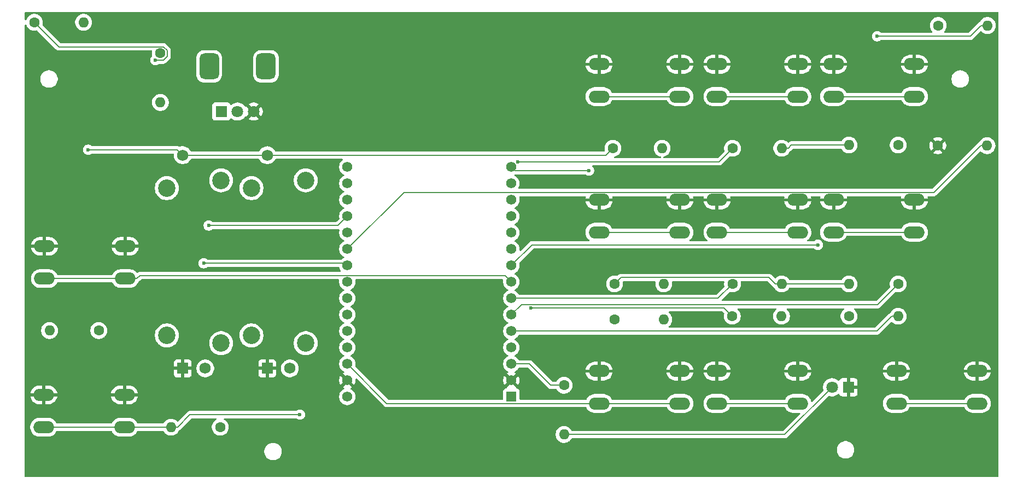
<source format=gtl>
G04 #@! TF.GenerationSoftware,KiCad,Pcbnew,9.0.1*
G04 #@! TF.CreationDate,2025-07-04T11:18:44+02:00*
G04 #@! TF.ProjectId,SecondTry,5365636f-6e64-4547-9279-2e6b69636164,rev?*
G04 #@! TF.SameCoordinates,Original*
G04 #@! TF.FileFunction,Copper,L1,Top*
G04 #@! TF.FilePolarity,Positive*
%FSLAX46Y46*%
G04 Gerber Fmt 4.6, Leading zero omitted, Abs format (unit mm)*
G04 Created by KiCad (PCBNEW 9.0.1) date 2025-07-04 11:18:44*
%MOMM*%
%LPD*%
G01*
G04 APERTURE LIST*
G04 Aperture macros list*
%AMRoundRect*
0 Rectangle with rounded corners*
0 $1 Rounding radius*
0 $2 $3 $4 $5 $6 $7 $8 $9 X,Y pos of 4 corners*
0 Add a 4 corners polygon primitive as box body*
4,1,4,$2,$3,$4,$5,$6,$7,$8,$9,$2,$3,0*
0 Add four circle primitives for the rounded corners*
1,1,$1+$1,$2,$3*
1,1,$1+$1,$4,$5*
1,1,$1+$1,$6,$7*
1,1,$1+$1,$8,$9*
0 Add four rect primitives between the rounded corners*
20,1,$1+$1,$2,$3,$4,$5,0*
20,1,$1+$1,$4,$5,$6,$7,0*
20,1,$1+$1,$6,$7,$8,$9,0*
20,1,$1+$1,$8,$9,$2,$3,0*%
G04 Aperture macros list end*
G04 #@! TA.AperFunction,ComponentPad*
%ADD10C,1.600000*%
G04 #@! TD*
G04 #@! TA.AperFunction,ComponentPad*
%ADD11O,1.600000X1.600000*%
G04 #@! TD*
G04 #@! TA.AperFunction,ComponentPad*
%ADD12O,3.200000X1.900000*%
G04 #@! TD*
G04 #@! TA.AperFunction,ComponentPad*
%ADD13R,1.800000X1.800000*%
G04 #@! TD*
G04 #@! TA.AperFunction,ComponentPad*
%ADD14C,1.800000*%
G04 #@! TD*
G04 #@! TA.AperFunction,ComponentPad*
%ADD15R,1.750000X1.750000*%
G04 #@! TD*
G04 #@! TA.AperFunction,ComponentPad*
%ADD16C,1.750000*%
G04 #@! TD*
G04 #@! TA.AperFunction,ComponentPad*
%ADD17C,2.700000*%
G04 #@! TD*
G04 #@! TA.AperFunction,ComponentPad*
%ADD18RoundRect,0.750000X0.750000X-1.250000X0.750000X1.250000X-0.750000X1.250000X-0.750000X-1.250000X0*%
G04 #@! TD*
G04 #@! TA.AperFunction,ComponentPad*
%ADD19R,1.560000X1.560000*%
G04 #@! TD*
G04 #@! TA.AperFunction,ComponentPad*
%ADD20C,1.560000*%
G04 #@! TD*
G04 #@! TA.AperFunction,ViaPad*
%ADD21C,0.600000*%
G04 #@! TD*
G04 #@! TA.AperFunction,Conductor*
%ADD22C,0.127000*%
G04 #@! TD*
G04 APERTURE END LIST*
D10*
X176070000Y-115120000D03*
D11*
X183690000Y-115120000D03*
D10*
X115020000Y-131790000D03*
D11*
X107400000Y-131790000D03*
D10*
X86230000Y-69120000D03*
D11*
X93850000Y-69120000D03*
D10*
X194320000Y-114620000D03*
D11*
X201940000Y-114620000D03*
D12*
X87800000Y-103795000D03*
X100300000Y-103795000D03*
X87800000Y-108795000D03*
X100300000Y-108795000D03*
X219750000Y-123120000D03*
X232250000Y-123120000D03*
X219750000Y-128120000D03*
X232250000Y-128120000D03*
D10*
X168250000Y-125310000D03*
D11*
X168250000Y-132930000D03*
D13*
X212290000Y-125620000D03*
D14*
X209750000Y-125620000D03*
D12*
X210000000Y-75620000D03*
X222500000Y-75620000D03*
X210000000Y-80620000D03*
X222500000Y-80620000D03*
D15*
X109200000Y-122690000D03*
D16*
X112700000Y-122690000D03*
X109200000Y-89690000D03*
D17*
X115150000Y-118790000D03*
X106750000Y-117590000D03*
X106750000Y-94790000D03*
X115150000Y-93590000D03*
D12*
X173690000Y-75620000D03*
X186190000Y-75620000D03*
X173690000Y-80620000D03*
X186190000Y-80620000D03*
X173690000Y-96620000D03*
X186190000Y-96620000D03*
X173690000Y-101620000D03*
X186190000Y-101620000D03*
D13*
X115200000Y-82940000D03*
D14*
X117700000Y-82940000D03*
X120200000Y-82940000D03*
D18*
X113300000Y-75940000D03*
X122100000Y-75940000D03*
D12*
X191940000Y-123120000D03*
X204440000Y-123120000D03*
X191940000Y-128120000D03*
X204440000Y-128120000D03*
D10*
X220000000Y-88120000D03*
D11*
X212380000Y-88120000D03*
D12*
X191940000Y-75620000D03*
X204440000Y-75620000D03*
X191940000Y-80620000D03*
X204440000Y-80620000D03*
D10*
X226140000Y-88220000D03*
D11*
X233760000Y-88220000D03*
D10*
X220000000Y-109620000D03*
D11*
X212380000Y-109620000D03*
D12*
X173690000Y-123120000D03*
X186190000Y-123120000D03*
X173690000Y-128120000D03*
X186190000Y-128120000D03*
D10*
X194350000Y-109620000D03*
D11*
X201970000Y-109620000D03*
D15*
X122300000Y-122690000D03*
D16*
X125800000Y-122690000D03*
X122300000Y-89690000D03*
D17*
X128250000Y-118790000D03*
X119850000Y-117590000D03*
X119850000Y-94790000D03*
X128250000Y-93590000D03*
D12*
X191940000Y-96620000D03*
X204440000Y-96620000D03*
X191940000Y-101620000D03*
X204440000Y-101620000D03*
D10*
X176070000Y-109620000D03*
D11*
X183690000Y-109620000D03*
D10*
X105750000Y-73920000D03*
D11*
X105750000Y-81540000D03*
D12*
X87700000Y-126790000D03*
X100200000Y-126790000D03*
X87700000Y-131790000D03*
X100200000Y-131790000D03*
D10*
X96200000Y-116840000D03*
D11*
X88580000Y-116840000D03*
D10*
X212380000Y-114620000D03*
D11*
X220000000Y-114620000D03*
D10*
X175820000Y-88620000D03*
D11*
X183440000Y-88620000D03*
D10*
X226200000Y-69620000D03*
D11*
X233820000Y-69620000D03*
D10*
X194350000Y-88620000D03*
D11*
X201970000Y-88620000D03*
D19*
X160100000Y-127090000D03*
D20*
X134700000Y-91530000D03*
X134700000Y-94070000D03*
X134700000Y-96610000D03*
X134700000Y-99150000D03*
X134700000Y-101690000D03*
X134700000Y-104230000D03*
X134700000Y-106770000D03*
X134700000Y-109310000D03*
X134700000Y-111850000D03*
X134700000Y-114390000D03*
X134700000Y-116930000D03*
X134700000Y-119470000D03*
X134700000Y-124550000D03*
X134700000Y-122010000D03*
X134700000Y-127090000D03*
X160100000Y-91530000D03*
X160100000Y-94070000D03*
X160100000Y-96610000D03*
X160100000Y-99150000D03*
X160100000Y-101690000D03*
X160100000Y-124550000D03*
X160100000Y-104230000D03*
X160100000Y-106770000D03*
X160100000Y-109310000D03*
X160100000Y-111850000D03*
X160100000Y-114390000D03*
X160100000Y-116930000D03*
X160100000Y-119470000D03*
X160100000Y-122010000D03*
D12*
X210000000Y-96620000D03*
X222500000Y-96620000D03*
X210000000Y-101620000D03*
X222500000Y-101620000D03*
D21*
X216737800Y-71292000D03*
X94578300Y-88860000D03*
X163146100Y-113316100D03*
X161077200Y-90708300D03*
X207566300Y-103566700D03*
X113231900Y-100572000D03*
X172114300Y-92081000D03*
X112455300Y-106428000D03*
X104971200Y-74974700D03*
X127352800Y-129852000D03*
D22*
X216697800Y-116930000D02*
X160100000Y-116930000D01*
X220000000Y-114620000D02*
X219007800Y-114620000D01*
X232250000Y-128120000D02*
X219750000Y-128120000D01*
X219007800Y-114620000D02*
X216697800Y-116930000D01*
X209750000Y-125620000D02*
X202440000Y-132930000D01*
X202440000Y-132930000D02*
X168250000Y-132930000D01*
X220000000Y-109620000D02*
X216799300Y-112820700D01*
X216799300Y-112820700D02*
X161669300Y-112820700D01*
X161669300Y-112820700D02*
X160100000Y-114390000D01*
X222500000Y-101620000D02*
X210000000Y-101620000D01*
X174750000Y-89690000D02*
X175820000Y-88620000D01*
X212380000Y-88120000D02*
X203462200Y-88120000D01*
X202398600Y-109620000D02*
X202372400Y-109620000D01*
X206177500Y-109620000D02*
X203021900Y-109620000D01*
X201970000Y-109620000D02*
X200977800Y-109620000D01*
X200977800Y-109620000D02*
X199980300Y-108622500D01*
X203462200Y-88120000D02*
X202962200Y-88620000D01*
X108370000Y-88860000D02*
X109200000Y-89690000D01*
X231155800Y-71292000D02*
X216737800Y-71292000D01*
X203021900Y-109620000D02*
X202398600Y-109620000D01*
X207175000Y-109620000D02*
X207148800Y-109620000D01*
X202372400Y-109620000D02*
X201970000Y-109620000D01*
X212380000Y-109620000D02*
X207175000Y-109620000D01*
X201970000Y-88620000D02*
X202962200Y-88620000D01*
X177067500Y-108622500D02*
X176070000Y-109620000D01*
X232827800Y-69620000D02*
X231155800Y-71292000D01*
X122300000Y-89690000D02*
X174750000Y-89690000D01*
X207148800Y-109620000D02*
X206177500Y-109620000D01*
X109200000Y-89690000D02*
X122300000Y-89690000D01*
X199980300Y-108622500D02*
X177067500Y-108622500D01*
X233820000Y-69620000D02*
X232827800Y-69620000D01*
X94578300Y-88860000D02*
X108370000Y-88860000D01*
X193016100Y-113316100D02*
X194320000Y-114620000D01*
X191940000Y-128120000D02*
X204440000Y-128120000D01*
X163146100Y-113316100D02*
X193016100Y-113316100D01*
X186190000Y-80620000D02*
X173690000Y-80620000D01*
X191940000Y-80620000D02*
X204440000Y-80620000D01*
X192261700Y-90708300D02*
X194350000Y-88620000D01*
X161077200Y-90708300D02*
X192261700Y-90708300D01*
X163303300Y-103566700D02*
X160100000Y-106770000D01*
X222500000Y-80620000D02*
X210000000Y-80620000D01*
X207566300Y-103566700D02*
X163303300Y-103566700D01*
X113231900Y-100572000D02*
X133278000Y-100572000D01*
X133278000Y-100572000D02*
X134700000Y-99150000D01*
X204440000Y-101620000D02*
X191940000Y-101620000D01*
X160100000Y-111850000D02*
X192120000Y-111850000D01*
X192120000Y-111850000D02*
X194350000Y-109620000D01*
X186190000Y-101620000D02*
X175148400Y-101620000D01*
X175122200Y-101620000D02*
X173690000Y-101620000D01*
X175148400Y-101620000D02*
X175122200Y-101620000D01*
X160651000Y-92081000D02*
X160100000Y-91530000D01*
X172114300Y-92081000D02*
X160651000Y-92081000D01*
X140810000Y-128120000D02*
X134700000Y-122010000D01*
X173690000Y-128120000D02*
X140810000Y-128120000D01*
X186190000Y-128120000D02*
X173690000Y-128120000D01*
X106196600Y-74974700D02*
X104971200Y-74974700D01*
X112455300Y-106428000D02*
X134358000Y-106428000D01*
X106790600Y-74380700D02*
X106196600Y-74974700D01*
X134358000Y-106428000D02*
X134700000Y-106770000D01*
X86230000Y-69120000D02*
X90025700Y-72915700D01*
X90025700Y-72915700D02*
X106230500Y-72915700D01*
X106230500Y-72915700D02*
X106790600Y-73475800D01*
X106790600Y-73475800D02*
X106790600Y-74380700D01*
X162910000Y-122010000D02*
X160100000Y-122010000D01*
X166210000Y-125310000D02*
X162910000Y-122010000D01*
X168250000Y-125310000D02*
X166210000Y-125310000D01*
X143452200Y-95477800D02*
X225510000Y-95477800D01*
X233760000Y-88220000D02*
X232767800Y-88220000D01*
X134700000Y-104230000D02*
X143452200Y-95477800D01*
X225510000Y-95477800D02*
X232767800Y-88220000D01*
X87800000Y-108795000D02*
X100300000Y-108795000D01*
X160100000Y-109310000D02*
X159113100Y-108323100D01*
X102564100Y-108323100D02*
X102092200Y-108795000D01*
X159113100Y-108323100D02*
X102564100Y-108323100D01*
X100300000Y-108795000D02*
X102092200Y-108795000D01*
X107400000Y-131790000D02*
X108392200Y-131790000D01*
X87700000Y-131790000D02*
X100200000Y-131790000D01*
X107400000Y-131790000D02*
X100200000Y-131790000D01*
X110330200Y-129852000D02*
X108392200Y-131790000D01*
X127352800Y-129852000D02*
X110330200Y-129852000D01*
G04 #@! TA.AperFunction,Conductor*
G36*
X158792373Y-108906785D02*
G01*
X158838128Y-108959589D01*
X158848072Y-109028747D01*
X158847807Y-109030498D01*
X158819500Y-109209216D01*
X158819500Y-109410783D01*
X158851030Y-109609852D01*
X158913312Y-109801539D01*
X158997263Y-109966301D01*
X159004818Y-109981129D01*
X159123289Y-110144190D01*
X159265810Y-110286711D01*
X159428871Y-110405182D01*
X159496885Y-110439836D01*
X159555131Y-110469515D01*
X159605927Y-110517490D01*
X159622722Y-110585311D01*
X159600184Y-110651446D01*
X159555131Y-110690485D01*
X159428870Y-110754818D01*
X159335838Y-110822410D01*
X159265810Y-110873289D01*
X159265808Y-110873291D01*
X159265807Y-110873291D01*
X159123291Y-111015807D01*
X159123291Y-111015808D01*
X159123289Y-111015810D01*
X159072410Y-111085838D01*
X159004818Y-111178870D01*
X158913312Y-111358460D01*
X158851030Y-111550147D01*
X158819500Y-111749216D01*
X158819500Y-111950783D01*
X158851030Y-112149852D01*
X158913312Y-112341539D01*
X158913314Y-112341542D01*
X159004818Y-112521129D01*
X159123289Y-112684190D01*
X159265810Y-112826711D01*
X159428871Y-112945182D01*
X159477654Y-112970038D01*
X159555131Y-113009515D01*
X159605927Y-113057490D01*
X159622722Y-113125311D01*
X159600184Y-113191446D01*
X159555131Y-113230485D01*
X159428870Y-113294818D01*
X159358063Y-113346263D01*
X159265810Y-113413289D01*
X159265808Y-113413291D01*
X159265807Y-113413291D01*
X159123291Y-113555807D01*
X159123291Y-113555808D01*
X159123289Y-113555810D01*
X159098519Y-113589903D01*
X159004818Y-113718870D01*
X158913312Y-113898460D01*
X158851030Y-114090147D01*
X158819500Y-114289216D01*
X158819500Y-114490783D01*
X158851030Y-114689852D01*
X158913312Y-114881539D01*
X158913314Y-114881542D01*
X159004818Y-115061129D01*
X159123289Y-115224190D01*
X159265810Y-115366711D01*
X159428871Y-115485182D01*
X159460858Y-115501480D01*
X159555131Y-115549515D01*
X159605927Y-115597490D01*
X159622722Y-115665311D01*
X159600184Y-115731446D01*
X159555131Y-115770485D01*
X159428870Y-115834818D01*
X159355016Y-115888477D01*
X159265810Y-115953289D01*
X159265808Y-115953291D01*
X159265807Y-115953291D01*
X159123291Y-116095807D01*
X159123291Y-116095808D01*
X159123289Y-116095810D01*
X159111551Y-116111966D01*
X159004818Y-116258870D01*
X158913312Y-116438460D01*
X158851030Y-116630147D01*
X158819500Y-116829216D01*
X158819500Y-117030783D01*
X158851030Y-117229852D01*
X158913312Y-117421539D01*
X158984731Y-117561706D01*
X159004818Y-117601129D01*
X159123289Y-117764190D01*
X159265810Y-117906711D01*
X159428871Y-118025182D01*
X159468194Y-118045218D01*
X159555131Y-118089515D01*
X159605927Y-118137490D01*
X159622722Y-118205311D01*
X159600184Y-118271446D01*
X159555131Y-118310485D01*
X159428870Y-118374818D01*
X159355382Y-118428211D01*
X159265810Y-118493289D01*
X159265808Y-118493291D01*
X159265807Y-118493291D01*
X159123291Y-118635807D01*
X159123291Y-118635808D01*
X159123289Y-118635810D01*
X159072410Y-118705838D01*
X159004818Y-118798870D01*
X158913312Y-118978460D01*
X158851030Y-119170147D01*
X158819500Y-119369216D01*
X158819500Y-119570783D01*
X158851030Y-119769852D01*
X158913312Y-119961539D01*
X158939402Y-120012743D01*
X159004818Y-120141129D01*
X159123289Y-120304190D01*
X159265810Y-120446711D01*
X159428871Y-120565182D01*
X159496885Y-120599836D01*
X159555131Y-120629515D01*
X159605927Y-120677490D01*
X159622722Y-120745311D01*
X159600184Y-120811446D01*
X159555131Y-120850485D01*
X159428870Y-120914818D01*
X159335838Y-120982410D01*
X159265810Y-121033289D01*
X159265808Y-121033291D01*
X159265807Y-121033291D01*
X159123291Y-121175807D01*
X159123291Y-121175808D01*
X159123289Y-121175810D01*
X159072410Y-121245838D01*
X159004818Y-121338870D01*
X158913312Y-121518460D01*
X158851030Y-121710147D01*
X158819500Y-121909216D01*
X158819500Y-122110783D01*
X158851030Y-122309852D01*
X158913312Y-122501539D01*
X158969090Y-122611009D01*
X159004818Y-122681129D01*
X159123289Y-122844190D01*
X159265810Y-122986711D01*
X159428871Y-123105182D01*
X159555682Y-123169795D01*
X159606478Y-123217769D01*
X159623273Y-123285590D01*
X159600736Y-123351725D01*
X159555683Y-123390764D01*
X159429140Y-123455242D01*
X159429133Y-123455246D01*
X159388396Y-123484842D01*
X159388396Y-123484843D01*
X159954260Y-124050707D01*
X159899288Y-124065437D01*
X159780713Y-124133896D01*
X159683896Y-124230713D01*
X159615437Y-124349288D01*
X159600707Y-124404260D01*
X159034843Y-123838396D01*
X159034842Y-123838396D01*
X159005246Y-123879133D01*
X159005245Y-123879135D01*
X158913776Y-124058650D01*
X158913775Y-124058653D01*
X158851518Y-124250264D01*
X158820000Y-124449262D01*
X158820000Y-124650737D01*
X158851518Y-124849735D01*
X158913775Y-125041346D01*
X158913776Y-125041349D01*
X159005248Y-125220869D01*
X159034842Y-125261602D01*
X159034843Y-125261603D01*
X159600707Y-124695739D01*
X159615437Y-124750712D01*
X159683896Y-124869287D01*
X159780713Y-124966104D01*
X159899288Y-125034563D01*
X159954259Y-125049292D01*
X159388395Y-125615155D01*
X159392881Y-125672144D01*
X159392525Y-125672171D01*
X159395788Y-125710115D01*
X159363187Y-125771913D01*
X159302352Y-125806275D01*
X159274279Y-125809500D01*
X159272141Y-125809500D01*
X159272123Y-125809501D01*
X159212516Y-125815908D01*
X159077671Y-125866202D01*
X159077664Y-125866206D01*
X158962455Y-125952452D01*
X158962452Y-125952455D01*
X158876206Y-126067664D01*
X158876202Y-126067671D01*
X158825908Y-126202517D01*
X158822589Y-126233395D01*
X158819500Y-126262127D01*
X158819500Y-126879421D01*
X158819501Y-127432000D01*
X158799816Y-127499039D01*
X158747013Y-127544794D01*
X158695501Y-127556000D01*
X141094978Y-127556000D01*
X141027939Y-127536315D01*
X141007297Y-127519681D01*
X135965546Y-122477930D01*
X135932061Y-122416607D01*
X135935296Y-122351931D01*
X135948970Y-122309851D01*
X135964804Y-122209881D01*
X135980500Y-122110783D01*
X135980500Y-121909216D01*
X135959436Y-121776230D01*
X135948970Y-121710149D01*
X135917828Y-121614303D01*
X135886687Y-121518460D01*
X135834111Y-121415274D01*
X135795182Y-121338871D01*
X135676711Y-121175810D01*
X135534190Y-121033289D01*
X135371129Y-120914818D01*
X135244867Y-120850484D01*
X135194072Y-120802510D01*
X135177277Y-120734690D01*
X135199814Y-120668555D01*
X135244868Y-120629515D01*
X135371129Y-120565182D01*
X135534190Y-120446711D01*
X135676711Y-120304190D01*
X135795182Y-120141129D01*
X135886686Y-119961542D01*
X135948970Y-119769851D01*
X135974254Y-119610214D01*
X135980500Y-119570783D01*
X135980500Y-119369216D01*
X135962127Y-119253222D01*
X135948970Y-119170149D01*
X135888573Y-118984265D01*
X135886687Y-118978460D01*
X135802250Y-118812743D01*
X135795182Y-118798871D01*
X135676711Y-118635810D01*
X135534190Y-118493289D01*
X135371129Y-118374818D01*
X135244867Y-118310484D01*
X135194072Y-118262510D01*
X135177277Y-118194690D01*
X135199814Y-118128555D01*
X135244868Y-118089515D01*
X135371129Y-118025182D01*
X135534190Y-117906711D01*
X135676711Y-117764190D01*
X135795182Y-117601129D01*
X135886686Y-117421542D01*
X135948970Y-117229851D01*
X135965296Y-117126773D01*
X135980500Y-117030783D01*
X135980500Y-116829216D01*
X135962156Y-116713408D01*
X135948970Y-116630149D01*
X135886686Y-116438458D01*
X135795182Y-116258871D01*
X135676711Y-116095810D01*
X135534190Y-115953289D01*
X135371129Y-115834818D01*
X135244867Y-115770484D01*
X135194072Y-115722510D01*
X135177277Y-115654690D01*
X135199814Y-115588555D01*
X135244868Y-115549515D01*
X135371129Y-115485182D01*
X135534190Y-115366711D01*
X135676711Y-115224190D01*
X135795182Y-115061129D01*
X135886686Y-114881542D01*
X135948970Y-114689851D01*
X135965214Y-114587289D01*
X135980500Y-114490783D01*
X135980500Y-114289216D01*
X135954970Y-114128034D01*
X135948970Y-114090149D01*
X135913010Y-113979476D01*
X135886687Y-113898460D01*
X135877332Y-113880100D01*
X135795182Y-113718871D01*
X135676711Y-113555810D01*
X135534190Y-113413289D01*
X135371129Y-113294818D01*
X135244867Y-113230484D01*
X135194072Y-113182510D01*
X135177277Y-113114690D01*
X135199814Y-113048555D01*
X135244868Y-113009515D01*
X135371129Y-112945182D01*
X135534190Y-112826711D01*
X135676711Y-112684190D01*
X135795182Y-112521129D01*
X135886686Y-112341542D01*
X135948970Y-112149851D01*
X135965574Y-112045019D01*
X135980500Y-111950783D01*
X135980500Y-111749216D01*
X135962156Y-111633408D01*
X135948970Y-111550149D01*
X135886686Y-111358458D01*
X135795182Y-111178871D01*
X135676711Y-111015810D01*
X135534190Y-110873289D01*
X135371129Y-110754818D01*
X135244867Y-110690484D01*
X135194072Y-110642510D01*
X135177277Y-110574690D01*
X135199814Y-110508555D01*
X135244868Y-110469515D01*
X135249386Y-110467213D01*
X135371129Y-110405182D01*
X135534190Y-110286711D01*
X135676711Y-110144190D01*
X135795182Y-109981129D01*
X135886686Y-109801542D01*
X135948970Y-109609851D01*
X135965214Y-109507289D01*
X135980500Y-109410783D01*
X135980500Y-109209216D01*
X135952193Y-109030498D01*
X135961147Y-108961205D01*
X136006143Y-108907753D01*
X136072895Y-108887113D01*
X136074666Y-108887100D01*
X158725334Y-108887100D01*
X158792373Y-108906785D01*
G37*
G04 #@! TD.AperFunction*
G04 #@! TA.AperFunction,Conductor*
G36*
X235442539Y-67520185D02*
G01*
X235488294Y-67572989D01*
X235499500Y-67624500D01*
X235499500Y-139375500D01*
X235479815Y-139442539D01*
X235427011Y-139488294D01*
X235375500Y-139499500D01*
X84874500Y-139499500D01*
X84807461Y-139479815D01*
X84761706Y-139427011D01*
X84750500Y-139375500D01*
X84750500Y-135463713D01*
X121849500Y-135463713D01*
X121849500Y-135676286D01*
X121882753Y-135886239D01*
X121948444Y-136088414D01*
X122044951Y-136277820D01*
X122169890Y-136449786D01*
X122320213Y-136600109D01*
X122492179Y-136725048D01*
X122492181Y-136725049D01*
X122492184Y-136725051D01*
X122681588Y-136821557D01*
X122883757Y-136887246D01*
X123093713Y-136920500D01*
X123093714Y-136920500D01*
X123306286Y-136920500D01*
X123306287Y-136920500D01*
X123516243Y-136887246D01*
X123718412Y-136821557D01*
X123907816Y-136725051D01*
X123929789Y-136709086D01*
X124079786Y-136600109D01*
X124079788Y-136600106D01*
X124079792Y-136600104D01*
X124230104Y-136449792D01*
X124230106Y-136449788D01*
X124230109Y-136449786D01*
X124355048Y-136277820D01*
X124355047Y-136277820D01*
X124355051Y-136277816D01*
X124451557Y-136088412D01*
X124517246Y-135886243D01*
X124550500Y-135676287D01*
X124550500Y-135463713D01*
X124517246Y-135253757D01*
X124497736Y-135193713D01*
X210499500Y-135193713D01*
X210499500Y-135406287D01*
X210532754Y-135616243D01*
X210552263Y-135676286D01*
X210598444Y-135818414D01*
X210694951Y-136007820D01*
X210819890Y-136179786D01*
X210970213Y-136330109D01*
X211142179Y-136455048D01*
X211142181Y-136455049D01*
X211142184Y-136455051D01*
X211331588Y-136551557D01*
X211533757Y-136617246D01*
X211743713Y-136650500D01*
X211743714Y-136650500D01*
X211956286Y-136650500D01*
X211956287Y-136650500D01*
X212166243Y-136617246D01*
X212368412Y-136551557D01*
X212557816Y-136455051D01*
X212579789Y-136439086D01*
X212729786Y-136330109D01*
X212729788Y-136330106D01*
X212729792Y-136330104D01*
X212880104Y-136179792D01*
X212880106Y-136179788D01*
X212880109Y-136179786D01*
X213005048Y-136007820D01*
X213005047Y-136007820D01*
X213005051Y-136007816D01*
X213101557Y-135818412D01*
X213167246Y-135616243D01*
X213200500Y-135406287D01*
X213200500Y-135193713D01*
X213167246Y-134983757D01*
X213101557Y-134781588D01*
X213005051Y-134592184D01*
X213005049Y-134592181D01*
X213005048Y-134592179D01*
X212880109Y-134420213D01*
X212729786Y-134269890D01*
X212557820Y-134144951D01*
X212368414Y-134048444D01*
X212368413Y-134048443D01*
X212368412Y-134048443D01*
X212166243Y-133982754D01*
X212166241Y-133982753D01*
X212166240Y-133982753D01*
X212004957Y-133957208D01*
X211956287Y-133949500D01*
X211743713Y-133949500D01*
X211695042Y-133957208D01*
X211533760Y-133982753D01*
X211331585Y-134048444D01*
X211142179Y-134144951D01*
X210970213Y-134269890D01*
X210819890Y-134420213D01*
X210694951Y-134592179D01*
X210598444Y-134781585D01*
X210532753Y-134983760D01*
X210499500Y-135193713D01*
X124497736Y-135193713D01*
X124451557Y-135051588D01*
X124355051Y-134862184D01*
X124355049Y-134862181D01*
X124355048Y-134862179D01*
X124230109Y-134690213D01*
X124079786Y-134539890D01*
X123907820Y-134414951D01*
X123718414Y-134318444D01*
X123718413Y-134318443D01*
X123718412Y-134318443D01*
X123516243Y-134252754D01*
X123516241Y-134252753D01*
X123516240Y-134252753D01*
X123354957Y-134227208D01*
X123306287Y-134219500D01*
X123093713Y-134219500D01*
X123045042Y-134227208D01*
X122883760Y-134252753D01*
X122681585Y-134318444D01*
X122492179Y-134414951D01*
X122320213Y-134539890D01*
X122169890Y-134690213D01*
X122044951Y-134862179D01*
X121948444Y-135051585D01*
X121882753Y-135253760D01*
X121849500Y-135463713D01*
X84750500Y-135463713D01*
X84750500Y-131675837D01*
X85599500Y-131675837D01*
X85599500Y-131904162D01*
X85635215Y-132129660D01*
X85705770Y-132346803D01*
X85809421Y-132550228D01*
X85943621Y-132734937D01*
X86105063Y-132896379D01*
X86289772Y-133030579D01*
X86344525Y-133058477D01*
X86493196Y-133134229D01*
X86493198Y-133134229D01*
X86493201Y-133134231D01*
X86609592Y-133172049D01*
X86710339Y-133204784D01*
X86935838Y-133240500D01*
X86935843Y-133240500D01*
X88464162Y-133240500D01*
X88689660Y-133204784D01*
X88906799Y-133134231D01*
X89110228Y-133030579D01*
X89294937Y-132896379D01*
X89456379Y-132734937D01*
X89590579Y-132550228D01*
X89656065Y-132421705D01*
X89704040Y-132370909D01*
X89766550Y-132354000D01*
X98133450Y-132354000D01*
X98200489Y-132373685D01*
X98243935Y-132421705D01*
X98309421Y-132550228D01*
X98443621Y-132734937D01*
X98605063Y-132896379D01*
X98789772Y-133030579D01*
X98844525Y-133058477D01*
X98993196Y-133134229D01*
X98993198Y-133134229D01*
X98993201Y-133134231D01*
X99109592Y-133172049D01*
X99210339Y-133204784D01*
X99435838Y-133240500D01*
X99435843Y-133240500D01*
X100964162Y-133240500D01*
X101189660Y-133204784D01*
X101406799Y-133134231D01*
X101610228Y-133030579D01*
X101794937Y-132896379D01*
X101956379Y-132734937D01*
X102090579Y-132550228D01*
X102156065Y-132421705D01*
X102204040Y-132370909D01*
X102266550Y-132354000D01*
X106151800Y-132354000D01*
X106218839Y-132373685D01*
X106262285Y-132421705D01*
X106287715Y-132471613D01*
X106408028Y-132637213D01*
X106552786Y-132781971D01*
X106707749Y-132894556D01*
X106718390Y-132902287D01*
X106834607Y-132961503D01*
X106900776Y-132995218D01*
X106900778Y-132995218D01*
X106900781Y-132995220D01*
X107005137Y-133029127D01*
X107095465Y-133058477D01*
X107196557Y-133074488D01*
X107297648Y-133090500D01*
X107297649Y-133090500D01*
X107502351Y-133090500D01*
X107502352Y-133090500D01*
X107704534Y-133058477D01*
X107899219Y-132995220D01*
X108081610Y-132902287D01*
X108184343Y-132827648D01*
X108247213Y-132781971D01*
X108247215Y-132781968D01*
X108247219Y-132781966D01*
X108391966Y-132637219D01*
X108391968Y-132637215D01*
X108391971Y-132637213D01*
X108512286Y-132471611D01*
X108533093Y-132430776D01*
X108567576Y-132363097D01*
X108615550Y-132312302D01*
X108615898Y-132312099D01*
X108738504Y-132241313D01*
X108843513Y-132136304D01*
X108843513Y-132136302D01*
X108853717Y-132126099D01*
X108853720Y-132126094D01*
X110527497Y-130452319D01*
X110588820Y-130418834D01*
X110615178Y-130416000D01*
X114335533Y-130416000D01*
X114402572Y-130435685D01*
X114448327Y-130488489D01*
X114458271Y-130557647D01*
X114429246Y-130621203D01*
X114391828Y-130650485D01*
X114338386Y-130677715D01*
X114172786Y-130798028D01*
X114028028Y-130942786D01*
X113907715Y-131108386D01*
X113814781Y-131290776D01*
X113751522Y-131485465D01*
X113719500Y-131687648D01*
X113719500Y-131892351D01*
X113751522Y-132094534D01*
X113814781Y-132289223D01*
X113907715Y-132471613D01*
X114028028Y-132637213D01*
X114172786Y-132781971D01*
X114327749Y-132894556D01*
X114338390Y-132902287D01*
X114454607Y-132961503D01*
X114520776Y-132995218D01*
X114520778Y-132995218D01*
X114520781Y-132995220D01*
X114625137Y-133029127D01*
X114715465Y-133058477D01*
X114816557Y-133074488D01*
X114917648Y-133090500D01*
X114917649Y-133090500D01*
X115122351Y-133090500D01*
X115122352Y-133090500D01*
X115324534Y-133058477D01*
X115519219Y-132995220D01*
X115701610Y-132902287D01*
X115804343Y-132827648D01*
X166949500Y-132827648D01*
X166949500Y-133032351D01*
X166981522Y-133234534D01*
X167044781Y-133429223D01*
X167137715Y-133611613D01*
X167258028Y-133777213D01*
X167402786Y-133921971D01*
X167557749Y-134034556D01*
X167568390Y-134042287D01*
X167684607Y-134101503D01*
X167750776Y-134135218D01*
X167750778Y-134135218D01*
X167750781Y-134135220D01*
X167855137Y-134169127D01*
X167945465Y-134198477D01*
X168046557Y-134214488D01*
X168147648Y-134230500D01*
X168147649Y-134230500D01*
X168352351Y-134230500D01*
X168352352Y-134230500D01*
X168554534Y-134198477D01*
X168749219Y-134135220D01*
X168931610Y-134042287D01*
X169024590Y-133974732D01*
X169097213Y-133921971D01*
X169097215Y-133921968D01*
X169097219Y-133921966D01*
X169241966Y-133777219D01*
X169241968Y-133777215D01*
X169241971Y-133777213D01*
X169294732Y-133704590D01*
X169362287Y-133611610D01*
X169387715Y-133561705D01*
X169435690Y-133510909D01*
X169498200Y-133494000D01*
X202514251Y-133494000D01*
X202514253Y-133494000D01*
X202657696Y-133455565D01*
X202786304Y-133381313D01*
X202891313Y-133276304D01*
X202891313Y-133276302D01*
X202901517Y-133266099D01*
X202901521Y-133266094D01*
X208161777Y-128005837D01*
X217649500Y-128005837D01*
X217649500Y-128234162D01*
X217685215Y-128459660D01*
X217755770Y-128676803D01*
X217793935Y-128751705D01*
X217859421Y-128880228D01*
X217993621Y-129064937D01*
X218155063Y-129226379D01*
X218339772Y-129360579D01*
X218435884Y-129409550D01*
X218543196Y-129464229D01*
X218543198Y-129464229D01*
X218543201Y-129464231D01*
X218659592Y-129502049D01*
X218760339Y-129534784D01*
X218985838Y-129570500D01*
X218985843Y-129570500D01*
X220514162Y-129570500D01*
X220739660Y-129534784D01*
X220956799Y-129464231D01*
X221160228Y-129360579D01*
X221344937Y-129226379D01*
X221506379Y-129064937D01*
X221640579Y-128880228D01*
X221706065Y-128751705D01*
X221754040Y-128700909D01*
X221816550Y-128684000D01*
X230183450Y-128684000D01*
X230250489Y-128703685D01*
X230293935Y-128751705D01*
X230359421Y-128880228D01*
X230493621Y-129064937D01*
X230655063Y-129226379D01*
X230839772Y-129360579D01*
X230935884Y-129409550D01*
X231043196Y-129464229D01*
X231043198Y-129464229D01*
X231043201Y-129464231D01*
X231159592Y-129502049D01*
X231260339Y-129534784D01*
X231485838Y-129570500D01*
X231485843Y-129570500D01*
X233014162Y-129570500D01*
X233239660Y-129534784D01*
X233456799Y-129464231D01*
X233660228Y-129360579D01*
X233844937Y-129226379D01*
X234006379Y-129064937D01*
X234140579Y-128880228D01*
X234244231Y-128676799D01*
X234314784Y-128459660D01*
X234350500Y-128234162D01*
X234350500Y-128005837D01*
X234314784Y-127780339D01*
X234244229Y-127563196D01*
X234177381Y-127432000D01*
X234140579Y-127359772D01*
X234006379Y-127175063D01*
X233844937Y-127013621D01*
X233660228Y-126879421D01*
X233610374Y-126854019D01*
X233456803Y-126775770D01*
X233239660Y-126705215D01*
X233014162Y-126669500D01*
X233014157Y-126669500D01*
X231485843Y-126669500D01*
X231485838Y-126669500D01*
X231260339Y-126705215D01*
X231043196Y-126775770D01*
X230839771Y-126879421D01*
X230655061Y-127013622D01*
X230493622Y-127175061D01*
X230359421Y-127359771D01*
X230293935Y-127488295D01*
X230245960Y-127539091D01*
X230183450Y-127556000D01*
X221816550Y-127556000D01*
X221749511Y-127536315D01*
X221706065Y-127488295D01*
X221668730Y-127415021D01*
X221640579Y-127359772D01*
X221506379Y-127175063D01*
X221344937Y-127013621D01*
X221160228Y-126879421D01*
X221110374Y-126854019D01*
X220956803Y-126775770D01*
X220739660Y-126705215D01*
X220514162Y-126669500D01*
X220514157Y-126669500D01*
X218985843Y-126669500D01*
X218985838Y-126669500D01*
X218760339Y-126705215D01*
X218543196Y-126775770D01*
X218339771Y-126879421D01*
X218155061Y-127013622D01*
X217993622Y-127175061D01*
X217859421Y-127359771D01*
X217755770Y-127563196D01*
X217685215Y-127780339D01*
X217649500Y-128005837D01*
X208161777Y-128005837D01*
X209186837Y-126980777D01*
X209248158Y-126947294D01*
X209312834Y-126950528D01*
X209422049Y-126986015D01*
X209639778Y-127020500D01*
X209639779Y-127020500D01*
X209860221Y-127020500D01*
X209860222Y-127020500D01*
X210077951Y-126986015D01*
X210287606Y-126917895D01*
X210484022Y-126817815D01*
X210662365Y-126688242D01*
X210712924Y-126637682D01*
X210774245Y-126604198D01*
X210843936Y-126609182D01*
X210899870Y-126651053D01*
X210916786Y-126682030D01*
X210946646Y-126762087D01*
X210946649Y-126762093D01*
X211032809Y-126877187D01*
X211032812Y-126877190D01*
X211147906Y-126963350D01*
X211147913Y-126963354D01*
X211282620Y-127013596D01*
X211282627Y-127013598D01*
X211342155Y-127019999D01*
X211342172Y-127020000D01*
X212040000Y-127020000D01*
X212040000Y-125995277D01*
X212116306Y-126039333D01*
X212230756Y-126070000D01*
X212349244Y-126070000D01*
X212463694Y-126039333D01*
X212540000Y-125995277D01*
X212540000Y-127020000D01*
X213237828Y-127020000D01*
X213237844Y-127019999D01*
X213297372Y-127013598D01*
X213297379Y-127013596D01*
X213432086Y-126963354D01*
X213432093Y-126963350D01*
X213547187Y-126877190D01*
X213547190Y-126877187D01*
X213633350Y-126762093D01*
X213633354Y-126762086D01*
X213683596Y-126627379D01*
X213683598Y-126627372D01*
X213689999Y-126567844D01*
X213690000Y-126567827D01*
X213690000Y-125870000D01*
X212665278Y-125870000D01*
X212709333Y-125793694D01*
X212740000Y-125679244D01*
X212740000Y-125560756D01*
X212709333Y-125446306D01*
X212665278Y-125370000D01*
X213690000Y-125370000D01*
X213690000Y-124672172D01*
X213689999Y-124672155D01*
X213683598Y-124612627D01*
X213683596Y-124612620D01*
X213633354Y-124477913D01*
X213633350Y-124477906D01*
X213547190Y-124362812D01*
X213547187Y-124362809D01*
X213432093Y-124276649D01*
X213432086Y-124276645D01*
X213297379Y-124226403D01*
X213297372Y-124226401D01*
X213237844Y-124220000D01*
X212540000Y-124220000D01*
X212540000Y-125244722D01*
X212463694Y-125200667D01*
X212349244Y-125170000D01*
X212230756Y-125170000D01*
X212116306Y-125200667D01*
X212040000Y-125244722D01*
X212040000Y-124220000D01*
X211342155Y-124220000D01*
X211282627Y-124226401D01*
X211282620Y-124226403D01*
X211147913Y-124276645D01*
X211147906Y-124276649D01*
X211032812Y-124362809D01*
X211032809Y-124362812D01*
X210946649Y-124477906D01*
X210946643Y-124477918D01*
X210916785Y-124557969D01*
X210874914Y-124613903D01*
X210809449Y-124638319D01*
X210741176Y-124623467D01*
X210712923Y-124602316D01*
X210662363Y-124551756D01*
X210662358Y-124551752D01*
X210484025Y-124422187D01*
X210484024Y-124422186D01*
X210484022Y-124422185D01*
X210387930Y-124373223D01*
X210287606Y-124322104D01*
X210287603Y-124322103D01*
X210077952Y-124253985D01*
X209931018Y-124230713D01*
X209860222Y-124219500D01*
X209639778Y-124219500D01*
X209568982Y-124230713D01*
X209422047Y-124253985D01*
X209212396Y-124322103D01*
X209212393Y-124322104D01*
X209015974Y-124422187D01*
X208837641Y-124551752D01*
X208837636Y-124551756D01*
X208681756Y-124707636D01*
X208681752Y-124707641D01*
X208552187Y-124885974D01*
X208452104Y-125082393D01*
X208452103Y-125082396D01*
X208383985Y-125292047D01*
X208349500Y-125509778D01*
X208349500Y-125730221D01*
X208383985Y-125947954D01*
X208419469Y-126057165D01*
X208421464Y-126127006D01*
X208389219Y-126183163D01*
X206716144Y-127856239D01*
X206654821Y-127889724D01*
X206585129Y-127884740D01*
X206529196Y-127842868D01*
X206505989Y-127787954D01*
X206504784Y-127780340D01*
X206434231Y-127563201D01*
X206434229Y-127563198D01*
X206434229Y-127563196D01*
X206367381Y-127432000D01*
X206330579Y-127359772D01*
X206196379Y-127175063D01*
X206034937Y-127013621D01*
X205850228Y-126879421D01*
X205800374Y-126854019D01*
X205646803Y-126775770D01*
X205429660Y-126705215D01*
X205204162Y-126669500D01*
X205204157Y-126669500D01*
X203675843Y-126669500D01*
X203675838Y-126669500D01*
X203450339Y-126705215D01*
X203233196Y-126775770D01*
X203029771Y-126879421D01*
X202845061Y-127013622D01*
X202683622Y-127175061D01*
X202549421Y-127359771D01*
X202483935Y-127488295D01*
X202435960Y-127539091D01*
X202373450Y-127556000D01*
X194006550Y-127556000D01*
X193939511Y-127536315D01*
X193896065Y-127488295D01*
X193858730Y-127415021D01*
X193830579Y-127359772D01*
X193696379Y-127175063D01*
X193534937Y-127013621D01*
X193350228Y-126879421D01*
X193300374Y-126854019D01*
X193146803Y-126775770D01*
X192929660Y-126705215D01*
X192704162Y-126669500D01*
X192704157Y-126669500D01*
X191175843Y-126669500D01*
X191175838Y-126669500D01*
X190950339Y-126705215D01*
X190733196Y-126775770D01*
X190529771Y-126879421D01*
X190345061Y-127013622D01*
X190183622Y-127175061D01*
X190049421Y-127359771D01*
X189945770Y-127563196D01*
X189875215Y-127780339D01*
X189839500Y-128005837D01*
X189839500Y-128234162D01*
X189875215Y-128459660D01*
X189945770Y-128676803D01*
X189983935Y-128751705D01*
X190049421Y-128880228D01*
X190183621Y-129064937D01*
X190345063Y-129226379D01*
X190529772Y-129360579D01*
X190625884Y-129409550D01*
X190733196Y-129464229D01*
X190733198Y-129464229D01*
X190733201Y-129464231D01*
X190849592Y-129502049D01*
X190950339Y-129534784D01*
X191175838Y-129570500D01*
X191175843Y-129570500D01*
X192704162Y-129570500D01*
X192929660Y-129534784D01*
X193146799Y-129464231D01*
X193350228Y-129360579D01*
X193534937Y-129226379D01*
X193696379Y-129064937D01*
X193830579Y-128880228D01*
X193896065Y-128751705D01*
X193944040Y-128700909D01*
X194006550Y-128684000D01*
X202373450Y-128684000D01*
X202440489Y-128703685D01*
X202483935Y-128751705D01*
X202549421Y-128880228D01*
X202683621Y-129064937D01*
X202845063Y-129226379D01*
X203029772Y-129360579D01*
X203125884Y-129409550D01*
X203233196Y-129464229D01*
X203233198Y-129464229D01*
X203233201Y-129464231D01*
X203349592Y-129502049D01*
X203450339Y-129534784D01*
X203675838Y-129570500D01*
X203675843Y-129570500D01*
X204702522Y-129570500D01*
X204769561Y-129590185D01*
X204815316Y-129642989D01*
X204825260Y-129712147D01*
X204796235Y-129775703D01*
X204790203Y-129782181D01*
X202242703Y-132329681D01*
X202181380Y-132363166D01*
X202155022Y-132366000D01*
X169498200Y-132366000D01*
X169431161Y-132346315D01*
X169387715Y-132298295D01*
X169382390Y-132287846D01*
X169362287Y-132248390D01*
X169354556Y-132237749D01*
X169241971Y-132082786D01*
X169097213Y-131938028D01*
X168931613Y-131817715D01*
X168931612Y-131817714D01*
X168931610Y-131817713D01*
X168874653Y-131788691D01*
X168749223Y-131724781D01*
X168554534Y-131661522D01*
X168379995Y-131633878D01*
X168352352Y-131629500D01*
X168147648Y-131629500D01*
X168123329Y-131633351D01*
X167945465Y-131661522D01*
X167750776Y-131724781D01*
X167568386Y-131817715D01*
X167402786Y-131938028D01*
X167258028Y-132082786D01*
X167137715Y-132248386D01*
X167044781Y-132430776D01*
X166981522Y-132625465D01*
X166949500Y-132827648D01*
X115804343Y-132827648D01*
X115867213Y-132781971D01*
X115867215Y-132781968D01*
X115867219Y-132781966D01*
X116011966Y-132637219D01*
X116011968Y-132637215D01*
X116011971Y-132637213D01*
X116075168Y-132550228D01*
X116132287Y-132471610D01*
X116225220Y-132289219D01*
X116288477Y-132094534D01*
X116320500Y-131892352D01*
X116320500Y-131687648D01*
X116288477Y-131485466D01*
X116225220Y-131290781D01*
X116225218Y-131290778D01*
X116225218Y-131290776D01*
X116182182Y-131206315D01*
X116132287Y-131108390D01*
X116124556Y-131097749D01*
X116011971Y-130942786D01*
X115867213Y-130798028D01*
X115701613Y-130677715D01*
X115701612Y-130677714D01*
X115701610Y-130677713D01*
X115648171Y-130650484D01*
X115597376Y-130602510D01*
X115580581Y-130534689D01*
X115603118Y-130468554D01*
X115657834Y-130425103D01*
X115704467Y-130416000D01*
X126733359Y-130416000D01*
X126800398Y-130435685D01*
X126821040Y-130452319D01*
X126842507Y-130473786D01*
X126842511Y-130473789D01*
X126973614Y-130561390D01*
X126973627Y-130561397D01*
X127118014Y-130621203D01*
X127119303Y-130621737D01*
X127263828Y-130650485D01*
X127273953Y-130652499D01*
X127273956Y-130652500D01*
X127273958Y-130652500D01*
X127431644Y-130652500D01*
X127431645Y-130652499D01*
X127586297Y-130621737D01*
X127731979Y-130561394D01*
X127863089Y-130473789D01*
X127974589Y-130362289D01*
X128062194Y-130231179D01*
X128122537Y-130085497D01*
X128153300Y-129930842D01*
X128153300Y-129773158D01*
X128153300Y-129773155D01*
X128153299Y-129773153D01*
X128141164Y-129712147D01*
X128122537Y-129618503D01*
X128122535Y-129618498D01*
X128062197Y-129472827D01*
X128062190Y-129472814D01*
X127974589Y-129341711D01*
X127974586Y-129341707D01*
X127863092Y-129230213D01*
X127863088Y-129230210D01*
X127731985Y-129142609D01*
X127731972Y-129142602D01*
X127586301Y-129082264D01*
X127586289Y-129082261D01*
X127431645Y-129051500D01*
X127431642Y-129051500D01*
X127273958Y-129051500D01*
X127273955Y-129051500D01*
X127119310Y-129082261D01*
X127119298Y-129082264D01*
X126973627Y-129142602D01*
X126973614Y-129142609D01*
X126842511Y-129230210D01*
X126842507Y-129230213D01*
X126821040Y-129251681D01*
X126759717Y-129285166D01*
X126733359Y-129288000D01*
X110255948Y-129288000D01*
X110112504Y-129326435D01*
X110112501Y-129326436D01*
X109983899Y-129400685D01*
X109983893Y-129400689D01*
X109878885Y-129505698D01*
X108504565Y-130880017D01*
X108443242Y-130913502D01*
X108373550Y-130908518D01*
X108329203Y-130880018D01*
X108294246Y-130845061D01*
X108247219Y-130798034D01*
X108247215Y-130798031D01*
X108247211Y-130798027D01*
X108081613Y-130677715D01*
X108081612Y-130677714D01*
X108081610Y-130677713D01*
X108024653Y-130648691D01*
X107899223Y-130584781D01*
X107704534Y-130521522D01*
X107529995Y-130493878D01*
X107502352Y-130489500D01*
X107297648Y-130489500D01*
X107273329Y-130493351D01*
X107095465Y-130521522D01*
X106900776Y-130584781D01*
X106718386Y-130677715D01*
X106552786Y-130798028D01*
X106408028Y-130942786D01*
X106287715Y-131108386D01*
X106262285Y-131158295D01*
X106214310Y-131209091D01*
X106151800Y-131226000D01*
X102266550Y-131226000D01*
X102199511Y-131206315D01*
X102156065Y-131158295D01*
X102090578Y-131029771D01*
X101956379Y-130845063D01*
X101794937Y-130683621D01*
X101610228Y-130549421D01*
X101581315Y-130534689D01*
X101406803Y-130445770D01*
X101189660Y-130375215D01*
X100964162Y-130339500D01*
X100964157Y-130339500D01*
X99435843Y-130339500D01*
X99435838Y-130339500D01*
X99210339Y-130375215D01*
X98993196Y-130445770D01*
X98789771Y-130549421D01*
X98605061Y-130683622D01*
X98443622Y-130845061D01*
X98309421Y-131029771D01*
X98243935Y-131158295D01*
X98195960Y-131209091D01*
X98133450Y-131226000D01*
X89766550Y-131226000D01*
X89699511Y-131206315D01*
X89656065Y-131158295D01*
X89590578Y-131029771D01*
X89456379Y-130845063D01*
X89294937Y-130683621D01*
X89110228Y-130549421D01*
X89081315Y-130534689D01*
X88906803Y-130445770D01*
X88689660Y-130375215D01*
X88464162Y-130339500D01*
X88464157Y-130339500D01*
X86935843Y-130339500D01*
X86935838Y-130339500D01*
X86710339Y-130375215D01*
X86493196Y-130445770D01*
X86289771Y-130549421D01*
X86105061Y-130683622D01*
X85943622Y-130845061D01*
X85809421Y-131029771D01*
X85705770Y-131233196D01*
X85635215Y-131450339D01*
X85599500Y-131675837D01*
X84750500Y-131675837D01*
X84750500Y-126540000D01*
X85621522Y-126540000D01*
X87099999Y-126540000D01*
X87074979Y-126600402D01*
X87050000Y-126725981D01*
X87050000Y-126854019D01*
X87074979Y-126979598D01*
X87099999Y-127040000D01*
X85621522Y-127040000D01*
X85635704Y-127129544D01*
X85706230Y-127346604D01*
X85809849Y-127549966D01*
X85944004Y-127734614D01*
X86105385Y-127895995D01*
X86290033Y-128030150D01*
X86493395Y-128133769D01*
X86710455Y-128204295D01*
X86935884Y-128240000D01*
X87450000Y-128240000D01*
X87450000Y-127390001D01*
X87510402Y-127415021D01*
X87635981Y-127440000D01*
X87764019Y-127440000D01*
X87889598Y-127415021D01*
X87950000Y-127390001D01*
X87950000Y-128240000D01*
X88464116Y-128240000D01*
X88689544Y-128204295D01*
X88906604Y-128133769D01*
X89109966Y-128030150D01*
X89294614Y-127895995D01*
X89455995Y-127734614D01*
X89590150Y-127549966D01*
X89693769Y-127346604D01*
X89764295Y-127129544D01*
X89778478Y-127040000D01*
X88300001Y-127040000D01*
X88325021Y-126979598D01*
X88350000Y-126854019D01*
X88350000Y-126725981D01*
X88325021Y-126600402D01*
X88300001Y-126540000D01*
X89778478Y-126540000D01*
X98121522Y-126540000D01*
X99599999Y-126540000D01*
X99574979Y-126600402D01*
X99550000Y-126725981D01*
X99550000Y-126854019D01*
X99574979Y-126979598D01*
X99599999Y-127040000D01*
X98121522Y-127040000D01*
X98135704Y-127129544D01*
X98206230Y-127346604D01*
X98309849Y-127549966D01*
X98444004Y-127734614D01*
X98605385Y-127895995D01*
X98790033Y-128030150D01*
X98993395Y-128133769D01*
X99210455Y-128204295D01*
X99435884Y-128240000D01*
X99950000Y-128240000D01*
X99950000Y-127390001D01*
X100010402Y-127415021D01*
X100135981Y-127440000D01*
X100264019Y-127440000D01*
X100389598Y-127415021D01*
X100450000Y-127390001D01*
X100450000Y-128240000D01*
X100964116Y-128240000D01*
X101189544Y-128204295D01*
X101406604Y-128133769D01*
X101609966Y-128030150D01*
X101794614Y-127895995D01*
X101955995Y-127734614D01*
X102090150Y-127549966D01*
X102193769Y-127346604D01*
X102264295Y-127129544D01*
X102278478Y-127040000D01*
X100800001Y-127040000D01*
X100825021Y-126979598D01*
X100850000Y-126854019D01*
X100850000Y-126725981D01*
X100825021Y-126600402D01*
X100800001Y-126540000D01*
X102278478Y-126540000D01*
X102264295Y-126450455D01*
X102193769Y-126233395D01*
X102090150Y-126030033D01*
X101955995Y-125845385D01*
X101794614Y-125684004D01*
X101609966Y-125549849D01*
X101406604Y-125446230D01*
X101189544Y-125375704D01*
X100964116Y-125340000D01*
X100450000Y-125340000D01*
X100450000Y-126189998D01*
X100389598Y-126164979D01*
X100264019Y-126140000D01*
X100135981Y-126140000D01*
X100010402Y-126164979D01*
X99950000Y-126189998D01*
X99950000Y-125340000D01*
X99435884Y-125340000D01*
X99210455Y-125375704D01*
X98993395Y-125446230D01*
X98790033Y-125549849D01*
X98605385Y-125684004D01*
X98444004Y-125845385D01*
X98309849Y-126030033D01*
X98206230Y-126233395D01*
X98135704Y-126450455D01*
X98121522Y-126540000D01*
X89778478Y-126540000D01*
X89764295Y-126450455D01*
X89693769Y-126233395D01*
X89590150Y-126030033D01*
X89455995Y-125845385D01*
X89294614Y-125684004D01*
X89109966Y-125549849D01*
X88906604Y-125446230D01*
X88689544Y-125375704D01*
X88464116Y-125340000D01*
X87950000Y-125340000D01*
X87950000Y-126189998D01*
X87889598Y-126164979D01*
X87764019Y-126140000D01*
X87635981Y-126140000D01*
X87510402Y-126164979D01*
X87450000Y-126189998D01*
X87450000Y-125340000D01*
X86935884Y-125340000D01*
X86710455Y-125375704D01*
X86493395Y-125446230D01*
X86290033Y-125549849D01*
X86105385Y-125684004D01*
X85944004Y-125845385D01*
X85809849Y-126030033D01*
X85706230Y-126233395D01*
X85635704Y-126450455D01*
X85621522Y-126540000D01*
X84750500Y-126540000D01*
X84750500Y-121767155D01*
X107825000Y-121767155D01*
X107825000Y-122440000D01*
X108651518Y-122440000D01*
X108640889Y-122458409D01*
X108600000Y-122611009D01*
X108600000Y-122768991D01*
X108640889Y-122921591D01*
X108651518Y-122940000D01*
X107825000Y-122940000D01*
X107825000Y-123612844D01*
X107831401Y-123672372D01*
X107831403Y-123672379D01*
X107881645Y-123807086D01*
X107881649Y-123807093D01*
X107967809Y-123922187D01*
X107967812Y-123922190D01*
X108082906Y-124008350D01*
X108082913Y-124008354D01*
X108217620Y-124058596D01*
X108217627Y-124058598D01*
X108277155Y-124064999D01*
X108277172Y-124065000D01*
X108950000Y-124065000D01*
X108950000Y-123238482D01*
X108968409Y-123249111D01*
X109121009Y-123290000D01*
X109278991Y-123290000D01*
X109431591Y-123249111D01*
X109450000Y-123238482D01*
X109450000Y-124065000D01*
X110122828Y-124065000D01*
X110122844Y-124064999D01*
X110182372Y-124058598D01*
X110182379Y-124058596D01*
X110317086Y-124008354D01*
X110317093Y-124008350D01*
X110432187Y-123922190D01*
X110432190Y-123922187D01*
X110518350Y-123807093D01*
X110518354Y-123807086D01*
X110568596Y-123672379D01*
X110568598Y-123672372D01*
X110574999Y-123612844D01*
X110575000Y-123612827D01*
X110575000Y-122940000D01*
X109748482Y-122940000D01*
X109759111Y-122921591D01*
X109800000Y-122768991D01*
X109800000Y-122611009D01*
X109792159Y-122581746D01*
X111324500Y-122581746D01*
X111324500Y-122798253D01*
X111358370Y-123012098D01*
X111425272Y-123218006D01*
X111425273Y-123218009D01*
X111513297Y-123390764D01*
X111523567Y-123410919D01*
X111650828Y-123586078D01*
X111803922Y-123739172D01*
X111979081Y-123866433D01*
X112073697Y-123914642D01*
X112171990Y-123964726D01*
X112171993Y-123964727D01*
X112274947Y-123998178D01*
X112377903Y-124031630D01*
X112591746Y-124065500D01*
X112591747Y-124065500D01*
X112808253Y-124065500D01*
X112808254Y-124065500D01*
X113022097Y-124031630D01*
X113228009Y-123964726D01*
X113420919Y-123866433D01*
X113596078Y-123739172D01*
X113749172Y-123586078D01*
X113876433Y-123410919D01*
X113974726Y-123218009D01*
X114041630Y-123012097D01*
X114058672Y-122904497D01*
X114064257Y-122869240D01*
X114075500Y-122798253D01*
X114075500Y-122581746D01*
X114069518Y-122543978D01*
X114041630Y-122367903D01*
X113974726Y-122161991D01*
X113974726Y-122161990D01*
X113924642Y-122063697D01*
X113876433Y-121969081D01*
X113780278Y-121836736D01*
X113780278Y-121836734D01*
X113749176Y-121793928D01*
X113749172Y-121793922D01*
X113722405Y-121767155D01*
X120925000Y-121767155D01*
X120925000Y-122440000D01*
X121751518Y-122440000D01*
X121740889Y-122458409D01*
X121700000Y-122611009D01*
X121700000Y-122768991D01*
X121740889Y-122921591D01*
X121751518Y-122940000D01*
X120925000Y-122940000D01*
X120925000Y-123612844D01*
X120931401Y-123672372D01*
X120931403Y-123672379D01*
X120981645Y-123807086D01*
X120981649Y-123807093D01*
X121067809Y-123922187D01*
X121067812Y-123922190D01*
X121182906Y-124008350D01*
X121182913Y-124008354D01*
X121317620Y-124058596D01*
X121317627Y-124058598D01*
X121377155Y-124064999D01*
X121377172Y-124065000D01*
X122050000Y-124065000D01*
X122050000Y-123238482D01*
X122068409Y-123249111D01*
X122221009Y-123290000D01*
X122378991Y-123290000D01*
X122531591Y-123249111D01*
X122550000Y-123238482D01*
X122550000Y-124065000D01*
X123222828Y-124065000D01*
X123222844Y-124064999D01*
X123282372Y-124058598D01*
X123282379Y-124058596D01*
X123417086Y-124008354D01*
X123417093Y-124008350D01*
X123532187Y-123922190D01*
X123532190Y-123922187D01*
X123618350Y-123807093D01*
X123618354Y-123807086D01*
X123668596Y-123672379D01*
X123668598Y-123672372D01*
X123674999Y-123612844D01*
X123675000Y-123612827D01*
X123675000Y-122940000D01*
X122848482Y-122940000D01*
X122859111Y-122921591D01*
X122900000Y-122768991D01*
X122900000Y-122611009D01*
X122892159Y-122581746D01*
X124424500Y-122581746D01*
X124424500Y-122798253D01*
X124458370Y-123012098D01*
X124525272Y-123218006D01*
X124525273Y-123218009D01*
X124613297Y-123390764D01*
X124623567Y-123410919D01*
X124750828Y-123586078D01*
X124903922Y-123739172D01*
X125079081Y-123866433D01*
X125173697Y-123914642D01*
X125271990Y-123964726D01*
X125271993Y-123964727D01*
X125374947Y-123998178D01*
X125477903Y-124031630D01*
X125691746Y-124065500D01*
X125691747Y-124065500D01*
X125908253Y-124065500D01*
X125908254Y-124065500D01*
X126122097Y-124031630D01*
X126328009Y-123964726D01*
X126520919Y-123866433D01*
X126696078Y-123739172D01*
X126849172Y-123586078D01*
X126976433Y-123410919D01*
X127074726Y-123218009D01*
X127141630Y-123012097D01*
X127175500Y-122798254D01*
X127175500Y-122581746D01*
X127141630Y-122367903D01*
X127074726Y-122161991D01*
X127074726Y-122161990D01*
X127024642Y-122063697D01*
X126976433Y-121969081D01*
X126849172Y-121793922D01*
X126696078Y-121640828D01*
X126520919Y-121513567D01*
X126328009Y-121415273D01*
X126328006Y-121415272D01*
X126122098Y-121348370D01*
X126015175Y-121331435D01*
X125908254Y-121314500D01*
X125691746Y-121314500D01*
X125648176Y-121321401D01*
X125477901Y-121348370D01*
X125271993Y-121415272D01*
X125271990Y-121415273D01*
X125079080Y-121513567D01*
X124979145Y-121586174D01*
X124903922Y-121640828D01*
X124903920Y-121640830D01*
X124903919Y-121640830D01*
X124750830Y-121793919D01*
X124750830Y-121793920D01*
X124750828Y-121793922D01*
X124750824Y-121793928D01*
X124623567Y-121969080D01*
X124525273Y-122161990D01*
X124525272Y-122161993D01*
X124458370Y-122367901D01*
X124424500Y-122581746D01*
X122892159Y-122581746D01*
X122859111Y-122458409D01*
X122848482Y-122440000D01*
X123675000Y-122440000D01*
X123675000Y-121767172D01*
X123674999Y-121767155D01*
X123668598Y-121707627D01*
X123668596Y-121707620D01*
X123618354Y-121572913D01*
X123618350Y-121572906D01*
X123532190Y-121457812D01*
X123532187Y-121457809D01*
X123417093Y-121371649D01*
X123417086Y-121371645D01*
X123282379Y-121321403D01*
X123282372Y-121321401D01*
X123222844Y-121315000D01*
X122550000Y-121315000D01*
X122550000Y-122141517D01*
X122531591Y-122130889D01*
X122378991Y-122090000D01*
X122221009Y-122090000D01*
X122068409Y-122130889D01*
X122050000Y-122141517D01*
X122050000Y-121315000D01*
X121377155Y-121315000D01*
X121317627Y-121321401D01*
X121317620Y-121321403D01*
X121182913Y-121371645D01*
X121182906Y-121371649D01*
X121067812Y-121457809D01*
X121067809Y-121457812D01*
X120981649Y-121572906D01*
X120981645Y-121572913D01*
X120931403Y-121707620D01*
X120931401Y-121707627D01*
X120925000Y-121767155D01*
X113722405Y-121767155D01*
X113596078Y-121640828D01*
X113420919Y-121513567D01*
X113228009Y-121415273D01*
X113228006Y-121415272D01*
X113022098Y-121348370D01*
X112915175Y-121331435D01*
X112808254Y-121314500D01*
X112591746Y-121314500D01*
X112548176Y-121321401D01*
X112377901Y-121348370D01*
X112171993Y-121415272D01*
X112171990Y-121415273D01*
X111979080Y-121513567D01*
X111879145Y-121586174D01*
X111803922Y-121640828D01*
X111803920Y-121640830D01*
X111803919Y-121640830D01*
X111650830Y-121793919D01*
X111650830Y-121793920D01*
X111650828Y-121793922D01*
X111650824Y-121793928D01*
X111523567Y-121969080D01*
X111425273Y-122161990D01*
X111425272Y-122161993D01*
X111358370Y-122367901D01*
X111324500Y-122581746D01*
X109792159Y-122581746D01*
X109759111Y-122458409D01*
X109748482Y-122440000D01*
X110575000Y-122440000D01*
X110575000Y-121767172D01*
X110574999Y-121767155D01*
X110568598Y-121707627D01*
X110568596Y-121707620D01*
X110518354Y-121572913D01*
X110518350Y-121572906D01*
X110432190Y-121457812D01*
X110432187Y-121457809D01*
X110317093Y-121371649D01*
X110317086Y-121371645D01*
X110182379Y-121321403D01*
X110182372Y-121321401D01*
X110122844Y-121315000D01*
X109450000Y-121315000D01*
X109450000Y-122141517D01*
X109431591Y-122130889D01*
X109278991Y-122090000D01*
X109121009Y-122090000D01*
X108968409Y-122130889D01*
X108950000Y-122141517D01*
X108950000Y-121315000D01*
X108277155Y-121315000D01*
X108217627Y-121321401D01*
X108217620Y-121321403D01*
X108082913Y-121371645D01*
X108082906Y-121371649D01*
X107967812Y-121457809D01*
X107967809Y-121457812D01*
X107881649Y-121572906D01*
X107881645Y-121572913D01*
X107831403Y-121707620D01*
X107831401Y-121707627D01*
X107825000Y-121767155D01*
X84750500Y-121767155D01*
X84750500Y-116737648D01*
X87279500Y-116737648D01*
X87279500Y-116942351D01*
X87311522Y-117144534D01*
X87374781Y-117339223D01*
X87416726Y-117421543D01*
X87453644Y-117493999D01*
X87467715Y-117521613D01*
X87588028Y-117687213D01*
X87732786Y-117831971D01*
X87887749Y-117944556D01*
X87898390Y-117952287D01*
X88014607Y-118011503D01*
X88080776Y-118045218D01*
X88080778Y-118045218D01*
X88080781Y-118045220D01*
X88185137Y-118079127D01*
X88275465Y-118108477D01*
X88376557Y-118124488D01*
X88477648Y-118140500D01*
X88477649Y-118140500D01*
X88682351Y-118140500D01*
X88682352Y-118140500D01*
X88884534Y-118108477D01*
X89079219Y-118045220D01*
X89261610Y-117952287D01*
X89354590Y-117884732D01*
X89427213Y-117831971D01*
X89427215Y-117831968D01*
X89427219Y-117831966D01*
X89571966Y-117687219D01*
X89571968Y-117687215D01*
X89571971Y-117687213D01*
X89624732Y-117614590D01*
X89692287Y-117521610D01*
X89785220Y-117339219D01*
X89848477Y-117144534D01*
X89880500Y-116942352D01*
X89880500Y-116737648D01*
X94899500Y-116737648D01*
X94899500Y-116942351D01*
X94931522Y-117144534D01*
X94994781Y-117339223D01*
X95036726Y-117421543D01*
X95073644Y-117493999D01*
X95087715Y-117521613D01*
X95208028Y-117687213D01*
X95352786Y-117831971D01*
X95507749Y-117944556D01*
X95518390Y-117952287D01*
X95634607Y-118011503D01*
X95700776Y-118045218D01*
X95700778Y-118045218D01*
X95700781Y-118045220D01*
X95805137Y-118079127D01*
X95895465Y-118108477D01*
X95996557Y-118124488D01*
X96097648Y-118140500D01*
X96097649Y-118140500D01*
X96302351Y-118140500D01*
X96302352Y-118140500D01*
X96504534Y-118108477D01*
X96699219Y-118045220D01*
X96881610Y-117952287D01*
X96974590Y-117884732D01*
X97047213Y-117831971D01*
X97047215Y-117831968D01*
X97047219Y-117831966D01*
X97191966Y-117687219D01*
X97191968Y-117687215D01*
X97191971Y-117687213D01*
X97244732Y-117614590D01*
X97312287Y-117521610D01*
X97339240Y-117468711D01*
X104899500Y-117468711D01*
X104899500Y-117711288D01*
X104906464Y-117764190D01*
X104931162Y-117951789D01*
X104950828Y-118025181D01*
X104993947Y-118186104D01*
X105072115Y-118374818D01*
X105086776Y-118410212D01*
X105208064Y-118620289D01*
X105208066Y-118620292D01*
X105208067Y-118620293D01*
X105355733Y-118812736D01*
X105355739Y-118812743D01*
X105527256Y-118984260D01*
X105527262Y-118984265D01*
X105719711Y-119131936D01*
X105929788Y-119253224D01*
X106153900Y-119346054D01*
X106388211Y-119408838D01*
X106568586Y-119432584D01*
X106628711Y-119440500D01*
X106628712Y-119440500D01*
X106871289Y-119440500D01*
X106919388Y-119434167D01*
X107111789Y-119408838D01*
X107346100Y-119346054D01*
X107570212Y-119253224D01*
X107780289Y-119131936D01*
X107972738Y-118984265D01*
X108144265Y-118812738D01*
X108254781Y-118668711D01*
X113299500Y-118668711D01*
X113299500Y-118911288D01*
X113331161Y-119151785D01*
X113393947Y-119386104D01*
X113403364Y-119408838D01*
X113486776Y-119610212D01*
X113608064Y-119820289D01*
X113608066Y-119820292D01*
X113608067Y-119820293D01*
X113755733Y-120012736D01*
X113755739Y-120012743D01*
X113927256Y-120184260D01*
X113927262Y-120184265D01*
X114119711Y-120331936D01*
X114329788Y-120453224D01*
X114553900Y-120546054D01*
X114788211Y-120608838D01*
X114968586Y-120632584D01*
X115028711Y-120640500D01*
X115028712Y-120640500D01*
X115271289Y-120640500D01*
X115319388Y-120634167D01*
X115511789Y-120608838D01*
X115746100Y-120546054D01*
X115970212Y-120453224D01*
X116180289Y-120331936D01*
X116372738Y-120184265D01*
X116544265Y-120012738D01*
X116691936Y-119820289D01*
X116813224Y-119610212D01*
X116906054Y-119386100D01*
X116968838Y-119151789D01*
X117000500Y-118911288D01*
X117000500Y-118668712D01*
X116996168Y-118635810D01*
X116977406Y-118493291D01*
X116968838Y-118428211D01*
X116906054Y-118193900D01*
X116813224Y-117969788D01*
X116691936Y-117759711D01*
X116570252Y-117601129D01*
X116544266Y-117567263D01*
X116544260Y-117567256D01*
X116445715Y-117468711D01*
X117999500Y-117468711D01*
X117999500Y-117711288D01*
X118006464Y-117764190D01*
X118031162Y-117951789D01*
X118050828Y-118025181D01*
X118093947Y-118186104D01*
X118172115Y-118374818D01*
X118186776Y-118410212D01*
X118308064Y-118620289D01*
X118308066Y-118620292D01*
X118308067Y-118620293D01*
X118455733Y-118812736D01*
X118455739Y-118812743D01*
X118627256Y-118984260D01*
X118627262Y-118984265D01*
X118819711Y-119131936D01*
X119029788Y-119253224D01*
X119253900Y-119346054D01*
X119488211Y-119408838D01*
X119668586Y-119432584D01*
X119728711Y-119440500D01*
X119728712Y-119440500D01*
X119971289Y-119440500D01*
X120019388Y-119434167D01*
X120211789Y-119408838D01*
X120446100Y-119346054D01*
X120670212Y-119253224D01*
X120880289Y-119131936D01*
X121072738Y-118984265D01*
X121244265Y-118812738D01*
X121354781Y-118668711D01*
X126399500Y-118668711D01*
X126399500Y-118911288D01*
X126431161Y-119151785D01*
X126493947Y-119386104D01*
X126503364Y-119408838D01*
X126586776Y-119610212D01*
X126708064Y-119820289D01*
X126708066Y-119820292D01*
X126708067Y-119820293D01*
X126855733Y-120012736D01*
X126855739Y-120012743D01*
X127027256Y-120184260D01*
X127027262Y-120184265D01*
X127219711Y-120331936D01*
X127429788Y-120453224D01*
X127653900Y-120546054D01*
X127888211Y-120608838D01*
X128068586Y-120632584D01*
X128128711Y-120640500D01*
X128128712Y-120640500D01*
X128371289Y-120640500D01*
X128419388Y-120634167D01*
X128611789Y-120608838D01*
X128846100Y-120546054D01*
X129070212Y-120453224D01*
X129280289Y-120331936D01*
X129472738Y-120184265D01*
X129644265Y-120012738D01*
X129791936Y-119820289D01*
X129913224Y-119610212D01*
X130006054Y-119386100D01*
X130068838Y-119151789D01*
X130100500Y-118911288D01*
X130100500Y-118668712D01*
X130096168Y-118635810D01*
X130077406Y-118493291D01*
X130068838Y-118428211D01*
X130006054Y-118193900D01*
X129913224Y-117969788D01*
X129791936Y-117759711D01*
X129670252Y-117601129D01*
X129644266Y-117567263D01*
X129644260Y-117567256D01*
X129472743Y-117395739D01*
X129472736Y-117395733D01*
X129280293Y-117248067D01*
X129280292Y-117248066D01*
X129280289Y-117248064D01*
X129070212Y-117126776D01*
X129070205Y-117126773D01*
X128846104Y-117033947D01*
X128611785Y-116971161D01*
X128371289Y-116939500D01*
X128371288Y-116939500D01*
X128128712Y-116939500D01*
X128128711Y-116939500D01*
X127888214Y-116971161D01*
X127653895Y-117033947D01*
X127429794Y-117126773D01*
X127429785Y-117126777D01*
X127219706Y-117248067D01*
X127027263Y-117395733D01*
X127027256Y-117395739D01*
X126855739Y-117567256D01*
X126855733Y-117567263D01*
X126708067Y-117759706D01*
X126708064Y-117759710D01*
X126708064Y-117759711D01*
X126705477Y-117764192D01*
X126586777Y-117969785D01*
X126586773Y-117969794D01*
X126493947Y-118193895D01*
X126431161Y-118428214D01*
X126399500Y-118668711D01*
X121354781Y-118668711D01*
X121391936Y-118620289D01*
X121513224Y-118410212D01*
X121606054Y-118186100D01*
X121668838Y-117951789D01*
X121700500Y-117711288D01*
X121700500Y-117468712D01*
X121668838Y-117228211D01*
X121606054Y-116993900D01*
X121513224Y-116769788D01*
X121391936Y-116559711D01*
X121298897Y-116438460D01*
X121244266Y-116367263D01*
X121244260Y-116367256D01*
X121072743Y-116195739D01*
X121072736Y-116195733D01*
X120880293Y-116048067D01*
X120880292Y-116048066D01*
X120880289Y-116048064D01*
X120670212Y-115926776D01*
X120670205Y-115926773D01*
X120446104Y-115833947D01*
X120211785Y-115771161D01*
X119971289Y-115739500D01*
X119971288Y-115739500D01*
X119728712Y-115739500D01*
X119728711Y-115739500D01*
X119488214Y-115771161D01*
X119253895Y-115833947D01*
X119029794Y-115926773D01*
X119029785Y-115926777D01*
X118819706Y-116048067D01*
X118627263Y-116195733D01*
X118627256Y-116195739D01*
X118455739Y-116367256D01*
X118455733Y-116367263D01*
X118308067Y-116559706D01*
X118186777Y-116769785D01*
X118186773Y-116769794D01*
X118093947Y-116993895D01*
X118031161Y-117228214D01*
X117999500Y-117468711D01*
X116445715Y-117468711D01*
X116372743Y-117395739D01*
X116372736Y-117395733D01*
X116180293Y-117248067D01*
X116180292Y-117248066D01*
X116180289Y-117248064D01*
X115970212Y-117126776D01*
X115970205Y-117126773D01*
X115746104Y-117033947D01*
X115511785Y-116971161D01*
X115271289Y-116939500D01*
X115271288Y-116939500D01*
X115028712Y-116939500D01*
X115028711Y-116939500D01*
X114788214Y-116971161D01*
X114553895Y-117033947D01*
X114329794Y-117126773D01*
X114329785Y-117126777D01*
X114119706Y-117248067D01*
X113927263Y-117395733D01*
X113927256Y-117395739D01*
X113755739Y-117567256D01*
X113755733Y-117567263D01*
X113608067Y-117759706D01*
X113608064Y-117759710D01*
X113608064Y-117759711D01*
X113605477Y-117764192D01*
X113486777Y-117969785D01*
X113486773Y-117969794D01*
X113393947Y-118193895D01*
X113331161Y-118428214D01*
X113299500Y-118668711D01*
X108254781Y-118668711D01*
X108291936Y-118620289D01*
X108413224Y-118410212D01*
X108506054Y-118186100D01*
X108568838Y-117951789D01*
X108600500Y-117711288D01*
X108600500Y-117468712D01*
X108568838Y-117228211D01*
X108506054Y-116993900D01*
X108413224Y-116769788D01*
X108291936Y-116559711D01*
X108198897Y-116438460D01*
X108144266Y-116367263D01*
X108144260Y-116367256D01*
X107972743Y-116195739D01*
X107972736Y-116195733D01*
X107780293Y-116048067D01*
X107780292Y-116048066D01*
X107780289Y-116048064D01*
X107570212Y-115926776D01*
X107570205Y-115926773D01*
X107346104Y-115833947D01*
X107111785Y-115771161D01*
X106871289Y-115739500D01*
X106871288Y-115739500D01*
X106628712Y-115739500D01*
X106628711Y-115739500D01*
X106388214Y-115771161D01*
X106153895Y-115833947D01*
X105929794Y-115926773D01*
X105929785Y-115926777D01*
X105719706Y-116048067D01*
X105527263Y-116195733D01*
X105527256Y-116195739D01*
X105355739Y-116367256D01*
X105355733Y-116367263D01*
X105208067Y-116559706D01*
X105086777Y-116769785D01*
X105086773Y-116769794D01*
X104993947Y-116993895D01*
X104931161Y-117228214D01*
X104899500Y-117468711D01*
X97339240Y-117468711D01*
X97405220Y-117339219D01*
X97468477Y-117144534D01*
X97500500Y-116942352D01*
X97500500Y-116737648D01*
X97468477Y-116535466D01*
X97405220Y-116340781D01*
X97405218Y-116340778D01*
X97405218Y-116340776D01*
X97349939Y-116232287D01*
X97312287Y-116158390D01*
X97300147Y-116141681D01*
X97191971Y-115992786D01*
X97047213Y-115848028D01*
X96881613Y-115727715D01*
X96881612Y-115727714D01*
X96881610Y-115727713D01*
X96789990Y-115681030D01*
X96699223Y-115634781D01*
X96504534Y-115571522D01*
X96329995Y-115543878D01*
X96302352Y-115539500D01*
X96097648Y-115539500D01*
X96073329Y-115543351D01*
X95895465Y-115571522D01*
X95700776Y-115634781D01*
X95518386Y-115727715D01*
X95352786Y-115848028D01*
X95208028Y-115992786D01*
X95087715Y-116158386D01*
X94994781Y-116340776D01*
X94931522Y-116535465D01*
X94899500Y-116737648D01*
X89880500Y-116737648D01*
X89848477Y-116535466D01*
X89785220Y-116340781D01*
X89785218Y-116340778D01*
X89785218Y-116340776D01*
X89729939Y-116232287D01*
X89692287Y-116158390D01*
X89680147Y-116141681D01*
X89571971Y-115992786D01*
X89427213Y-115848028D01*
X89261613Y-115727715D01*
X89261612Y-115727714D01*
X89261610Y-115727713D01*
X89169990Y-115681030D01*
X89079223Y-115634781D01*
X88884534Y-115571522D01*
X88709995Y-115543878D01*
X88682352Y-115539500D01*
X88477648Y-115539500D01*
X88453329Y-115543351D01*
X88275465Y-115571522D01*
X88080776Y-115634781D01*
X87898386Y-115727715D01*
X87732786Y-115848028D01*
X87588028Y-115992786D01*
X87467715Y-116158386D01*
X87374781Y-116340776D01*
X87311522Y-116535465D01*
X87279500Y-116737648D01*
X84750500Y-116737648D01*
X84750500Y-108680837D01*
X85699500Y-108680837D01*
X85699500Y-108909162D01*
X85735215Y-109134660D01*
X85805770Y-109351803D01*
X85843935Y-109426705D01*
X85909421Y-109555228D01*
X86043621Y-109739937D01*
X86205063Y-109901379D01*
X86389772Y-110035579D01*
X86459904Y-110071313D01*
X86593196Y-110139229D01*
X86593198Y-110139229D01*
X86593201Y-110139231D01*
X86709592Y-110177049D01*
X86810339Y-110209784D01*
X87035838Y-110245500D01*
X87035843Y-110245500D01*
X88564162Y-110245500D01*
X88789660Y-110209784D01*
X88841020Y-110193096D01*
X89006799Y-110139231D01*
X89210228Y-110035579D01*
X89394937Y-109901379D01*
X89556379Y-109739937D01*
X89690579Y-109555228D01*
X89756065Y-109426705D01*
X89804040Y-109375909D01*
X89866550Y-109359000D01*
X98233450Y-109359000D01*
X98300489Y-109378685D01*
X98343935Y-109426705D01*
X98409421Y-109555228D01*
X98543621Y-109739937D01*
X98705063Y-109901379D01*
X98889772Y-110035579D01*
X98959904Y-110071313D01*
X99093196Y-110139229D01*
X99093198Y-110139229D01*
X99093201Y-110139231D01*
X99209592Y-110177049D01*
X99310339Y-110209784D01*
X99535838Y-110245500D01*
X99535843Y-110245500D01*
X101064162Y-110245500D01*
X101289660Y-110209784D01*
X101341020Y-110193096D01*
X101506799Y-110139231D01*
X101710228Y-110035579D01*
X101894937Y-109901379D01*
X102056379Y-109739937D01*
X102190579Y-109555228D01*
X102293574Y-109353087D01*
X102341547Y-109302293D01*
X102341964Y-109302050D01*
X102438504Y-109246313D01*
X102543513Y-109141304D01*
X102543513Y-109141302D01*
X102553714Y-109131102D01*
X102553717Y-109131097D01*
X102761398Y-108923416D01*
X102822720Y-108889934D01*
X102849078Y-108887100D01*
X133325334Y-108887100D01*
X133392373Y-108906785D01*
X133438128Y-108959589D01*
X133448072Y-109028747D01*
X133447807Y-109030498D01*
X133419500Y-109209216D01*
X133419500Y-109410783D01*
X133451030Y-109609852D01*
X133513312Y-109801539D01*
X133597263Y-109966301D01*
X133604818Y-109981129D01*
X133723289Y-110144190D01*
X133865810Y-110286711D01*
X134028871Y-110405182D01*
X134096885Y-110439836D01*
X134155131Y-110469515D01*
X134205927Y-110517490D01*
X134222722Y-110585311D01*
X134200184Y-110651446D01*
X134155131Y-110690485D01*
X134028870Y-110754818D01*
X133935838Y-110822410D01*
X133865810Y-110873289D01*
X133865808Y-110873291D01*
X133865807Y-110873291D01*
X133723291Y-111015807D01*
X133723291Y-111015808D01*
X133723289Y-111015810D01*
X133672410Y-111085838D01*
X133604818Y-111178870D01*
X133513312Y-111358460D01*
X133451030Y-111550147D01*
X133419500Y-111749216D01*
X133419500Y-111950783D01*
X133451030Y-112149852D01*
X133513312Y-112341539D01*
X133513314Y-112341542D01*
X133604818Y-112521129D01*
X133723289Y-112684190D01*
X133865810Y-112826711D01*
X134028871Y-112945182D01*
X134077654Y-112970038D01*
X134155131Y-113009515D01*
X134205927Y-113057490D01*
X134222722Y-113125311D01*
X134200184Y-113191446D01*
X134155131Y-113230485D01*
X134028870Y-113294818D01*
X133958063Y-113346263D01*
X133865810Y-113413289D01*
X133865808Y-113413291D01*
X133865807Y-113413291D01*
X133723291Y-113555807D01*
X133723291Y-113555808D01*
X133723289Y-113555810D01*
X133698519Y-113589903D01*
X133604818Y-113718870D01*
X133513312Y-113898460D01*
X133451030Y-114090147D01*
X133419500Y-114289216D01*
X133419500Y-114490783D01*
X133451030Y-114689852D01*
X133513312Y-114881539D01*
X133513314Y-114881542D01*
X133604818Y-115061129D01*
X133723289Y-115224190D01*
X133865810Y-115366711D01*
X134028871Y-115485182D01*
X134060858Y-115501480D01*
X134155131Y-115549515D01*
X134205927Y-115597490D01*
X134222722Y-115665311D01*
X134200184Y-115731446D01*
X134155131Y-115770485D01*
X134028870Y-115834818D01*
X133955016Y-115888477D01*
X133865810Y-115953289D01*
X133865808Y-115953291D01*
X133865807Y-115953291D01*
X133723291Y-116095807D01*
X133723291Y-116095808D01*
X133723289Y-116095810D01*
X133711551Y-116111966D01*
X133604818Y-116258870D01*
X133513312Y-116438460D01*
X133451030Y-116630147D01*
X133419500Y-116829216D01*
X133419500Y-117030783D01*
X133451030Y-117229852D01*
X133513312Y-117421539D01*
X133584731Y-117561706D01*
X133604818Y-117601129D01*
X133723289Y-117764190D01*
X133865810Y-117906711D01*
X134028871Y-118025182D01*
X134068194Y-118045218D01*
X134155131Y-118089515D01*
X134205927Y-118137490D01*
X134222722Y-118205311D01*
X134200184Y-118271446D01*
X134155131Y-118310485D01*
X134028870Y-118374818D01*
X133955382Y-118428211D01*
X133865810Y-118493289D01*
X133865808Y-118493291D01*
X133865807Y-118493291D01*
X133723291Y-118635807D01*
X133723291Y-118635808D01*
X133723289Y-118635810D01*
X133672410Y-118705838D01*
X133604818Y-118798870D01*
X133513312Y-118978460D01*
X133451030Y-119170147D01*
X133419500Y-119369216D01*
X133419500Y-119570783D01*
X133451030Y-119769852D01*
X133513312Y-119961539D01*
X133539402Y-120012743D01*
X133604818Y-120141129D01*
X133723289Y-120304190D01*
X133865810Y-120446711D01*
X134028871Y-120565182D01*
X134096885Y-120599836D01*
X134155131Y-120629515D01*
X134205927Y-120677490D01*
X134222722Y-120745311D01*
X134200184Y-120811446D01*
X134155131Y-120850485D01*
X134028870Y-120914818D01*
X133935838Y-120982410D01*
X133865810Y-121033289D01*
X133865808Y-121033291D01*
X133865807Y-121033291D01*
X133723291Y-121175807D01*
X133723291Y-121175808D01*
X133723289Y-121175810D01*
X133672410Y-121245838D01*
X133604818Y-121338870D01*
X133513312Y-121518460D01*
X133451030Y-121710147D01*
X133419500Y-121909216D01*
X133419500Y-122110783D01*
X133451030Y-122309852D01*
X133513312Y-122501539D01*
X133569090Y-122611009D01*
X133604818Y-122681129D01*
X133723289Y-122844190D01*
X133865810Y-122986711D01*
X134028871Y-123105182D01*
X134155682Y-123169795D01*
X134206478Y-123217769D01*
X134223273Y-123285590D01*
X134200736Y-123351725D01*
X134155683Y-123390764D01*
X134029140Y-123455242D01*
X134029133Y-123455246D01*
X133988396Y-123484842D01*
X133988396Y-123484843D01*
X134554260Y-124050707D01*
X134499288Y-124065437D01*
X134380713Y-124133896D01*
X134283896Y-124230713D01*
X134215437Y-124349288D01*
X134200707Y-124404260D01*
X133634843Y-123838396D01*
X133634842Y-123838396D01*
X133605246Y-123879133D01*
X133605245Y-123879135D01*
X133513776Y-124058650D01*
X133513775Y-124058653D01*
X133451518Y-124250264D01*
X133420000Y-124449262D01*
X133420000Y-124650737D01*
X133451518Y-124849735D01*
X133513775Y-125041346D01*
X133513776Y-125041349D01*
X133605248Y-125220869D01*
X133634842Y-125261602D01*
X133634843Y-125261603D01*
X134200707Y-124695739D01*
X134215437Y-124750712D01*
X134283896Y-124869287D01*
X134380713Y-124966104D01*
X134499288Y-125034563D01*
X134554259Y-125049292D01*
X133988395Y-125615155D01*
X134029133Y-125644753D01*
X134155682Y-125709234D01*
X134206478Y-125757209D01*
X134223273Y-125825030D01*
X134200735Y-125891165D01*
X134155682Y-125930204D01*
X134028870Y-125994818D01*
X133967601Y-126039333D01*
X133865810Y-126113289D01*
X133865808Y-126113291D01*
X133865807Y-126113291D01*
X133723291Y-126255807D01*
X133723291Y-126255808D01*
X133723289Y-126255810D01*
X133718699Y-126262128D01*
X133604818Y-126418870D01*
X133513312Y-126598460D01*
X133451030Y-126790147D01*
X133419500Y-126989216D01*
X133419500Y-127190783D01*
X133451030Y-127389852D01*
X133513312Y-127581539D01*
X133513314Y-127581542D01*
X133604818Y-127761129D01*
X133723289Y-127924190D01*
X133865810Y-128066711D01*
X134028871Y-128185182D01*
X134124990Y-128234157D01*
X134208460Y-128276687D01*
X134304303Y-128307828D01*
X134400149Y-128338970D01*
X134492348Y-128353572D01*
X134599217Y-128370500D01*
X134599222Y-128370500D01*
X134800783Y-128370500D01*
X134897289Y-128355214D01*
X134999851Y-128338970D01*
X135191542Y-128276686D01*
X135371129Y-128185182D01*
X135534190Y-128066711D01*
X135676711Y-127924190D01*
X135795182Y-127761129D01*
X135886686Y-127581542D01*
X135948970Y-127389851D01*
X135965214Y-127287289D01*
X135980500Y-127190783D01*
X135980500Y-126989216D01*
X135959086Y-126854019D01*
X135948970Y-126790149D01*
X135890599Y-126610500D01*
X135886687Y-126598460D01*
X135827404Y-126482110D01*
X135795182Y-126418871D01*
X135676711Y-126255810D01*
X135534190Y-126113289D01*
X135371129Y-125994818D01*
X135244317Y-125930204D01*
X135193521Y-125882229D01*
X135176726Y-125814408D01*
X135199263Y-125748273D01*
X135244317Y-125709234D01*
X135370866Y-125644753D01*
X135411602Y-125615156D01*
X135411602Y-125615155D01*
X134845739Y-125049292D01*
X134900712Y-125034563D01*
X135019287Y-124966104D01*
X135116104Y-124869287D01*
X135184563Y-124750712D01*
X135199292Y-124695739D01*
X135765155Y-125261602D01*
X135765156Y-125261602D01*
X135794753Y-125220866D01*
X135886223Y-125041349D01*
X135886224Y-125041346D01*
X135948481Y-124849735D01*
X135980000Y-124650737D01*
X135980000Y-124449264D01*
X135971641Y-124396491D01*
X135980595Y-124327198D01*
X136025591Y-124273745D01*
X136092342Y-124253105D01*
X136159656Y-124271829D01*
X136181795Y-124289411D01*
X140354346Y-128461962D01*
X140354356Y-128461973D01*
X140358686Y-128466303D01*
X140358687Y-128466304D01*
X140463696Y-128571313D01*
X140592304Y-128645565D01*
X140735748Y-128684000D01*
X171623450Y-128684000D01*
X171690489Y-128703685D01*
X171733935Y-128751705D01*
X171799421Y-128880228D01*
X171933621Y-129064937D01*
X172095063Y-129226379D01*
X172279772Y-129360579D01*
X172375884Y-129409550D01*
X172483196Y-129464229D01*
X172483198Y-129464229D01*
X172483201Y-129464231D01*
X172599592Y-129502049D01*
X172700339Y-129534784D01*
X172925838Y-129570500D01*
X172925843Y-129570500D01*
X174454162Y-129570500D01*
X174679660Y-129534784D01*
X174896799Y-129464231D01*
X175100228Y-129360579D01*
X175284937Y-129226379D01*
X175446379Y-129064937D01*
X175580579Y-128880228D01*
X175646065Y-128751705D01*
X175694040Y-128700909D01*
X175756550Y-128684000D01*
X184123450Y-128684000D01*
X184190489Y-128703685D01*
X184233935Y-128751705D01*
X184299421Y-128880228D01*
X184433621Y-129064937D01*
X184595063Y-129226379D01*
X184779772Y-129360579D01*
X184875884Y-129409550D01*
X184983196Y-129464229D01*
X184983198Y-129464229D01*
X184983201Y-129464231D01*
X185099592Y-129502049D01*
X185200339Y-129534784D01*
X185425838Y-129570500D01*
X185425843Y-129570500D01*
X186954162Y-129570500D01*
X187179660Y-129534784D01*
X187396799Y-129464231D01*
X187600228Y-129360579D01*
X187784937Y-129226379D01*
X187946379Y-129064937D01*
X188080579Y-128880228D01*
X188184231Y-128676799D01*
X188254784Y-128459660D01*
X188290500Y-128234162D01*
X188290500Y-128005837D01*
X188254784Y-127780339D01*
X188184229Y-127563196D01*
X188117381Y-127432000D01*
X188080579Y-127359772D01*
X187946379Y-127175063D01*
X187784937Y-127013621D01*
X187600228Y-126879421D01*
X187550374Y-126854019D01*
X187396803Y-126775770D01*
X187179660Y-126705215D01*
X186954162Y-126669500D01*
X186954157Y-126669500D01*
X185425843Y-126669500D01*
X185425838Y-126669500D01*
X185200339Y-126705215D01*
X184983196Y-126775770D01*
X184779771Y-126879421D01*
X184595061Y-127013622D01*
X184433622Y-127175061D01*
X184299421Y-127359771D01*
X184233935Y-127488295D01*
X184185960Y-127539091D01*
X184123450Y-127556000D01*
X175756550Y-127556000D01*
X175689511Y-127536315D01*
X175646065Y-127488295D01*
X175608730Y-127415021D01*
X175580579Y-127359772D01*
X175446379Y-127175063D01*
X175284937Y-127013621D01*
X175100228Y-126879421D01*
X175050374Y-126854019D01*
X174896803Y-126775770D01*
X174679660Y-126705215D01*
X174454162Y-126669500D01*
X174454157Y-126669500D01*
X172925843Y-126669500D01*
X172925838Y-126669500D01*
X172700339Y-126705215D01*
X172483196Y-126775770D01*
X172279771Y-126879421D01*
X172095061Y-127013622D01*
X171933622Y-127175061D01*
X171799421Y-127359771D01*
X171733935Y-127488295D01*
X171685960Y-127539091D01*
X171623450Y-127556000D01*
X161504500Y-127556000D01*
X161437461Y-127536315D01*
X161391706Y-127483511D01*
X161380500Y-127432000D01*
X161380499Y-126262129D01*
X161380498Y-126262123D01*
X161380497Y-126262116D01*
X161374091Y-126202517D01*
X161366872Y-126183163D01*
X161323797Y-126067671D01*
X161323793Y-126067664D01*
X161237547Y-125952455D01*
X161237544Y-125952452D01*
X161122335Y-125866206D01*
X161122328Y-125866202D01*
X160987482Y-125815908D01*
X160987483Y-125815908D01*
X160927883Y-125809501D01*
X160927881Y-125809500D01*
X160927873Y-125809500D01*
X160927865Y-125809500D01*
X160925743Y-125809500D01*
X160925268Y-125809360D01*
X160924548Y-125809322D01*
X160924557Y-125809151D01*
X160858704Y-125789815D01*
X160812949Y-125737011D01*
X160803005Y-125667853D01*
X160808382Y-125656078D01*
X160811602Y-125615155D01*
X160245739Y-125049292D01*
X160300712Y-125034563D01*
X160419287Y-124966104D01*
X160516104Y-124869287D01*
X160584563Y-124750712D01*
X160599292Y-124695739D01*
X161165155Y-125261602D01*
X161165156Y-125261602D01*
X161194753Y-125220866D01*
X161286223Y-125041349D01*
X161286224Y-125041346D01*
X161348481Y-124849735D01*
X161380000Y-124650737D01*
X161380000Y-124449262D01*
X161348481Y-124250264D01*
X161286224Y-124058653D01*
X161286223Y-124058650D01*
X161194753Y-123879133D01*
X161165155Y-123838396D01*
X161165155Y-123838395D01*
X160599292Y-124404259D01*
X160584563Y-124349288D01*
X160516104Y-124230713D01*
X160419287Y-124133896D01*
X160300712Y-124065437D01*
X160245738Y-124050707D01*
X160811603Y-123484843D01*
X160811602Y-123484842D01*
X160770867Y-123455246D01*
X160644316Y-123390764D01*
X160593521Y-123342790D01*
X160576726Y-123274969D01*
X160599264Y-123208834D01*
X160644317Y-123169795D01*
X160771129Y-123105182D01*
X160934190Y-122986711D01*
X161076711Y-122844190D01*
X161195182Y-122681129D01*
X161215269Y-122641705D01*
X161263243Y-122590910D01*
X161325754Y-122574000D01*
X162625022Y-122574000D01*
X162692061Y-122593685D01*
X162712703Y-122610319D01*
X165754346Y-125651962D01*
X165754356Y-125651973D01*
X165758686Y-125656303D01*
X165758687Y-125656304D01*
X165863696Y-125761313D01*
X165946554Y-125809151D01*
X165958259Y-125815909D01*
X165958260Y-125815910D01*
X165992298Y-125835562D01*
X165992299Y-125835563D01*
X165992301Y-125835563D01*
X165992304Y-125835565D01*
X166135748Y-125874001D01*
X166135751Y-125874001D01*
X166291849Y-125874001D01*
X166291865Y-125874000D01*
X167001800Y-125874000D01*
X167068839Y-125893685D01*
X167112285Y-125941705D01*
X167131843Y-125980090D01*
X167137715Y-125991613D01*
X167258028Y-126157213D01*
X167402786Y-126301971D01*
X167557749Y-126414556D01*
X167568390Y-126422287D01*
X167684607Y-126481503D01*
X167750776Y-126515218D01*
X167750778Y-126515218D01*
X167750781Y-126515220D01*
X167803548Y-126532365D01*
X167945465Y-126578477D01*
X168046557Y-126594488D01*
X168147648Y-126610500D01*
X168147649Y-126610500D01*
X168352351Y-126610500D01*
X168352352Y-126610500D01*
X168554534Y-126578477D01*
X168749219Y-126515220D01*
X168931610Y-126422287D01*
X169025569Y-126354022D01*
X169097213Y-126301971D01*
X169097215Y-126301968D01*
X169097219Y-126301966D01*
X169241966Y-126157219D01*
X169241968Y-126157215D01*
X169241971Y-126157213D01*
X169334371Y-126030033D01*
X169362287Y-125991610D01*
X169455220Y-125809219D01*
X169518477Y-125614534D01*
X169550500Y-125412352D01*
X169550500Y-125207648D01*
X169528698Y-125070000D01*
X169518477Y-125005465D01*
X169455218Y-124810776D01*
X169402664Y-124707635D01*
X169362287Y-124628390D01*
X169311124Y-124557969D01*
X169241971Y-124462786D01*
X169097213Y-124318028D01*
X168931613Y-124197715D01*
X168931612Y-124197714D01*
X168931610Y-124197713D01*
X168874653Y-124168691D01*
X168749223Y-124104781D01*
X168554534Y-124041522D01*
X168379995Y-124013878D01*
X168352352Y-124009500D01*
X168147648Y-124009500D01*
X168123329Y-124013351D01*
X167945465Y-124041522D01*
X167750776Y-124104781D01*
X167568386Y-124197715D01*
X167402786Y-124318028D01*
X167258028Y-124462786D01*
X167137715Y-124628386D01*
X167112285Y-124678295D01*
X167064310Y-124729091D01*
X167001800Y-124746000D01*
X166494978Y-124746000D01*
X166427939Y-124726315D01*
X166407297Y-124709681D01*
X164567616Y-122870000D01*
X171611522Y-122870000D01*
X173089999Y-122870000D01*
X173064979Y-122930402D01*
X173040000Y-123055981D01*
X173040000Y-123184019D01*
X173064979Y-123309598D01*
X173089999Y-123370000D01*
X171611522Y-123370000D01*
X171625704Y-123459544D01*
X171696230Y-123676604D01*
X171799849Y-123879966D01*
X171934004Y-124064614D01*
X172095385Y-124225995D01*
X172280033Y-124360150D01*
X172483395Y-124463769D01*
X172700455Y-124534295D01*
X172925884Y-124570000D01*
X173440000Y-124570000D01*
X173440000Y-123720001D01*
X173500402Y-123745021D01*
X173625981Y-123770000D01*
X173754019Y-123770000D01*
X173879598Y-123745021D01*
X173940000Y-123720001D01*
X173940000Y-124570000D01*
X174454116Y-124570000D01*
X174679544Y-124534295D01*
X174896604Y-124463769D01*
X175099966Y-124360150D01*
X175284614Y-124225995D01*
X175445995Y-124064614D01*
X175580150Y-123879966D01*
X175683769Y-123676604D01*
X175754295Y-123459544D01*
X175768478Y-123370000D01*
X174290001Y-123370000D01*
X174315021Y-123309598D01*
X174340000Y-123184019D01*
X174340000Y-123055981D01*
X174315021Y-122930402D01*
X174290001Y-122870000D01*
X175768478Y-122870000D01*
X184111522Y-122870000D01*
X185589999Y-122870000D01*
X185564979Y-122930402D01*
X185540000Y-123055981D01*
X185540000Y-123184019D01*
X185564979Y-123309598D01*
X185589999Y-123370000D01*
X184111522Y-123370000D01*
X184125704Y-123459544D01*
X184196230Y-123676604D01*
X184299849Y-123879966D01*
X184434004Y-124064614D01*
X184595385Y-124225995D01*
X184780033Y-124360150D01*
X184983395Y-124463769D01*
X185200455Y-124534295D01*
X185425884Y-124570000D01*
X185940000Y-124570000D01*
X185940000Y-123720001D01*
X186000402Y-123745021D01*
X186125981Y-123770000D01*
X186254019Y-123770000D01*
X186379598Y-123745021D01*
X186440000Y-123720001D01*
X186440000Y-124570000D01*
X186954116Y-124570000D01*
X187179544Y-124534295D01*
X187396604Y-124463769D01*
X187599966Y-124360150D01*
X187784614Y-124225995D01*
X187945995Y-124064614D01*
X188080150Y-123879966D01*
X188183769Y-123676604D01*
X188254295Y-123459544D01*
X188268478Y-123370000D01*
X186790001Y-123370000D01*
X186815021Y-123309598D01*
X186840000Y-123184019D01*
X186840000Y-123055981D01*
X186815021Y-122930402D01*
X186790001Y-122870000D01*
X188268478Y-122870000D01*
X189861522Y-122870000D01*
X191339999Y-122870000D01*
X191314979Y-122930402D01*
X191290000Y-123055981D01*
X191290000Y-123184019D01*
X191314979Y-123309598D01*
X191339999Y-123370000D01*
X189861522Y-123370000D01*
X189875704Y-123459544D01*
X189946230Y-123676604D01*
X190049849Y-123879966D01*
X190184004Y-124064614D01*
X190345385Y-124225995D01*
X190530033Y-124360150D01*
X190733395Y-124463769D01*
X190950455Y-124534295D01*
X191175884Y-124570000D01*
X191690000Y-124570000D01*
X191690000Y-123720001D01*
X191750402Y-123745021D01*
X191875981Y-123770000D01*
X192004019Y-123770000D01*
X192129598Y-123745021D01*
X192190000Y-123720001D01*
X192190000Y-124570000D01*
X192704116Y-124570000D01*
X192929544Y-124534295D01*
X193146604Y-124463769D01*
X193349966Y-124360150D01*
X193534614Y-124225995D01*
X193695995Y-124064614D01*
X193830150Y-123879966D01*
X193933769Y-123676604D01*
X194004295Y-123459544D01*
X194018478Y-123370000D01*
X192540001Y-123370000D01*
X192565021Y-123309598D01*
X192590000Y-123184019D01*
X192590000Y-123055981D01*
X192565021Y-122930402D01*
X192540001Y-122870000D01*
X194018478Y-122870000D01*
X202361522Y-122870000D01*
X203839999Y-122870000D01*
X203814979Y-122930402D01*
X203790000Y-123055981D01*
X203790000Y-123184019D01*
X203814979Y-123309598D01*
X203839999Y-123370000D01*
X202361522Y-123370000D01*
X202375704Y-123459544D01*
X202446230Y-123676604D01*
X202549849Y-123879966D01*
X202684004Y-124064614D01*
X202845385Y-124225995D01*
X203030033Y-124360150D01*
X203233395Y-124463769D01*
X203450455Y-124534295D01*
X203675884Y-124570000D01*
X204190000Y-124570000D01*
X204190000Y-123720001D01*
X204250402Y-123745021D01*
X204375981Y-123770000D01*
X204504019Y-123770000D01*
X204629598Y-123745021D01*
X204690000Y-123720001D01*
X204690000Y-124570000D01*
X205204116Y-124570000D01*
X205429544Y-124534295D01*
X205646604Y-124463769D01*
X205849966Y-124360150D01*
X206034614Y-124225995D01*
X206195995Y-124064614D01*
X206330150Y-123879966D01*
X206433769Y-123676604D01*
X206504295Y-123459544D01*
X206518478Y-123370000D01*
X205040001Y-123370000D01*
X205065021Y-123309598D01*
X205090000Y-123184019D01*
X205090000Y-123055981D01*
X205065021Y-122930402D01*
X205040001Y-122870000D01*
X206518478Y-122870000D01*
X217671522Y-122870000D01*
X219149999Y-122870000D01*
X219124979Y-122930402D01*
X219100000Y-123055981D01*
X219100000Y-123184019D01*
X219124979Y-123309598D01*
X219149999Y-123370000D01*
X217671522Y-123370000D01*
X217685704Y-123459544D01*
X217756230Y-123676604D01*
X217859849Y-123879966D01*
X217994004Y-124064614D01*
X218155385Y-124225995D01*
X218340033Y-124360150D01*
X218543395Y-124463769D01*
X218760455Y-124534295D01*
X218985884Y-124570000D01*
X219500000Y-124570000D01*
X219500000Y-123720001D01*
X219560402Y-123745021D01*
X219685981Y-123770000D01*
X219814019Y-123770000D01*
X219939598Y-123745021D01*
X220000000Y-123720001D01*
X220000000Y-124570000D01*
X220514116Y-124570000D01*
X220739544Y-124534295D01*
X220956604Y-124463769D01*
X221159966Y-124360150D01*
X221344614Y-124225995D01*
X221505995Y-124064614D01*
X221640150Y-123879966D01*
X221743769Y-123676604D01*
X221814295Y-123459544D01*
X221828478Y-123370000D01*
X220350001Y-123370000D01*
X220375021Y-123309598D01*
X220400000Y-123184019D01*
X220400000Y-123055981D01*
X220375021Y-122930402D01*
X220350001Y-122870000D01*
X221828478Y-122870000D01*
X230171522Y-122870000D01*
X231649999Y-122870000D01*
X231624979Y-122930402D01*
X231600000Y-123055981D01*
X231600000Y-123184019D01*
X231624979Y-123309598D01*
X231649999Y-123370000D01*
X230171522Y-123370000D01*
X230185704Y-123459544D01*
X230256230Y-123676604D01*
X230359849Y-123879966D01*
X230494004Y-124064614D01*
X230655385Y-124225995D01*
X230840033Y-124360150D01*
X231043395Y-124463769D01*
X231260455Y-124534295D01*
X231485884Y-124570000D01*
X232000000Y-124570000D01*
X232000000Y-123720001D01*
X232060402Y-123745021D01*
X232185981Y-123770000D01*
X232314019Y-123770000D01*
X232439598Y-123745021D01*
X232500000Y-123720001D01*
X232500000Y-124570000D01*
X233014116Y-124570000D01*
X233239544Y-124534295D01*
X233456604Y-124463769D01*
X233659966Y-124360150D01*
X233844614Y-124225995D01*
X234005995Y-124064614D01*
X234140150Y-123879966D01*
X234243769Y-123676604D01*
X234314295Y-123459544D01*
X234328478Y-123370000D01*
X232850001Y-123370000D01*
X232875021Y-123309598D01*
X232900000Y-123184019D01*
X232900000Y-123055981D01*
X232875021Y-122930402D01*
X232850001Y-122870000D01*
X234328478Y-122870000D01*
X234314295Y-122780455D01*
X234243769Y-122563395D01*
X234140150Y-122360033D01*
X234005995Y-122175385D01*
X233844614Y-122014004D01*
X233659966Y-121879849D01*
X233456604Y-121776230D01*
X233239544Y-121705704D01*
X233014116Y-121670000D01*
X232500000Y-121670000D01*
X232500000Y-122519998D01*
X232439598Y-122494979D01*
X232314019Y-122470000D01*
X232185981Y-122470000D01*
X232060402Y-122494979D01*
X232000000Y-122519998D01*
X232000000Y-121670000D01*
X231485884Y-121670000D01*
X231260455Y-121705704D01*
X231043395Y-121776230D01*
X230840033Y-121879849D01*
X230655385Y-122014004D01*
X230494004Y-122175385D01*
X230359849Y-122360033D01*
X230256230Y-122563395D01*
X230185704Y-122780455D01*
X230171522Y-122870000D01*
X221828478Y-122870000D01*
X221814295Y-122780455D01*
X221743769Y-122563395D01*
X221640150Y-122360033D01*
X221505995Y-122175385D01*
X221344614Y-122014004D01*
X221159966Y-121879849D01*
X220956604Y-121776230D01*
X220739544Y-121705704D01*
X220514116Y-121670000D01*
X220000000Y-121670000D01*
X220000000Y-122519998D01*
X219939598Y-122494979D01*
X219814019Y-122470000D01*
X219685981Y-122470000D01*
X219560402Y-122494979D01*
X219500000Y-122519998D01*
X219500000Y-121670000D01*
X218985884Y-121670000D01*
X218760455Y-121705704D01*
X218543395Y-121776230D01*
X218340033Y-121879849D01*
X218155385Y-122014004D01*
X217994004Y-122175385D01*
X217859849Y-122360033D01*
X217756230Y-122563395D01*
X217685704Y-122780455D01*
X217671522Y-122870000D01*
X206518478Y-122870000D01*
X206504295Y-122780455D01*
X206433769Y-122563395D01*
X206330150Y-122360033D01*
X206195995Y-122175385D01*
X206034614Y-122014004D01*
X205849966Y-121879849D01*
X205646604Y-121776230D01*
X205429544Y-121705704D01*
X205204116Y-121670000D01*
X204690000Y-121670000D01*
X204690000Y-122519998D01*
X204629598Y-122494979D01*
X204504019Y-122470000D01*
X204375981Y-122470000D01*
X204250402Y-122494979D01*
X204190000Y-122519998D01*
X204190000Y-121670000D01*
X203675884Y-121670000D01*
X203450455Y-121705704D01*
X203233395Y-121776230D01*
X203030033Y-121879849D01*
X202845385Y-122014004D01*
X202684004Y-122175385D01*
X202549849Y-122360033D01*
X202446230Y-122563395D01*
X202375704Y-122780455D01*
X202361522Y-122870000D01*
X194018478Y-122870000D01*
X194004295Y-122780455D01*
X193933769Y-122563395D01*
X193830150Y-122360033D01*
X193695995Y-122175385D01*
X193534614Y-122014004D01*
X193349966Y-121879849D01*
X193146604Y-121776230D01*
X192929544Y-121705704D01*
X192704116Y-121670000D01*
X192190000Y-121670000D01*
X192190000Y-122519998D01*
X192129598Y-122494979D01*
X192004019Y-122470000D01*
X191875981Y-122470000D01*
X191750402Y-122494979D01*
X191690000Y-122519998D01*
X191690000Y-121670000D01*
X191175884Y-121670000D01*
X190950455Y-121705704D01*
X190733395Y-121776230D01*
X190530033Y-121879849D01*
X190345385Y-122014004D01*
X190184004Y-122175385D01*
X190049849Y-122360033D01*
X189946230Y-122563395D01*
X189875704Y-122780455D01*
X189861522Y-122870000D01*
X188268478Y-122870000D01*
X188254295Y-122780455D01*
X188183769Y-122563395D01*
X188080150Y-122360033D01*
X187945995Y-122175385D01*
X187784614Y-122014004D01*
X187599966Y-121879849D01*
X187396604Y-121776230D01*
X187179544Y-121705704D01*
X186954116Y-121670000D01*
X186440000Y-121670000D01*
X186440000Y-122519998D01*
X186379598Y-122494979D01*
X186254019Y-122470000D01*
X186125981Y-122470000D01*
X186000402Y-122494979D01*
X185940000Y-122519998D01*
X185940000Y-121670000D01*
X185425884Y-121670000D01*
X185200455Y-121705704D01*
X184983395Y-121776230D01*
X184780033Y-121879849D01*
X184595385Y-122014004D01*
X184434004Y-122175385D01*
X184299849Y-122360033D01*
X184196230Y-122563395D01*
X184125704Y-122780455D01*
X184111522Y-122870000D01*
X175768478Y-122870000D01*
X175754295Y-122780455D01*
X175683769Y-122563395D01*
X175580150Y-122360033D01*
X175445995Y-122175385D01*
X175284614Y-122014004D01*
X175099966Y-121879849D01*
X174896604Y-121776230D01*
X174679544Y-121705704D01*
X174454116Y-121670000D01*
X173940000Y-121670000D01*
X173940000Y-122519998D01*
X173879598Y-122494979D01*
X173754019Y-122470000D01*
X173625981Y-122470000D01*
X173500402Y-122494979D01*
X173440000Y-122519998D01*
X173440000Y-121670000D01*
X172925884Y-121670000D01*
X172700455Y-121705704D01*
X172483395Y-121776230D01*
X172280033Y-121879849D01*
X172095385Y-122014004D01*
X171934004Y-122175385D01*
X171799849Y-122360033D01*
X171696230Y-122563395D01*
X171625704Y-122780455D01*
X171611522Y-122870000D01*
X164567616Y-122870000D01*
X163368383Y-121670767D01*
X163368381Y-121670764D01*
X163256306Y-121558689D01*
X163256304Y-121558687D01*
X163127696Y-121484435D01*
X162984253Y-121446000D01*
X162984252Y-121446000D01*
X161325754Y-121446000D01*
X161258715Y-121426315D01*
X161215269Y-121378294D01*
X161195183Y-121338872D01*
X161177385Y-121314376D01*
X161076711Y-121175810D01*
X160934190Y-121033289D01*
X160771129Y-120914818D01*
X160644867Y-120850484D01*
X160594072Y-120802510D01*
X160577277Y-120734690D01*
X160599814Y-120668555D01*
X160644868Y-120629515D01*
X160771129Y-120565182D01*
X160934190Y-120446711D01*
X161076711Y-120304190D01*
X161195182Y-120141129D01*
X161286686Y-119961542D01*
X161348970Y-119769851D01*
X161374254Y-119610214D01*
X161380500Y-119570783D01*
X161380500Y-119369216D01*
X161362127Y-119253222D01*
X161348970Y-119170149D01*
X161288573Y-118984265D01*
X161286687Y-118978460D01*
X161202250Y-118812743D01*
X161195182Y-118798871D01*
X161076711Y-118635810D01*
X160934190Y-118493289D01*
X160771129Y-118374818D01*
X160644867Y-118310484D01*
X160594072Y-118262510D01*
X160577277Y-118194690D01*
X160599814Y-118128555D01*
X160644868Y-118089515D01*
X160771129Y-118025182D01*
X160934190Y-117906711D01*
X161076711Y-117764190D01*
X161195182Y-117601129D01*
X161215269Y-117561705D01*
X161263243Y-117510910D01*
X161325754Y-117494000D01*
X216772051Y-117494000D01*
X216772053Y-117494000D01*
X216915496Y-117455565D01*
X216927950Y-117448374D01*
X216974424Y-117421543D01*
X216974425Y-117421542D01*
X217044104Y-117381313D01*
X217149113Y-117276304D01*
X217149113Y-117276302D01*
X217159317Y-117266099D01*
X217159321Y-117266094D01*
X218895434Y-115529981D01*
X218956757Y-115496496D01*
X219026449Y-115501480D01*
X219070796Y-115529981D01*
X219152786Y-115611971D01*
X219304933Y-115722510D01*
X219318390Y-115732287D01*
X219434607Y-115791503D01*
X219500776Y-115825218D01*
X219500778Y-115825218D01*
X219500781Y-115825220D01*
X219605137Y-115859127D01*
X219695465Y-115888477D01*
X219796557Y-115904488D01*
X219897648Y-115920500D01*
X219897649Y-115920500D01*
X220102351Y-115920500D01*
X220102352Y-115920500D01*
X220304534Y-115888477D01*
X220499219Y-115825220D01*
X220681610Y-115732287D01*
X220837231Y-115619223D01*
X220847213Y-115611971D01*
X220847215Y-115611968D01*
X220847219Y-115611966D01*
X220991966Y-115467219D01*
X220991968Y-115467215D01*
X220991971Y-115467213D01*
X221044732Y-115394590D01*
X221112287Y-115301610D01*
X221205220Y-115119219D01*
X221268477Y-114924534D01*
X221300500Y-114722352D01*
X221300500Y-114517648D01*
X221268477Y-114315466D01*
X221268476Y-114315464D01*
X221220786Y-114168689D01*
X221205220Y-114120781D01*
X221205218Y-114120778D01*
X221205218Y-114120776D01*
X221156669Y-114025494D01*
X221112287Y-113938390D01*
X221101548Y-113923609D01*
X220991971Y-113772786D01*
X220847213Y-113628028D01*
X220681613Y-113507715D01*
X220681612Y-113507714D01*
X220681610Y-113507713D01*
X220624653Y-113478691D01*
X220499223Y-113414781D01*
X220304534Y-113351522D01*
X220129995Y-113323878D01*
X220102352Y-113319500D01*
X219897648Y-113319500D01*
X219873329Y-113323351D01*
X219695465Y-113351522D01*
X219500776Y-113414781D01*
X219318386Y-113507715D01*
X219152786Y-113628028D01*
X219008028Y-113772786D01*
X218887713Y-113938388D01*
X218832421Y-114046904D01*
X218784447Y-114097699D01*
X218783937Y-114097995D01*
X218661499Y-114168684D01*
X218661493Y-114168689D01*
X218556485Y-114273698D01*
X216500503Y-116329681D01*
X216439180Y-116363166D01*
X216412822Y-116366000D01*
X184569204Y-116366000D01*
X184502165Y-116346315D01*
X184456410Y-116293511D01*
X184446466Y-116224353D01*
X184475491Y-116160797D01*
X184496320Y-116141681D01*
X184537215Y-116111969D01*
X184537215Y-116111968D01*
X184537219Y-116111966D01*
X184681966Y-115967219D01*
X184681968Y-115967215D01*
X184681971Y-115967213D01*
X184768558Y-115848034D01*
X184802287Y-115801610D01*
X184895220Y-115619219D01*
X184958477Y-115424534D01*
X184990500Y-115222352D01*
X184990500Y-115017648D01*
X184958477Y-114815466D01*
X184895220Y-114620781D01*
X184895218Y-114620778D01*
X184895218Y-114620776D01*
X184842671Y-114517648D01*
X184802287Y-114438390D01*
X184794556Y-114427749D01*
X184681971Y-114272786D01*
X184537215Y-114128030D01*
X184504716Y-114104419D01*
X184462049Y-114049089D01*
X184456070Y-113979476D01*
X184488675Y-113917681D01*
X184549513Y-113883323D01*
X184577600Y-113880100D01*
X192731122Y-113880100D01*
X192798161Y-113899785D01*
X192818803Y-113916419D01*
X193038581Y-114136197D01*
X193072066Y-114197520D01*
X193068831Y-114262196D01*
X193051523Y-114315464D01*
X193019500Y-114517648D01*
X193019500Y-114722351D01*
X193051522Y-114924534D01*
X193114781Y-115119223D01*
X193207715Y-115301613D01*
X193328028Y-115467213D01*
X193472786Y-115611971D01*
X193624933Y-115722510D01*
X193638390Y-115732287D01*
X193754607Y-115791503D01*
X193820776Y-115825218D01*
X193820778Y-115825218D01*
X193820781Y-115825220D01*
X193925137Y-115859127D01*
X194015465Y-115888477D01*
X194116557Y-115904488D01*
X194217648Y-115920500D01*
X194217649Y-115920500D01*
X194422351Y-115920500D01*
X194422352Y-115920500D01*
X194624534Y-115888477D01*
X194819219Y-115825220D01*
X195001610Y-115732287D01*
X195157231Y-115619223D01*
X195167213Y-115611971D01*
X195167215Y-115611968D01*
X195167219Y-115611966D01*
X195311966Y-115467219D01*
X195311968Y-115467215D01*
X195311971Y-115467213D01*
X195364732Y-115394590D01*
X195432287Y-115301610D01*
X195525220Y-115119219D01*
X195588477Y-114924534D01*
X195620500Y-114722352D01*
X195620500Y-114517648D01*
X195588477Y-114315466D01*
X195588476Y-114315464D01*
X195540786Y-114168689D01*
X195525220Y-114120781D01*
X195525218Y-114120778D01*
X195525218Y-114120776D01*
X195476669Y-114025494D01*
X195432287Y-113938390D01*
X195421548Y-113923609D01*
X195311971Y-113772786D01*
X195167217Y-113628032D01*
X195167212Y-113628028D01*
X195141047Y-113609018D01*
X195098381Y-113553688D01*
X195092402Y-113484075D01*
X195125007Y-113422280D01*
X195185846Y-113387923D01*
X195213932Y-113384700D01*
X201046068Y-113384700D01*
X201113107Y-113404385D01*
X201158862Y-113457189D01*
X201168806Y-113526347D01*
X201139781Y-113589903D01*
X201118953Y-113609018D01*
X201092787Y-113628028D01*
X201092782Y-113628032D01*
X200948028Y-113772786D01*
X200827715Y-113938386D01*
X200734781Y-114120776D01*
X200671522Y-114315465D01*
X200639500Y-114517648D01*
X200639500Y-114722351D01*
X200671522Y-114924534D01*
X200734781Y-115119223D01*
X200827715Y-115301613D01*
X200948028Y-115467213D01*
X201092786Y-115611971D01*
X201244933Y-115722510D01*
X201258390Y-115732287D01*
X201374607Y-115791503D01*
X201440776Y-115825218D01*
X201440778Y-115825218D01*
X201440781Y-115825220D01*
X201545137Y-115859127D01*
X201635465Y-115888477D01*
X201736557Y-115904488D01*
X201837648Y-115920500D01*
X201837649Y-115920500D01*
X202042351Y-115920500D01*
X202042352Y-115920500D01*
X202244534Y-115888477D01*
X202439219Y-115825220D01*
X202621610Y-115732287D01*
X202777231Y-115619223D01*
X202787213Y-115611971D01*
X202787215Y-115611968D01*
X202787219Y-115611966D01*
X202931966Y-115467219D01*
X202931968Y-115467215D01*
X202931971Y-115467213D01*
X202984732Y-115394590D01*
X203052287Y-115301610D01*
X203145220Y-115119219D01*
X203208477Y-114924534D01*
X203240500Y-114722352D01*
X203240500Y-114517648D01*
X203208477Y-114315466D01*
X203208476Y-114315464D01*
X203160786Y-114168689D01*
X203145220Y-114120781D01*
X203145218Y-114120778D01*
X203145218Y-114120776D01*
X203096669Y-114025494D01*
X203052287Y-113938390D01*
X203041548Y-113923609D01*
X202931971Y-113772786D01*
X202787217Y-113628032D01*
X202787212Y-113628028D01*
X202761047Y-113609018D01*
X202718381Y-113553688D01*
X202712402Y-113484075D01*
X202745007Y-113422280D01*
X202805846Y-113387923D01*
X202833932Y-113384700D01*
X211486068Y-113384700D01*
X211553107Y-113404385D01*
X211598862Y-113457189D01*
X211608806Y-113526347D01*
X211579781Y-113589903D01*
X211558953Y-113609018D01*
X211532787Y-113628028D01*
X211532782Y-113628032D01*
X211388028Y-113772786D01*
X211267715Y-113938386D01*
X211174781Y-114120776D01*
X211111522Y-114315465D01*
X211079500Y-114517648D01*
X211079500Y-114722351D01*
X211111522Y-114924534D01*
X211174781Y-115119223D01*
X211267715Y-115301613D01*
X211388028Y-115467213D01*
X211532786Y-115611971D01*
X211684933Y-115722510D01*
X211698390Y-115732287D01*
X211814607Y-115791503D01*
X211880776Y-115825218D01*
X211880778Y-115825218D01*
X211880781Y-115825220D01*
X211985137Y-115859127D01*
X212075465Y-115888477D01*
X212176557Y-115904488D01*
X212277648Y-115920500D01*
X212277649Y-115920500D01*
X212482351Y-115920500D01*
X212482352Y-115920500D01*
X212684534Y-115888477D01*
X212879219Y-115825220D01*
X213061610Y-115732287D01*
X213217231Y-115619223D01*
X213227213Y-115611971D01*
X213227215Y-115611968D01*
X213227219Y-115611966D01*
X213371966Y-115467219D01*
X213371968Y-115467215D01*
X213371971Y-115467213D01*
X213424732Y-115394590D01*
X213492287Y-115301610D01*
X213585220Y-115119219D01*
X213648477Y-114924534D01*
X213680500Y-114722352D01*
X213680500Y-114517648D01*
X213648477Y-114315466D01*
X213648476Y-114315464D01*
X213600786Y-114168689D01*
X213585220Y-114120781D01*
X213585218Y-114120778D01*
X213585218Y-114120776D01*
X213536669Y-114025494D01*
X213492287Y-113938390D01*
X213481548Y-113923609D01*
X213371971Y-113772786D01*
X213227217Y-113628032D01*
X213227212Y-113628028D01*
X213201047Y-113609018D01*
X213158381Y-113553688D01*
X213152402Y-113484075D01*
X213185007Y-113422280D01*
X213245846Y-113387923D01*
X213273932Y-113384700D01*
X216873551Y-113384700D01*
X216873553Y-113384700D01*
X217016996Y-113346265D01*
X217026794Y-113340607D01*
X217063353Y-113319501D01*
X217063354Y-113319500D01*
X217145604Y-113272013D01*
X217250613Y-113167004D01*
X217250613Y-113167002D01*
X217260817Y-113156799D01*
X217260821Y-113156794D01*
X219516198Y-110901416D01*
X219577519Y-110867933D01*
X219642194Y-110871167D01*
X219695466Y-110888477D01*
X219897648Y-110920500D01*
X219897649Y-110920500D01*
X220102351Y-110920500D01*
X220102352Y-110920500D01*
X220304534Y-110888477D01*
X220499219Y-110825220D01*
X220681610Y-110732287D01*
X220792879Y-110651446D01*
X220847213Y-110611971D01*
X220847215Y-110611968D01*
X220847219Y-110611966D01*
X220991966Y-110467219D01*
X220991968Y-110467215D01*
X220991971Y-110467213D01*
X221044732Y-110394590D01*
X221112287Y-110301610D01*
X221205220Y-110119219D01*
X221268477Y-109924534D01*
X221300500Y-109722352D01*
X221300500Y-109517648D01*
X221268477Y-109315466D01*
X221264100Y-109301996D01*
X221227687Y-109189928D01*
X221205220Y-109120781D01*
X221205218Y-109120778D01*
X221205218Y-109120776D01*
X221148849Y-109010147D01*
X221112287Y-108938390D01*
X221077082Y-108889934D01*
X220991971Y-108772786D01*
X220847213Y-108628028D01*
X220681613Y-108507715D01*
X220681612Y-108507714D01*
X220681610Y-108507713D01*
X220618991Y-108475807D01*
X220499223Y-108414781D01*
X220304534Y-108351522D01*
X220129995Y-108323878D01*
X220102352Y-108319500D01*
X219897648Y-108319500D01*
X219873329Y-108323351D01*
X219695465Y-108351522D01*
X219500776Y-108414781D01*
X219318386Y-108507715D01*
X219152786Y-108628028D01*
X219008028Y-108772786D01*
X218887715Y-108938386D01*
X218794781Y-109120776D01*
X218731522Y-109315465D01*
X218699500Y-109517648D01*
X218699500Y-109722351D01*
X218731522Y-109924531D01*
X218748831Y-109977804D01*
X218750825Y-110047646D01*
X218718580Y-110103802D01*
X216602003Y-112220381D01*
X216540680Y-112253866D01*
X216514322Y-112256700D01*
X192810277Y-112256700D01*
X192743238Y-112237015D01*
X192697483Y-112184211D01*
X192687539Y-112115053D01*
X192716564Y-112051497D01*
X192722596Y-112045019D01*
X193217468Y-111550147D01*
X193866198Y-110901416D01*
X193927519Y-110867933D01*
X193992194Y-110871167D01*
X194045466Y-110888477D01*
X194247648Y-110920500D01*
X194247649Y-110920500D01*
X194452351Y-110920500D01*
X194452352Y-110920500D01*
X194654534Y-110888477D01*
X194849219Y-110825220D01*
X195031610Y-110732287D01*
X195142879Y-110651446D01*
X195197213Y-110611971D01*
X195197215Y-110611968D01*
X195197219Y-110611966D01*
X195341966Y-110467219D01*
X195341968Y-110467215D01*
X195341971Y-110467213D01*
X195394732Y-110394590D01*
X195462287Y-110301610D01*
X195555220Y-110119219D01*
X195618477Y-109924534D01*
X195650500Y-109722352D01*
X195650500Y-109517648D01*
X195628490Y-109378685D01*
X195620763Y-109329898D01*
X195629718Y-109260605D01*
X195674714Y-109207153D01*
X195741465Y-109186513D01*
X195743236Y-109186500D01*
X199695322Y-109186500D01*
X199762361Y-109206185D01*
X199783003Y-109222819D01*
X200522146Y-109961962D01*
X200522156Y-109961973D01*
X200526486Y-109966303D01*
X200526487Y-109966304D01*
X200631496Y-110071313D01*
X200749133Y-110139231D01*
X200753928Y-110141999D01*
X200802147Y-110192561D01*
X200802413Y-110193079D01*
X200829123Y-110245500D01*
X200857715Y-110301613D01*
X200978028Y-110467213D01*
X201122786Y-110611971D01*
X201277749Y-110724556D01*
X201288390Y-110732287D01*
X201404607Y-110791503D01*
X201470776Y-110825218D01*
X201470778Y-110825218D01*
X201470781Y-110825220D01*
X201575137Y-110859127D01*
X201665465Y-110888477D01*
X201747171Y-110901418D01*
X201867648Y-110920500D01*
X201867649Y-110920500D01*
X202072351Y-110920500D01*
X202072352Y-110920500D01*
X202274534Y-110888477D01*
X202469219Y-110825220D01*
X202651610Y-110732287D01*
X202762879Y-110651446D01*
X202817213Y-110611971D01*
X202817215Y-110611968D01*
X202817219Y-110611966D01*
X202961966Y-110467219D01*
X202961968Y-110467215D01*
X202961971Y-110467213D01*
X203014732Y-110394590D01*
X203082287Y-110301610D01*
X203107715Y-110251705D01*
X203155690Y-110200909D01*
X203218200Y-110184000D01*
X206103248Y-110184000D01*
X207074548Y-110184000D01*
X207100748Y-110184000D01*
X211131800Y-110184000D01*
X211198839Y-110203685D01*
X211242285Y-110251705D01*
X211267715Y-110301613D01*
X211388028Y-110467213D01*
X211532786Y-110611971D01*
X211687749Y-110724556D01*
X211698390Y-110732287D01*
X211814607Y-110791503D01*
X211880776Y-110825218D01*
X211880778Y-110825218D01*
X211880781Y-110825220D01*
X211985137Y-110859127D01*
X212075465Y-110888477D01*
X212157171Y-110901418D01*
X212277648Y-110920500D01*
X212277649Y-110920500D01*
X212482351Y-110920500D01*
X212482352Y-110920500D01*
X212684534Y-110888477D01*
X212879219Y-110825220D01*
X213061610Y-110732287D01*
X213172879Y-110651446D01*
X213227213Y-110611971D01*
X213227215Y-110611968D01*
X213227219Y-110611966D01*
X213371966Y-110467219D01*
X213371968Y-110467215D01*
X213371971Y-110467213D01*
X213424732Y-110394590D01*
X213492287Y-110301610D01*
X213585220Y-110119219D01*
X213648477Y-109924534D01*
X213680500Y-109722352D01*
X213680500Y-109517648D01*
X213648477Y-109315466D01*
X213644100Y-109301996D01*
X213607687Y-109189928D01*
X213585220Y-109120781D01*
X213585218Y-109120778D01*
X213585218Y-109120776D01*
X213528849Y-109010147D01*
X213492287Y-108938390D01*
X213457082Y-108889934D01*
X213371971Y-108772786D01*
X213227213Y-108628028D01*
X213061613Y-108507715D01*
X213061612Y-108507714D01*
X213061610Y-108507713D01*
X212998991Y-108475807D01*
X212879223Y-108414781D01*
X212684534Y-108351522D01*
X212509995Y-108323878D01*
X212482352Y-108319500D01*
X212277648Y-108319500D01*
X212253329Y-108323351D01*
X212075465Y-108351522D01*
X211880776Y-108414781D01*
X211698386Y-108507715D01*
X211532786Y-108628028D01*
X211388028Y-108772786D01*
X211267715Y-108938386D01*
X211242285Y-108988295D01*
X211194310Y-109039091D01*
X211131800Y-109056000D01*
X203218200Y-109056000D01*
X203151161Y-109036315D01*
X203107715Y-108988295D01*
X203102390Y-108977846D01*
X203082287Y-108938390D01*
X203047082Y-108889934D01*
X202961971Y-108772786D01*
X202817213Y-108628028D01*
X202651613Y-108507715D01*
X202651612Y-108507714D01*
X202651610Y-108507713D01*
X202588991Y-108475807D01*
X202469223Y-108414781D01*
X202274534Y-108351522D01*
X202099995Y-108323878D01*
X202072352Y-108319500D01*
X201867648Y-108319500D01*
X201843329Y-108323351D01*
X201665465Y-108351522D01*
X201470776Y-108414781D01*
X201288386Y-108507715D01*
X201122788Y-108628027D01*
X201040796Y-108710019D01*
X200979472Y-108743503D01*
X200909781Y-108738519D01*
X200865434Y-108710018D01*
X200438683Y-108283267D01*
X200438681Y-108283264D01*
X200326606Y-108171189D01*
X200326604Y-108171187D01*
X200207652Y-108102510D01*
X200197998Y-108096936D01*
X200197997Y-108096935D01*
X200197996Y-108096935D01*
X200054553Y-108058500D01*
X200054552Y-108058500D01*
X177141753Y-108058500D01*
X176993247Y-108058500D01*
X176849804Y-108096935D01*
X176849801Y-108096936D01*
X176721199Y-108171185D01*
X176721193Y-108171189D01*
X176616187Y-108276195D01*
X176616187Y-108276196D01*
X176616185Y-108276198D01*
X176572883Y-108319500D01*
X176553802Y-108338581D01*
X176492478Y-108372065D01*
X176427804Y-108368831D01*
X176374531Y-108351522D01*
X176219220Y-108326923D01*
X176172352Y-108319500D01*
X175967648Y-108319500D01*
X175943329Y-108323351D01*
X175765465Y-108351522D01*
X175570776Y-108414781D01*
X175388386Y-108507715D01*
X175222786Y-108628028D01*
X175078028Y-108772786D01*
X174957715Y-108938386D01*
X174864781Y-109120776D01*
X174801522Y-109315465D01*
X174769500Y-109517648D01*
X174769500Y-109722351D01*
X174801522Y-109924534D01*
X174864781Y-110119223D01*
X174957715Y-110301613D01*
X175078028Y-110467213D01*
X175222786Y-110611971D01*
X175377749Y-110724556D01*
X175388390Y-110732287D01*
X175504607Y-110791503D01*
X175570776Y-110825218D01*
X175570778Y-110825218D01*
X175570781Y-110825220D01*
X175675137Y-110859127D01*
X175765465Y-110888477D01*
X175847171Y-110901418D01*
X175967648Y-110920500D01*
X175967649Y-110920500D01*
X176172351Y-110920500D01*
X176172352Y-110920500D01*
X176374534Y-110888477D01*
X176569219Y-110825220D01*
X176751610Y-110732287D01*
X176862879Y-110651446D01*
X176917213Y-110611971D01*
X176917215Y-110611968D01*
X176917219Y-110611966D01*
X177061966Y-110467219D01*
X177061968Y-110467215D01*
X177061971Y-110467213D01*
X177114732Y-110394590D01*
X177182287Y-110301610D01*
X177275220Y-110119219D01*
X177338477Y-109924534D01*
X177370500Y-109722352D01*
X177370500Y-109517648D01*
X177348490Y-109378685D01*
X177340763Y-109329898D01*
X177349718Y-109260605D01*
X177394714Y-109207153D01*
X177461465Y-109186513D01*
X177463236Y-109186500D01*
X182296764Y-109186500D01*
X182363803Y-109206185D01*
X182409558Y-109258989D01*
X182419502Y-109328147D01*
X182419237Y-109329898D01*
X182389500Y-109517648D01*
X182389500Y-109722351D01*
X182421522Y-109924534D01*
X182484781Y-110119223D01*
X182577715Y-110301613D01*
X182698028Y-110467213D01*
X182842786Y-110611971D01*
X182997749Y-110724556D01*
X183008390Y-110732287D01*
X183124607Y-110791503D01*
X183190776Y-110825218D01*
X183190778Y-110825218D01*
X183190781Y-110825220D01*
X183295137Y-110859127D01*
X183385465Y-110888477D01*
X183467171Y-110901418D01*
X183587648Y-110920500D01*
X183587649Y-110920500D01*
X183792351Y-110920500D01*
X183792352Y-110920500D01*
X183994534Y-110888477D01*
X184189219Y-110825220D01*
X184371610Y-110732287D01*
X184482879Y-110651446D01*
X184537213Y-110611971D01*
X184537215Y-110611968D01*
X184537219Y-110611966D01*
X184681966Y-110467219D01*
X184681968Y-110467215D01*
X184681971Y-110467213D01*
X184734732Y-110394590D01*
X184802287Y-110301610D01*
X184895220Y-110119219D01*
X184958477Y-109924534D01*
X184990500Y-109722352D01*
X184990500Y-109517648D01*
X184968490Y-109378685D01*
X184960763Y-109329898D01*
X184969718Y-109260605D01*
X185014714Y-109207153D01*
X185081465Y-109186513D01*
X185083236Y-109186500D01*
X192956764Y-109186500D01*
X193023803Y-109206185D01*
X193069558Y-109258989D01*
X193079502Y-109328147D01*
X193079237Y-109329898D01*
X193049500Y-109517648D01*
X193049500Y-109722351D01*
X193081522Y-109924531D01*
X193098831Y-109977804D01*
X193100825Y-110047646D01*
X193068580Y-110103802D01*
X191922703Y-111249681D01*
X191861380Y-111283166D01*
X191835022Y-111286000D01*
X161325754Y-111286000D01*
X161258715Y-111266315D01*
X161215269Y-111218294D01*
X161195183Y-111178872D01*
X161177385Y-111154376D01*
X161076711Y-111015810D01*
X160934190Y-110873289D01*
X160771129Y-110754818D01*
X160644867Y-110690484D01*
X160594072Y-110642510D01*
X160577277Y-110574690D01*
X160599814Y-110508555D01*
X160644868Y-110469515D01*
X160649386Y-110467213D01*
X160771129Y-110405182D01*
X160934190Y-110286711D01*
X161076711Y-110144190D01*
X161195182Y-109981129D01*
X161286686Y-109801542D01*
X161348970Y-109609851D01*
X161365214Y-109507289D01*
X161380500Y-109410783D01*
X161380500Y-109209216D01*
X161353114Y-109036315D01*
X161348970Y-109010149D01*
X161286686Y-108818458D01*
X161195182Y-108638871D01*
X161076711Y-108475810D01*
X160934190Y-108333289D01*
X160771129Y-108214818D01*
X160644867Y-108150484D01*
X160594072Y-108102510D01*
X160577277Y-108034690D01*
X160599814Y-107968555D01*
X160644868Y-107929515D01*
X160771129Y-107865182D01*
X160934190Y-107746711D01*
X161076711Y-107604190D01*
X161195182Y-107441129D01*
X161286686Y-107261542D01*
X161348970Y-107069851D01*
X161369807Y-106938292D01*
X161380500Y-106870783D01*
X161380500Y-106669216D01*
X161354782Y-106506846D01*
X161348970Y-106470149D01*
X161335295Y-106428065D01*
X161333301Y-106358227D01*
X161365544Y-106302070D01*
X163500597Y-104167019D01*
X163561920Y-104133534D01*
X163588278Y-104130700D01*
X206946859Y-104130700D01*
X207013898Y-104150385D01*
X207034540Y-104167019D01*
X207056007Y-104188486D01*
X207056011Y-104188489D01*
X207187114Y-104276090D01*
X207187127Y-104276097D01*
X207319141Y-104330778D01*
X207332803Y-104336437D01*
X207487453Y-104367199D01*
X207487456Y-104367200D01*
X207487458Y-104367200D01*
X207645144Y-104367200D01*
X207645145Y-104367199D01*
X207799797Y-104336437D01*
X207945479Y-104276094D01*
X208076589Y-104188489D01*
X208188089Y-104076989D01*
X208275694Y-103945879D01*
X208282208Y-103930154D01*
X208311672Y-103859019D01*
X208336037Y-103800197D01*
X208366800Y-103645542D01*
X208366800Y-103487858D01*
X208366800Y-103487855D01*
X208366799Y-103487853D01*
X208348490Y-103395807D01*
X208336037Y-103333203D01*
X208289312Y-103220398D01*
X208275697Y-103187527D01*
X208275690Y-103187514D01*
X208188089Y-103056411D01*
X208188086Y-103056407D01*
X208076592Y-102944913D01*
X208076588Y-102944910D01*
X207945485Y-102857309D01*
X207945472Y-102857302D01*
X207799801Y-102796964D01*
X207799789Y-102796961D01*
X207645145Y-102766200D01*
X207645142Y-102766200D01*
X207487458Y-102766200D01*
X207487455Y-102766200D01*
X207332810Y-102796961D01*
X207332798Y-102796964D01*
X207187127Y-102857302D01*
X207187114Y-102857309D01*
X207056011Y-102944910D01*
X207056007Y-102944913D01*
X207034540Y-102966381D01*
X206973217Y-102999866D01*
X206946859Y-103002700D01*
X206036247Y-103002700D01*
X205969208Y-102983015D01*
X205923453Y-102930211D01*
X205913509Y-102861053D01*
X205942534Y-102797497D01*
X205963358Y-102778384D01*
X206034937Y-102726379D01*
X206196379Y-102564937D01*
X206330579Y-102380228D01*
X206434231Y-102176799D01*
X206504784Y-101959660D01*
X206518803Y-101871149D01*
X206540500Y-101734162D01*
X206540500Y-101505837D01*
X207899500Y-101505837D01*
X207899500Y-101734162D01*
X207935215Y-101959660D01*
X208005770Y-102176803D01*
X208109421Y-102380228D01*
X208243621Y-102564937D01*
X208405063Y-102726379D01*
X208589772Y-102860579D01*
X208662214Y-102897490D01*
X208793196Y-102964229D01*
X208793198Y-102964229D01*
X208793201Y-102964231D01*
X208901680Y-102999478D01*
X209010339Y-103034784D01*
X209235838Y-103070500D01*
X209235843Y-103070500D01*
X210764162Y-103070500D01*
X210989660Y-103034784D01*
X211040749Y-103018184D01*
X211206799Y-102964231D01*
X211410228Y-102860579D01*
X211594937Y-102726379D01*
X211756379Y-102564937D01*
X211890579Y-102380228D01*
X211956065Y-102251705D01*
X212004040Y-102200909D01*
X212066550Y-102184000D01*
X220433450Y-102184000D01*
X220500489Y-102203685D01*
X220543935Y-102251705D01*
X220609421Y-102380228D01*
X220743621Y-102564937D01*
X220905063Y-102726379D01*
X221089772Y-102860579D01*
X221162214Y-102897490D01*
X221293196Y-102964229D01*
X221293198Y-102964229D01*
X221293201Y-102964231D01*
X221401680Y-102999478D01*
X221510339Y-103034784D01*
X221735838Y-103070500D01*
X221735843Y-103070500D01*
X223264162Y-103070500D01*
X223489660Y-103034784D01*
X223540749Y-103018184D01*
X223706799Y-102964231D01*
X223910228Y-102860579D01*
X224094937Y-102726379D01*
X224256379Y-102564937D01*
X224390579Y-102380228D01*
X224494231Y-102176799D01*
X224564784Y-101959660D01*
X224578803Y-101871149D01*
X224600500Y-101734162D01*
X224600500Y-101505837D01*
X224564784Y-101280339D01*
X224517885Y-101136000D01*
X224494231Y-101063201D01*
X224494229Y-101063198D01*
X224494229Y-101063196D01*
X224437153Y-100951179D01*
X224390579Y-100859772D01*
X224256379Y-100675063D01*
X224094937Y-100513621D01*
X223910228Y-100379421D01*
X223706803Y-100275770D01*
X223489660Y-100205215D01*
X223264162Y-100169500D01*
X223264157Y-100169500D01*
X221735843Y-100169500D01*
X221735838Y-100169500D01*
X221510339Y-100205215D01*
X221293196Y-100275770D01*
X221089771Y-100379421D01*
X220905061Y-100513622D01*
X220743622Y-100675061D01*
X220609421Y-100859771D01*
X220543935Y-100988295D01*
X220495960Y-101039091D01*
X220433450Y-101056000D01*
X212066550Y-101056000D01*
X211999511Y-101036315D01*
X211956065Y-100988295D01*
X211890578Y-100859771D01*
X211887698Y-100855807D01*
X211756379Y-100675063D01*
X211594937Y-100513621D01*
X211410228Y-100379421D01*
X211206803Y-100275770D01*
X210989660Y-100205215D01*
X210764162Y-100169500D01*
X210764157Y-100169500D01*
X209235843Y-100169500D01*
X209235838Y-100169500D01*
X209010339Y-100205215D01*
X208793196Y-100275770D01*
X208589771Y-100379421D01*
X208405061Y-100513622D01*
X208243622Y-100675061D01*
X208109421Y-100859771D01*
X208005770Y-101063196D01*
X207935215Y-101280339D01*
X207899500Y-101505837D01*
X206540500Y-101505837D01*
X206504784Y-101280339D01*
X206457885Y-101136000D01*
X206434231Y-101063201D01*
X206434229Y-101063198D01*
X206434229Y-101063196D01*
X206377153Y-100951179D01*
X206330579Y-100859772D01*
X206196379Y-100675063D01*
X206034937Y-100513621D01*
X205850228Y-100379421D01*
X205646803Y-100275770D01*
X205429660Y-100205215D01*
X205204162Y-100169500D01*
X205204157Y-100169500D01*
X203675843Y-100169500D01*
X203675838Y-100169500D01*
X203450339Y-100205215D01*
X203233196Y-100275770D01*
X203029771Y-100379421D01*
X202845061Y-100513622D01*
X202683622Y-100675061D01*
X202549421Y-100859771D01*
X202483935Y-100988295D01*
X202435960Y-101039091D01*
X202373450Y-101056000D01*
X194006550Y-101056000D01*
X193939511Y-101036315D01*
X193896065Y-100988295D01*
X193830578Y-100859771D01*
X193827698Y-100855807D01*
X193696379Y-100675063D01*
X193534937Y-100513621D01*
X193350228Y-100379421D01*
X193146803Y-100275770D01*
X192929660Y-100205215D01*
X192704162Y-100169500D01*
X192704157Y-100169500D01*
X191175843Y-100169500D01*
X191175838Y-100169500D01*
X190950339Y-100205215D01*
X190733196Y-100275770D01*
X190529771Y-100379421D01*
X190345061Y-100513622D01*
X190183622Y-100675061D01*
X190049421Y-100859771D01*
X189945770Y-101063196D01*
X189875215Y-101280339D01*
X189839500Y-101505837D01*
X189839500Y-101734162D01*
X189875215Y-101959660D01*
X189945770Y-102176803D01*
X190049421Y-102380228D01*
X190183621Y-102564937D01*
X190345063Y-102726379D01*
X190416639Y-102778382D01*
X190459304Y-102833713D01*
X190465283Y-102903326D01*
X190432677Y-102965121D01*
X190371838Y-102999478D01*
X190343753Y-103002700D01*
X187786247Y-103002700D01*
X187719208Y-102983015D01*
X187673453Y-102930211D01*
X187663509Y-102861053D01*
X187692534Y-102797497D01*
X187713358Y-102778384D01*
X187784937Y-102726379D01*
X187946379Y-102564937D01*
X188080579Y-102380228D01*
X188184231Y-102176799D01*
X188254784Y-101959660D01*
X188268803Y-101871149D01*
X188290500Y-101734162D01*
X188290500Y-101505837D01*
X188254784Y-101280339D01*
X188207885Y-101136000D01*
X188184231Y-101063201D01*
X188184229Y-101063198D01*
X188184229Y-101063196D01*
X188127153Y-100951179D01*
X188080579Y-100859772D01*
X187946379Y-100675063D01*
X187784937Y-100513621D01*
X187600228Y-100379421D01*
X187396803Y-100275770D01*
X187179660Y-100205215D01*
X186954162Y-100169500D01*
X186954157Y-100169500D01*
X185425843Y-100169500D01*
X185425838Y-100169500D01*
X185200339Y-100205215D01*
X184983196Y-100275770D01*
X184779771Y-100379421D01*
X184595061Y-100513622D01*
X184433622Y-100675061D01*
X184299421Y-100859771D01*
X184233935Y-100988295D01*
X184185960Y-101039091D01*
X184123450Y-101056000D01*
X175756550Y-101056000D01*
X175689511Y-101036315D01*
X175646065Y-100988295D01*
X175580578Y-100859771D01*
X175577698Y-100855807D01*
X175446379Y-100675063D01*
X175284937Y-100513621D01*
X175100228Y-100379421D01*
X174896803Y-100275770D01*
X174679660Y-100205215D01*
X174454162Y-100169500D01*
X174454157Y-100169500D01*
X172925843Y-100169500D01*
X172925838Y-100169500D01*
X172700339Y-100205215D01*
X172483196Y-100275770D01*
X172279771Y-100379421D01*
X172095061Y-100513622D01*
X171933622Y-100675061D01*
X171799421Y-100859771D01*
X171695770Y-101063196D01*
X171625215Y-101280339D01*
X171589500Y-101505837D01*
X171589500Y-101734162D01*
X171625215Y-101959660D01*
X171695770Y-102176803D01*
X171799421Y-102380228D01*
X171933621Y-102564937D01*
X172095063Y-102726379D01*
X172166639Y-102778382D01*
X172209304Y-102833713D01*
X172215283Y-102903326D01*
X172182677Y-102965121D01*
X172121838Y-102999478D01*
X172093753Y-103002700D01*
X163229047Y-103002700D01*
X163109307Y-103034784D01*
X163109305Y-103034784D01*
X163085607Y-103041133D01*
X163085605Y-103041134D01*
X162956999Y-103115385D01*
X162956993Y-103115389D01*
X162851985Y-103220398D01*
X161582398Y-104489984D01*
X161521075Y-104523469D01*
X161451383Y-104518485D01*
X161395450Y-104476613D01*
X161371033Y-104411149D01*
X161372244Y-104382904D01*
X161380500Y-104330781D01*
X161380500Y-104129216D01*
X161351460Y-103945872D01*
X161348970Y-103930149D01*
X161317828Y-103834303D01*
X161286687Y-103738460D01*
X161239343Y-103645542D01*
X161195182Y-103558871D01*
X161076711Y-103395810D01*
X160934190Y-103253289D01*
X160771129Y-103134818D01*
X160644867Y-103070484D01*
X160594072Y-103022510D01*
X160577277Y-102954690D01*
X160599814Y-102888555D01*
X160644868Y-102849515D01*
X160675881Y-102833713D01*
X160771129Y-102785182D01*
X160934190Y-102666711D01*
X161076711Y-102524190D01*
X161195182Y-102361129D01*
X161286686Y-102181542D01*
X161348970Y-101989851D01*
X161372244Y-101842904D01*
X161380500Y-101790783D01*
X161380500Y-101589216D01*
X161362156Y-101473408D01*
X161348970Y-101390149D01*
X161313634Y-101281397D01*
X161286687Y-101198460D01*
X161284307Y-101193789D01*
X161195182Y-101018871D01*
X161076711Y-100855810D01*
X160934190Y-100713289D01*
X160771129Y-100594818D01*
X160644867Y-100530484D01*
X160594072Y-100482510D01*
X160577277Y-100414690D01*
X160599814Y-100348555D01*
X160644868Y-100309515D01*
X160771129Y-100245182D01*
X160934190Y-100126711D01*
X161076711Y-99984190D01*
X161195182Y-99821129D01*
X161286686Y-99641542D01*
X161348970Y-99449851D01*
X161365214Y-99347289D01*
X161380500Y-99250783D01*
X161380500Y-99049216D01*
X161362156Y-98933408D01*
X161348970Y-98850149D01*
X161286686Y-98658458D01*
X161195182Y-98478871D01*
X161076711Y-98315810D01*
X160934190Y-98173289D01*
X160771129Y-98054818D01*
X160644867Y-97990484D01*
X160594072Y-97942510D01*
X160577277Y-97874690D01*
X160599814Y-97808555D01*
X160644868Y-97769515D01*
X160771129Y-97705182D01*
X160934190Y-97586711D01*
X161076711Y-97444190D01*
X161195182Y-97281129D01*
X161286686Y-97101542D01*
X161348970Y-96909851D01*
X161358187Y-96851652D01*
X161364225Y-96813538D01*
X161364225Y-96813537D01*
X161380500Y-96710783D01*
X161380500Y-96509216D01*
X161358449Y-96370000D01*
X161348970Y-96310149D01*
X161314519Y-96204118D01*
X161312524Y-96134277D01*
X161348604Y-96074444D01*
X161411305Y-96043616D01*
X161432450Y-96041800D01*
X171532577Y-96041800D01*
X171599616Y-96061485D01*
X171645371Y-96114289D01*
X171655315Y-96183447D01*
X171650508Y-96204118D01*
X171625704Y-96280456D01*
X171611522Y-96370000D01*
X173089999Y-96370000D01*
X173064979Y-96430402D01*
X173040000Y-96555981D01*
X173040000Y-96684019D01*
X173064979Y-96809598D01*
X173089999Y-96870000D01*
X171611522Y-96870000D01*
X171625704Y-96959544D01*
X171696230Y-97176604D01*
X171799849Y-97379966D01*
X171934004Y-97564614D01*
X172095385Y-97725995D01*
X172280033Y-97860150D01*
X172483395Y-97963769D01*
X172700455Y-98034295D01*
X172925884Y-98070000D01*
X173440000Y-98070000D01*
X173440000Y-97220001D01*
X173500402Y-97245021D01*
X173625981Y-97270000D01*
X173754019Y-97270000D01*
X173879598Y-97245021D01*
X173940000Y-97220001D01*
X173940000Y-98070000D01*
X174454116Y-98070000D01*
X174679544Y-98034295D01*
X174896604Y-97963769D01*
X175099966Y-97860150D01*
X175284614Y-97725995D01*
X175445995Y-97564614D01*
X175580150Y-97379966D01*
X175683769Y-97176604D01*
X175754295Y-96959544D01*
X175768478Y-96870000D01*
X174290001Y-96870000D01*
X174315021Y-96809598D01*
X174340000Y-96684019D01*
X174340000Y-96555981D01*
X174315021Y-96430402D01*
X174290001Y-96370000D01*
X175768478Y-96370000D01*
X175754295Y-96280456D01*
X175729492Y-96204118D01*
X175727497Y-96134277D01*
X175763577Y-96074444D01*
X175826278Y-96043616D01*
X175847423Y-96041800D01*
X184032577Y-96041800D01*
X184099616Y-96061485D01*
X184145371Y-96114289D01*
X184155315Y-96183447D01*
X184150508Y-96204118D01*
X184125704Y-96280456D01*
X184111522Y-96370000D01*
X185589999Y-96370000D01*
X185564979Y-96430402D01*
X185540000Y-96555981D01*
X185540000Y-96684019D01*
X185564979Y-96809598D01*
X185589999Y-96870000D01*
X184111522Y-96870000D01*
X184125704Y-96959544D01*
X184196230Y-97176604D01*
X184299849Y-97379966D01*
X184434004Y-97564614D01*
X184595385Y-97725995D01*
X184780033Y-97860150D01*
X184983395Y-97963769D01*
X185200455Y-98034295D01*
X185425884Y-98070000D01*
X185940000Y-98070000D01*
X185940000Y-97220001D01*
X186000402Y-97245021D01*
X186125981Y-97270000D01*
X186254019Y-97270000D01*
X186379598Y-97245021D01*
X186440000Y-97220001D01*
X186440000Y-98070000D01*
X186954116Y-98070000D01*
X187179544Y-98034295D01*
X187396604Y-97963769D01*
X187599966Y-97860150D01*
X187784614Y-97725995D01*
X187945995Y-97564614D01*
X188080150Y-97379966D01*
X188183769Y-97176604D01*
X188254295Y-96959544D01*
X188268478Y-96870000D01*
X186790001Y-96870000D01*
X186815021Y-96809598D01*
X186840000Y-96684019D01*
X186840000Y-96555981D01*
X186815021Y-96430402D01*
X186790001Y-96370000D01*
X188268478Y-96370000D01*
X188254295Y-96280456D01*
X188229492Y-96204118D01*
X188227497Y-96134277D01*
X188263577Y-96074444D01*
X188326278Y-96043616D01*
X188347423Y-96041800D01*
X189782577Y-96041800D01*
X189849616Y-96061485D01*
X189895371Y-96114289D01*
X189905315Y-96183447D01*
X189900508Y-96204118D01*
X189875704Y-96280456D01*
X189861522Y-96370000D01*
X191339999Y-96370000D01*
X191314979Y-96430402D01*
X191290000Y-96555981D01*
X191290000Y-96684019D01*
X191314979Y-96809598D01*
X191339999Y-96870000D01*
X189861522Y-96870000D01*
X189875704Y-96959544D01*
X189946230Y-97176604D01*
X190049849Y-97379966D01*
X190184004Y-97564614D01*
X190345385Y-97725995D01*
X190530033Y-97860150D01*
X190733395Y-97963769D01*
X190950455Y-98034295D01*
X191175884Y-98070000D01*
X191690000Y-98070000D01*
X191690000Y-97220001D01*
X191750402Y-97245021D01*
X191875981Y-97270000D01*
X192004019Y-97270000D01*
X192129598Y-97245021D01*
X192190000Y-97220001D01*
X192190000Y-98070000D01*
X192704116Y-98070000D01*
X192929544Y-98034295D01*
X193146604Y-97963769D01*
X193349966Y-97860150D01*
X193534614Y-97725995D01*
X193695995Y-97564614D01*
X193830150Y-97379966D01*
X193933769Y-97176604D01*
X194004295Y-96959544D01*
X194018478Y-96870000D01*
X192540001Y-96870000D01*
X192565021Y-96809598D01*
X192590000Y-96684019D01*
X192590000Y-96555981D01*
X192565021Y-96430402D01*
X192540001Y-96370000D01*
X194018478Y-96370000D01*
X194004295Y-96280456D01*
X193979492Y-96204118D01*
X193977497Y-96134277D01*
X194013577Y-96074444D01*
X194076278Y-96043616D01*
X194097423Y-96041800D01*
X202282577Y-96041800D01*
X202349616Y-96061485D01*
X202395371Y-96114289D01*
X202405315Y-96183447D01*
X202400508Y-96204118D01*
X202375704Y-96280456D01*
X202361522Y-96370000D01*
X203839999Y-96370000D01*
X203814979Y-96430402D01*
X203790000Y-96555981D01*
X203790000Y-96684019D01*
X203814979Y-96809598D01*
X203839999Y-96870000D01*
X202361522Y-96870000D01*
X202375704Y-96959544D01*
X202446230Y-97176604D01*
X202549849Y-97379966D01*
X202684004Y-97564614D01*
X202845385Y-97725995D01*
X203030033Y-97860150D01*
X203233395Y-97963769D01*
X203450455Y-98034295D01*
X203675884Y-98070000D01*
X204190000Y-98070000D01*
X204190000Y-97220001D01*
X204250402Y-97245021D01*
X204375981Y-97270000D01*
X204504019Y-97270000D01*
X204629598Y-97245021D01*
X204690000Y-97220001D01*
X204690000Y-98070000D01*
X205204116Y-98070000D01*
X205429544Y-98034295D01*
X205646604Y-97963769D01*
X205849966Y-97860150D01*
X206034614Y-97725995D01*
X206195995Y-97564614D01*
X206330150Y-97379966D01*
X206433769Y-97176604D01*
X206504295Y-96959544D01*
X206518478Y-96870000D01*
X205040001Y-96870000D01*
X205065021Y-96809598D01*
X205090000Y-96684019D01*
X205090000Y-96555981D01*
X205065021Y-96430402D01*
X205040001Y-96370000D01*
X206518478Y-96370000D01*
X206504295Y-96280456D01*
X206479492Y-96204118D01*
X206477497Y-96134277D01*
X206513577Y-96074444D01*
X206576278Y-96043616D01*
X206597423Y-96041800D01*
X207842577Y-96041800D01*
X207909616Y-96061485D01*
X207955371Y-96114289D01*
X207965315Y-96183447D01*
X207960508Y-96204118D01*
X207935704Y-96280456D01*
X207921522Y-96370000D01*
X209399999Y-96370000D01*
X209374979Y-96430402D01*
X209350000Y-96555981D01*
X209350000Y-96684019D01*
X209374979Y-96809598D01*
X209399999Y-96870000D01*
X207921522Y-96870000D01*
X207935704Y-96959544D01*
X208006230Y-97176604D01*
X208109849Y-97379966D01*
X208244004Y-97564614D01*
X208405385Y-97725995D01*
X208590033Y-97860150D01*
X208793395Y-97963769D01*
X209010455Y-98034295D01*
X209235884Y-98070000D01*
X209750000Y-98070000D01*
X209750000Y-97220001D01*
X209810402Y-97245021D01*
X209935981Y-97270000D01*
X210064019Y-97270000D01*
X210189598Y-97245021D01*
X210250000Y-97220001D01*
X210250000Y-98070000D01*
X210764116Y-98070000D01*
X210989544Y-98034295D01*
X211206604Y-97963769D01*
X211409966Y-97860150D01*
X211594614Y-97725995D01*
X211755995Y-97564614D01*
X211890150Y-97379966D01*
X211993769Y-97176604D01*
X212064295Y-96959544D01*
X212078478Y-96870000D01*
X210600001Y-96870000D01*
X210625021Y-96809598D01*
X210650000Y-96684019D01*
X210650000Y-96555981D01*
X210625021Y-96430402D01*
X210600001Y-96370000D01*
X212078478Y-96370000D01*
X212064295Y-96280456D01*
X212039492Y-96204118D01*
X212037497Y-96134277D01*
X212073577Y-96074444D01*
X212136278Y-96043616D01*
X212157423Y-96041800D01*
X220342577Y-96041800D01*
X220409616Y-96061485D01*
X220455371Y-96114289D01*
X220465315Y-96183447D01*
X220460508Y-96204118D01*
X220435704Y-96280456D01*
X220421522Y-96370000D01*
X221899999Y-96370000D01*
X221874979Y-96430402D01*
X221850000Y-96555981D01*
X221850000Y-96684019D01*
X221874979Y-96809598D01*
X221899999Y-96870000D01*
X220421522Y-96870000D01*
X220435704Y-96959544D01*
X220506230Y-97176604D01*
X220609849Y-97379966D01*
X220744004Y-97564614D01*
X220905385Y-97725995D01*
X221090033Y-97860150D01*
X221293395Y-97963769D01*
X221510455Y-98034295D01*
X221735884Y-98070000D01*
X222250000Y-98070000D01*
X222250000Y-97220001D01*
X222310402Y-97245021D01*
X222435981Y-97270000D01*
X222564019Y-97270000D01*
X222689598Y-97245021D01*
X222750000Y-97220001D01*
X222750000Y-98070000D01*
X223264116Y-98070000D01*
X223489544Y-98034295D01*
X223706604Y-97963769D01*
X223909966Y-97860150D01*
X224094614Y-97725995D01*
X224255995Y-97564614D01*
X224390150Y-97379966D01*
X224493769Y-97176604D01*
X224564295Y-96959544D01*
X224578478Y-96870000D01*
X223100001Y-96870000D01*
X223125021Y-96809598D01*
X223150000Y-96684019D01*
X223150000Y-96555981D01*
X223125021Y-96430402D01*
X223100001Y-96370000D01*
X224578478Y-96370000D01*
X224564295Y-96280456D01*
X224539492Y-96204118D01*
X224537497Y-96134277D01*
X224573577Y-96074444D01*
X224636278Y-96043616D01*
X224657423Y-96041800D01*
X225584251Y-96041800D01*
X225584253Y-96041800D01*
X225727696Y-96003365D01*
X225856304Y-95929113D01*
X225961313Y-95824104D01*
X225961313Y-95824102D01*
X225971517Y-95813899D01*
X225971521Y-95813894D01*
X232655434Y-89129981D01*
X232716757Y-89096496D01*
X232786449Y-89101480D01*
X232830796Y-89129981D01*
X232912786Y-89211971D01*
X233067749Y-89324556D01*
X233078390Y-89332287D01*
X233188669Y-89388477D01*
X233260776Y-89425218D01*
X233260778Y-89425218D01*
X233260781Y-89425220D01*
X233365137Y-89459127D01*
X233455465Y-89488477D01*
X233556557Y-89504488D01*
X233657648Y-89520500D01*
X233657649Y-89520500D01*
X233862351Y-89520500D01*
X233862352Y-89520500D01*
X234064534Y-89488477D01*
X234259219Y-89425220D01*
X234441610Y-89332287D01*
X234569755Y-89239185D01*
X234607213Y-89211971D01*
X234607215Y-89211968D01*
X234607219Y-89211966D01*
X234751966Y-89067219D01*
X234751968Y-89067215D01*
X234751971Y-89067213D01*
X234823267Y-88969081D01*
X234872287Y-88901610D01*
X234965220Y-88719219D01*
X235028477Y-88524534D01*
X235060500Y-88322352D01*
X235060500Y-88117648D01*
X235044661Y-88017648D01*
X235028477Y-87915465D01*
X234980786Y-87768689D01*
X234965220Y-87720781D01*
X234965218Y-87720778D01*
X234965218Y-87720776D01*
X234914265Y-87620776D01*
X234872287Y-87538390D01*
X234864556Y-87527749D01*
X234751971Y-87372786D01*
X234607213Y-87228028D01*
X234441613Y-87107715D01*
X234441612Y-87107714D01*
X234441610Y-87107713D01*
X234384653Y-87078691D01*
X234259223Y-87014781D01*
X234064534Y-86951522D01*
X233889995Y-86923878D01*
X233862352Y-86919500D01*
X233657648Y-86919500D01*
X233633329Y-86923351D01*
X233455465Y-86951522D01*
X233260776Y-87014781D01*
X233078386Y-87107715D01*
X232912786Y-87228028D01*
X232768028Y-87372786D01*
X232647713Y-87538388D01*
X232592421Y-87646904D01*
X232544447Y-87697699D01*
X232543937Y-87697995D01*
X232421499Y-87768684D01*
X232421493Y-87768689D01*
X232316485Y-87873698D01*
X225312703Y-94877481D01*
X225251380Y-94910966D01*
X225225022Y-94913800D01*
X161309551Y-94913800D01*
X161242512Y-94894115D01*
X161196757Y-94841311D01*
X161186813Y-94772153D01*
X161199064Y-94733508D01*
X161286686Y-94561542D01*
X161348970Y-94369851D01*
X161378073Y-94186104D01*
X161380500Y-94170783D01*
X161380500Y-93969216D01*
X161362156Y-93853408D01*
X161348970Y-93770149D01*
X161286686Y-93578458D01*
X161195182Y-93398871D01*
X161076711Y-93235810D01*
X160934190Y-93093289D01*
X160771129Y-92974818D01*
X160644867Y-92910484D01*
X160635714Y-92901840D01*
X160624048Y-92897105D01*
X160610793Y-92878303D01*
X160594072Y-92862510D01*
X160591045Y-92850289D01*
X160583791Y-92839998D01*
X160582805Y-92817016D01*
X160577277Y-92794690D01*
X160581338Y-92782772D01*
X160580799Y-92770193D01*
X160592394Y-92750327D01*
X160599814Y-92728555D01*
X160610516Y-92719280D01*
X160616021Y-92709851D01*
X160644868Y-92689515D01*
X160705709Y-92658515D01*
X160762004Y-92645000D01*
X171494859Y-92645000D01*
X171561898Y-92664685D01*
X171582540Y-92681319D01*
X171604007Y-92702786D01*
X171604011Y-92702789D01*
X171735114Y-92790390D01*
X171735127Y-92790397D01*
X171879721Y-92850289D01*
X171880803Y-92850737D01*
X172019386Y-92878303D01*
X172035453Y-92881499D01*
X172035456Y-92881500D01*
X172035458Y-92881500D01*
X172193144Y-92881500D01*
X172193145Y-92881499D01*
X172347797Y-92850737D01*
X172470288Y-92800000D01*
X172493472Y-92790397D01*
X172493472Y-92790396D01*
X172493479Y-92790394D01*
X172624589Y-92702789D01*
X172736089Y-92591289D01*
X172823694Y-92460179D01*
X172884037Y-92314497D01*
X172914800Y-92159842D01*
X172914800Y-92002158D01*
X172914800Y-92002155D01*
X172914799Y-92002153D01*
X172884037Y-91847503D01*
X172852416Y-91771162D01*
X172823697Y-91701827D01*
X172823690Y-91701814D01*
X172736089Y-91570711D01*
X172736086Y-91570707D01*
X172649360Y-91483981D01*
X172615875Y-91422658D01*
X172620859Y-91352966D01*
X172662731Y-91297033D01*
X172728195Y-91272616D01*
X172737041Y-91272300D01*
X192335951Y-91272300D01*
X192335953Y-91272300D01*
X192479396Y-91233865D01*
X192485832Y-91230149D01*
X192608004Y-91159613D01*
X192713013Y-91054604D01*
X192713013Y-91054602D01*
X192723217Y-91044399D01*
X192723221Y-91044394D01*
X193866198Y-89901416D01*
X193927519Y-89867933D01*
X193992194Y-89871167D01*
X194045466Y-89888477D01*
X194247648Y-89920500D01*
X194247649Y-89920500D01*
X194452351Y-89920500D01*
X194452352Y-89920500D01*
X194654534Y-89888477D01*
X194849219Y-89825220D01*
X195031610Y-89732287D01*
X195172758Y-89629738D01*
X195197213Y-89611971D01*
X195197215Y-89611968D01*
X195197219Y-89611966D01*
X195341966Y-89467219D01*
X195341968Y-89467215D01*
X195341971Y-89467213D01*
X195412390Y-89370288D01*
X195462287Y-89301610D01*
X195555220Y-89119219D01*
X195618477Y-88924534D01*
X195650500Y-88722352D01*
X195650500Y-88517648D01*
X200669500Y-88517648D01*
X200669500Y-88722351D01*
X200701522Y-88924534D01*
X200764781Y-89119223D01*
X200857715Y-89301613D01*
X200978028Y-89467213D01*
X201122786Y-89611971D01*
X201277749Y-89724556D01*
X201288390Y-89732287D01*
X201404607Y-89791503D01*
X201470776Y-89825218D01*
X201470778Y-89825218D01*
X201470781Y-89825220D01*
X201575137Y-89859127D01*
X201665465Y-89888477D01*
X201746571Y-89901323D01*
X201867648Y-89920500D01*
X201867649Y-89920500D01*
X202072351Y-89920500D01*
X202072352Y-89920500D01*
X202274534Y-89888477D01*
X202469219Y-89825220D01*
X202651610Y-89732287D01*
X202792758Y-89629738D01*
X202817213Y-89611971D01*
X202817215Y-89611968D01*
X202817219Y-89611966D01*
X202961966Y-89467219D01*
X202961968Y-89467215D01*
X202961971Y-89467213D01*
X203082286Y-89301611D01*
X203114101Y-89239172D01*
X203137576Y-89193097D01*
X203185550Y-89142302D01*
X203185898Y-89142099D01*
X203308504Y-89071313D01*
X203413513Y-88966304D01*
X203413513Y-88966302D01*
X203423714Y-88956102D01*
X203423717Y-88956097D01*
X203659498Y-88720316D01*
X203720820Y-88686834D01*
X203747178Y-88684000D01*
X211131800Y-88684000D01*
X211198839Y-88703685D01*
X211242285Y-88751705D01*
X211263794Y-88793919D01*
X211267715Y-88801613D01*
X211388028Y-88967213D01*
X211532786Y-89111971D01*
X211670420Y-89211966D01*
X211698390Y-89232287D01*
X211814607Y-89291503D01*
X211880776Y-89325218D01*
X211880778Y-89325218D01*
X211880781Y-89325220D01*
X211985137Y-89359127D01*
X212075465Y-89388477D01*
X212176557Y-89404488D01*
X212277648Y-89420500D01*
X212277649Y-89420500D01*
X212482351Y-89420500D01*
X212482352Y-89420500D01*
X212684534Y-89388477D01*
X212879219Y-89325220D01*
X213061610Y-89232287D01*
X213185874Y-89142005D01*
X213227213Y-89111971D01*
X213227215Y-89111968D01*
X213227219Y-89111966D01*
X213371966Y-88967219D01*
X213371968Y-88967215D01*
X213371971Y-88967213D01*
X213424732Y-88894590D01*
X213492287Y-88801610D01*
X213585220Y-88619219D01*
X213648477Y-88424534D01*
X213680500Y-88222352D01*
X213680500Y-88017648D01*
X218699500Y-88017648D01*
X218699500Y-88222351D01*
X218731522Y-88424534D01*
X218794781Y-88619223D01*
X218847328Y-88722351D01*
X218883794Y-88793919D01*
X218887715Y-88801613D01*
X219008028Y-88967213D01*
X219152786Y-89111971D01*
X219290420Y-89211966D01*
X219318390Y-89232287D01*
X219434607Y-89291503D01*
X219500776Y-89325218D01*
X219500778Y-89325218D01*
X219500781Y-89325220D01*
X219605137Y-89359127D01*
X219695465Y-89388477D01*
X219796557Y-89404488D01*
X219897648Y-89420500D01*
X219897649Y-89420500D01*
X220102351Y-89420500D01*
X220102352Y-89420500D01*
X220304534Y-89388477D01*
X220499219Y-89325220D01*
X220681610Y-89232287D01*
X220747929Y-89184103D01*
X220792259Y-89151897D01*
X220792260Y-89151896D01*
X220847215Y-89111969D01*
X220847215Y-89111968D01*
X220847219Y-89111966D01*
X220991966Y-88967219D01*
X220991968Y-88967215D01*
X220991971Y-88967213D01*
X221044732Y-88894590D01*
X221112287Y-88801610D01*
X221205220Y-88619219D01*
X221268477Y-88424534D01*
X221300500Y-88222352D01*
X221300500Y-88117682D01*
X224840000Y-88117682D01*
X224840000Y-88322317D01*
X224872009Y-88524417D01*
X224935244Y-88719031D01*
X225028141Y-88901350D01*
X225028147Y-88901359D01*
X225060523Y-88945921D01*
X225060524Y-88945922D01*
X225740000Y-88266446D01*
X225740000Y-88272661D01*
X225767259Y-88374394D01*
X225819920Y-88465606D01*
X225894394Y-88540080D01*
X225985606Y-88592741D01*
X226087339Y-88620000D01*
X226093553Y-88620000D01*
X225414076Y-89299474D01*
X225458650Y-89331859D01*
X225640968Y-89424755D01*
X225835582Y-89487990D01*
X226037683Y-89520000D01*
X226242317Y-89520000D01*
X226444417Y-89487990D01*
X226639031Y-89424755D01*
X226821349Y-89331859D01*
X226865921Y-89299474D01*
X226186447Y-88620000D01*
X226192661Y-88620000D01*
X226294394Y-88592741D01*
X226385606Y-88540080D01*
X226460080Y-88465606D01*
X226512741Y-88374394D01*
X226540000Y-88272661D01*
X226540000Y-88266448D01*
X227219474Y-88945922D01*
X227219474Y-88945921D01*
X227251859Y-88901349D01*
X227344755Y-88719031D01*
X227407990Y-88524417D01*
X227440000Y-88322317D01*
X227440000Y-88117682D01*
X227407990Y-87915582D01*
X227344755Y-87720968D01*
X227251859Y-87538650D01*
X227219474Y-87494077D01*
X227219474Y-87494076D01*
X226540000Y-88173551D01*
X226540000Y-88167339D01*
X226512741Y-88065606D01*
X226460080Y-87974394D01*
X226385606Y-87899920D01*
X226294394Y-87847259D01*
X226192661Y-87820000D01*
X226186446Y-87820000D01*
X226865922Y-87140524D01*
X226865921Y-87140523D01*
X226821359Y-87108147D01*
X226821350Y-87108141D01*
X226639031Y-87015244D01*
X226444417Y-86952009D01*
X226242317Y-86920000D01*
X226037683Y-86920000D01*
X225835582Y-86952009D01*
X225640968Y-87015244D01*
X225458644Y-87108143D01*
X225414077Y-87140523D01*
X225414077Y-87140524D01*
X226093554Y-87820000D01*
X226087339Y-87820000D01*
X225985606Y-87847259D01*
X225894394Y-87899920D01*
X225819920Y-87974394D01*
X225767259Y-88065606D01*
X225740000Y-88167339D01*
X225740000Y-88173553D01*
X225060524Y-87494077D01*
X225060523Y-87494077D01*
X225028143Y-87538644D01*
X224935244Y-87720968D01*
X224872009Y-87915582D01*
X224840000Y-88117682D01*
X221300500Y-88117682D01*
X221300500Y-88017648D01*
X221284316Y-87915465D01*
X221268477Y-87815465D01*
X221229152Y-87694435D01*
X221205220Y-87620781D01*
X221205218Y-87620778D01*
X221205218Y-87620776D01*
X221163369Y-87538644D01*
X221112287Y-87438390D01*
X221095134Y-87414781D01*
X220991971Y-87272786D01*
X220847213Y-87128028D01*
X220681613Y-87007715D01*
X220681612Y-87007714D01*
X220681610Y-87007713D01*
X220624653Y-86978691D01*
X220499223Y-86914781D01*
X220304534Y-86851522D01*
X220129995Y-86823878D01*
X220102352Y-86819500D01*
X219897648Y-86819500D01*
X219873329Y-86823351D01*
X219695465Y-86851522D01*
X219500776Y-86914781D01*
X219318386Y-87007715D01*
X219152786Y-87128028D01*
X219008028Y-87272786D01*
X218887715Y-87438386D01*
X218794781Y-87620776D01*
X218731522Y-87815465D01*
X218699500Y-88017648D01*
X213680500Y-88017648D01*
X213664316Y-87915465D01*
X213648477Y-87815465D01*
X213609152Y-87694435D01*
X213585220Y-87620781D01*
X213585218Y-87620778D01*
X213585218Y-87620776D01*
X213543369Y-87538644D01*
X213492287Y-87438390D01*
X213475134Y-87414781D01*
X213371971Y-87272786D01*
X213227213Y-87128028D01*
X213061613Y-87007715D01*
X213061612Y-87007714D01*
X213061610Y-87007713D01*
X213004653Y-86978691D01*
X212879223Y-86914781D01*
X212684534Y-86851522D01*
X212509995Y-86823878D01*
X212482352Y-86819500D01*
X212277648Y-86819500D01*
X212253329Y-86823351D01*
X212075465Y-86851522D01*
X211880776Y-86914781D01*
X211698386Y-87007715D01*
X211532786Y-87128028D01*
X211388028Y-87272786D01*
X211267715Y-87438386D01*
X211242285Y-87488295D01*
X211194310Y-87539091D01*
X211131800Y-87556000D01*
X203544065Y-87556000D01*
X203544049Y-87555999D01*
X203536453Y-87555999D01*
X203387948Y-87555999D01*
X203256263Y-87591284D01*
X203244500Y-87594436D01*
X203115899Y-87668684D01*
X203115892Y-87668690D01*
X203074564Y-87710018D01*
X203013241Y-87743502D01*
X202943549Y-87738517D01*
X202899203Y-87710018D01*
X202878003Y-87688818D01*
X202817219Y-87628034D01*
X202817215Y-87628031D01*
X202817211Y-87628027D01*
X202651613Y-87507715D01*
X202651612Y-87507714D01*
X202651610Y-87507713D01*
X202594653Y-87478691D01*
X202469223Y-87414781D01*
X202274534Y-87351522D01*
X202099995Y-87323878D01*
X202072352Y-87319500D01*
X201867648Y-87319500D01*
X201843329Y-87323351D01*
X201665465Y-87351522D01*
X201470776Y-87414781D01*
X201288386Y-87507715D01*
X201122786Y-87628028D01*
X200978028Y-87772786D01*
X200857715Y-87938386D01*
X200764781Y-88120776D01*
X200701522Y-88315465D01*
X200669500Y-88517648D01*
X195650500Y-88517648D01*
X195628078Y-88376084D01*
X195618477Y-88315465D01*
X195587458Y-88219999D01*
X195555220Y-88120781D01*
X195555218Y-88120778D01*
X195555218Y-88120776D01*
X195502671Y-88017648D01*
X195462287Y-87938390D01*
X195415286Y-87873698D01*
X195341971Y-87772786D01*
X195197213Y-87628028D01*
X195031613Y-87507715D01*
X195031612Y-87507714D01*
X195031610Y-87507713D01*
X194974653Y-87478691D01*
X194849223Y-87414781D01*
X194654534Y-87351522D01*
X194479995Y-87323878D01*
X194452352Y-87319500D01*
X194247648Y-87319500D01*
X194223329Y-87323351D01*
X194045465Y-87351522D01*
X193850776Y-87414781D01*
X193668386Y-87507715D01*
X193502786Y-87628028D01*
X193358028Y-87772786D01*
X193237715Y-87938386D01*
X193144781Y-88120776D01*
X193081522Y-88315465D01*
X193049500Y-88517648D01*
X193049500Y-88722351D01*
X193081522Y-88924531D01*
X193098831Y-88977804D01*
X193100825Y-89047646D01*
X193068580Y-89103802D01*
X192064403Y-90107981D01*
X192003080Y-90141466D01*
X191976722Y-90144300D01*
X183704900Y-90144300D01*
X183637861Y-90124615D01*
X183592106Y-90071811D01*
X183582162Y-90002653D01*
X183611187Y-89939097D01*
X183669965Y-89901323D01*
X183685502Y-89897827D01*
X183744534Y-89888477D01*
X183939219Y-89825220D01*
X184121610Y-89732287D01*
X184262758Y-89629738D01*
X184287213Y-89611971D01*
X184287215Y-89611968D01*
X184287219Y-89611966D01*
X184431966Y-89467219D01*
X184431968Y-89467215D01*
X184431971Y-89467213D01*
X184502390Y-89370288D01*
X184552287Y-89301610D01*
X184645220Y-89119219D01*
X184708477Y-88924534D01*
X184740500Y-88722352D01*
X184740500Y-88517648D01*
X184718078Y-88376084D01*
X184708477Y-88315465D01*
X184677458Y-88219999D01*
X184645220Y-88120781D01*
X184645218Y-88120778D01*
X184645218Y-88120776D01*
X184592671Y-88017648D01*
X184552287Y-87938390D01*
X184505286Y-87873698D01*
X184431971Y-87772786D01*
X184287213Y-87628028D01*
X184121613Y-87507715D01*
X184121612Y-87507714D01*
X184121610Y-87507713D01*
X184064653Y-87478691D01*
X183939223Y-87414781D01*
X183744534Y-87351522D01*
X183569995Y-87323878D01*
X183542352Y-87319500D01*
X183337648Y-87319500D01*
X183313329Y-87323351D01*
X183135465Y-87351522D01*
X182940776Y-87414781D01*
X182758386Y-87507715D01*
X182592786Y-87628028D01*
X182448028Y-87772786D01*
X182327715Y-87938386D01*
X182234781Y-88120776D01*
X182171522Y-88315465D01*
X182139500Y-88517648D01*
X182139500Y-88722351D01*
X182171522Y-88924534D01*
X182234781Y-89119223D01*
X182327715Y-89301613D01*
X182448028Y-89467213D01*
X182592786Y-89611971D01*
X182747749Y-89724556D01*
X182758390Y-89732287D01*
X182874607Y-89791503D01*
X182940776Y-89825218D01*
X182940778Y-89825218D01*
X182940781Y-89825220D01*
X183045137Y-89859127D01*
X183135465Y-89888477D01*
X183194498Y-89897827D01*
X183257633Y-89927756D01*
X183294564Y-89987068D01*
X183293566Y-90056930D01*
X183254956Y-90115163D01*
X183190992Y-90143277D01*
X183175100Y-90144300D01*
X176084900Y-90144300D01*
X176017861Y-90124615D01*
X175972106Y-90071811D01*
X175962162Y-90002653D01*
X175991187Y-89939097D01*
X176049965Y-89901323D01*
X176065502Y-89897827D01*
X176124534Y-89888477D01*
X176319219Y-89825220D01*
X176501610Y-89732287D01*
X176642758Y-89629738D01*
X176667213Y-89611971D01*
X176667215Y-89611968D01*
X176667219Y-89611966D01*
X176811966Y-89467219D01*
X176811968Y-89467215D01*
X176811971Y-89467213D01*
X176882390Y-89370288D01*
X176932287Y-89301610D01*
X177025220Y-89119219D01*
X177088477Y-88924534D01*
X177120500Y-88722352D01*
X177120500Y-88517648D01*
X177098078Y-88376084D01*
X177088477Y-88315465D01*
X177057458Y-88219999D01*
X177025220Y-88120781D01*
X177025218Y-88120778D01*
X177025218Y-88120776D01*
X176972671Y-88017648D01*
X176932287Y-87938390D01*
X176885286Y-87873698D01*
X176811971Y-87772786D01*
X176667213Y-87628028D01*
X176501613Y-87507715D01*
X176501612Y-87507714D01*
X176501610Y-87507713D01*
X176444653Y-87478691D01*
X176319223Y-87414781D01*
X176124534Y-87351522D01*
X175949995Y-87323878D01*
X175922352Y-87319500D01*
X175717648Y-87319500D01*
X175693329Y-87323351D01*
X175515465Y-87351522D01*
X175320776Y-87414781D01*
X175138386Y-87507715D01*
X174972786Y-87628028D01*
X174828028Y-87772786D01*
X174707715Y-87938386D01*
X174614781Y-88120776D01*
X174551522Y-88315465D01*
X174519500Y-88517648D01*
X174519500Y-88722351D01*
X174551522Y-88924532D01*
X174551523Y-88924534D01*
X174564243Y-88963682D01*
X174566238Y-89033522D01*
X174530158Y-89093355D01*
X174467458Y-89124184D01*
X174446312Y-89126000D01*
X123632375Y-89126000D01*
X123565336Y-89106315D01*
X123521890Y-89058295D01*
X123511729Y-89038353D01*
X123476433Y-88969081D01*
X123349172Y-88793922D01*
X123196078Y-88640828D01*
X123020919Y-88513567D01*
X122828009Y-88415273D01*
X122828006Y-88415272D01*
X122622098Y-88348370D01*
X122515175Y-88331435D01*
X122408254Y-88314500D01*
X122191746Y-88314500D01*
X122120465Y-88325790D01*
X121977901Y-88348370D01*
X121771993Y-88415272D01*
X121771990Y-88415273D01*
X121579080Y-88513567D01*
X121542589Y-88540080D01*
X121403922Y-88640828D01*
X121403920Y-88640830D01*
X121403919Y-88640830D01*
X121250830Y-88793919D01*
X121250830Y-88793920D01*
X121250828Y-88793922D01*
X121196174Y-88869145D01*
X121123567Y-88969080D01*
X121078110Y-89058295D01*
X121030135Y-89109091D01*
X120967625Y-89126000D01*
X110532375Y-89126000D01*
X110465336Y-89106315D01*
X110421890Y-89058295D01*
X110411729Y-89038353D01*
X110376433Y-88969081D01*
X110249172Y-88793922D01*
X110096078Y-88640828D01*
X109920919Y-88513567D01*
X109728009Y-88415273D01*
X109728006Y-88415272D01*
X109522098Y-88348370D01*
X109415175Y-88331435D01*
X109308254Y-88314500D01*
X109091746Y-88314500D01*
X109048977Y-88321274D01*
X108877899Y-88348370D01*
X108760151Y-88386628D01*
X108690310Y-88388623D01*
X108659834Y-88376084D01*
X108587698Y-88334436D01*
X108587697Y-88334435D01*
X108565148Y-88328393D01*
X108542601Y-88322352D01*
X108542600Y-88322351D01*
X108470604Y-88303060D01*
X108444253Y-88296000D01*
X108444252Y-88296000D01*
X95197741Y-88296000D01*
X95130702Y-88276315D01*
X95110060Y-88259681D01*
X95088592Y-88238213D01*
X95088588Y-88238210D01*
X94957485Y-88150609D01*
X94957472Y-88150602D01*
X94811801Y-88090264D01*
X94811789Y-88090261D01*
X94657145Y-88059500D01*
X94657142Y-88059500D01*
X94499458Y-88059500D01*
X94499455Y-88059500D01*
X94344810Y-88090261D01*
X94344798Y-88090264D01*
X94199127Y-88150602D01*
X94199114Y-88150609D01*
X94068011Y-88238210D01*
X94068007Y-88238213D01*
X93956513Y-88349707D01*
X93956510Y-88349711D01*
X93868909Y-88480814D01*
X93868902Y-88480827D01*
X93808564Y-88626498D01*
X93808561Y-88626510D01*
X93777800Y-88781153D01*
X93777800Y-88938846D01*
X93808561Y-89093489D01*
X93808564Y-89093501D01*
X93868902Y-89239172D01*
X93868909Y-89239185D01*
X93956510Y-89370288D01*
X93956513Y-89370292D01*
X94068007Y-89481786D01*
X94068011Y-89481789D01*
X94199114Y-89569390D01*
X94199127Y-89569397D01*
X94344798Y-89629735D01*
X94344803Y-89629737D01*
X94499453Y-89660499D01*
X94499456Y-89660500D01*
X94499458Y-89660500D01*
X94657144Y-89660500D01*
X94657145Y-89660499D01*
X94811797Y-89629737D01*
X94957479Y-89569394D01*
X95088589Y-89481789D01*
X95088592Y-89481786D01*
X95110060Y-89460319D01*
X95171383Y-89426834D01*
X95197741Y-89424000D01*
X107704300Y-89424000D01*
X107771339Y-89443685D01*
X107817094Y-89496489D01*
X107827038Y-89565647D01*
X107826789Y-89567292D01*
X107824500Y-89581746D01*
X107824500Y-89581749D01*
X107824500Y-89798253D01*
X107858370Y-90012098D01*
X107925272Y-90218006D01*
X107925273Y-90218009D01*
X107989120Y-90343314D01*
X108023567Y-90410919D01*
X108150828Y-90586078D01*
X108303922Y-90739172D01*
X108479081Y-90866433D01*
X108573697Y-90914642D01*
X108671990Y-90964726D01*
X108671993Y-90964727D01*
X108774947Y-90998178D01*
X108877903Y-91031630D01*
X109091746Y-91065500D01*
X109091747Y-91065500D01*
X109308253Y-91065500D01*
X109308254Y-91065500D01*
X109522097Y-91031630D01*
X109728009Y-90964726D01*
X109920919Y-90866433D01*
X110096078Y-90739172D01*
X110249172Y-90586078D01*
X110376433Y-90410919D01*
X110421890Y-90321704D01*
X110469865Y-90270909D01*
X110532375Y-90254000D01*
X120967625Y-90254000D01*
X121034664Y-90273685D01*
X121078109Y-90321704D01*
X121123567Y-90410919D01*
X121250828Y-90586078D01*
X121403922Y-90739172D01*
X121579081Y-90866433D01*
X121673697Y-90914642D01*
X121771990Y-90964726D01*
X121771993Y-90964727D01*
X121874947Y-90998178D01*
X121977903Y-91031630D01*
X122191746Y-91065500D01*
X122191747Y-91065500D01*
X122408253Y-91065500D01*
X122408254Y-91065500D01*
X122622097Y-91031630D01*
X122828009Y-90964726D01*
X123020919Y-90866433D01*
X123196078Y-90739172D01*
X123349172Y-90586078D01*
X123476433Y-90410919D01*
X123521890Y-90321704D01*
X123569865Y-90270909D01*
X123632375Y-90254000D01*
X133896113Y-90254000D01*
X133963152Y-90273685D01*
X134008907Y-90326489D01*
X134018851Y-90395647D01*
X133989826Y-90459203D01*
X133969000Y-90478316D01*
X133865810Y-90553289D01*
X133865808Y-90553291D01*
X133865807Y-90553291D01*
X133723291Y-90695807D01*
X133723291Y-90695808D01*
X133723289Y-90695810D01*
X133691787Y-90739169D01*
X133604818Y-90858870D01*
X133513312Y-91038460D01*
X133451030Y-91230147D01*
X133419500Y-91429216D01*
X133419500Y-91630783D01*
X133451030Y-91829852D01*
X133513312Y-92021539D01*
X133526829Y-92048067D01*
X133604818Y-92201129D01*
X133723289Y-92364190D01*
X133865810Y-92506711D01*
X134028871Y-92625182D01*
X134067766Y-92645000D01*
X134155131Y-92689515D01*
X134205927Y-92737490D01*
X134222722Y-92805311D01*
X134200184Y-92871446D01*
X134155131Y-92910485D01*
X134028870Y-92974818D01*
X133947488Y-93033946D01*
X133865810Y-93093289D01*
X133865808Y-93093291D01*
X133865807Y-93093291D01*
X133723291Y-93235807D01*
X133723291Y-93235808D01*
X133723289Y-93235810D01*
X133714386Y-93248064D01*
X133604818Y-93398870D01*
X133513312Y-93578460D01*
X133451030Y-93770147D01*
X133419500Y-93969216D01*
X133419500Y-94170783D01*
X133451030Y-94369852D01*
X133513312Y-94561539D01*
X133534260Y-94602651D01*
X133604818Y-94741129D01*
X133723289Y-94904190D01*
X133865810Y-95046711D01*
X134028871Y-95165182D01*
X134096885Y-95199836D01*
X134155131Y-95229515D01*
X134205927Y-95277490D01*
X134222722Y-95345311D01*
X134200184Y-95411446D01*
X134155131Y-95450485D01*
X134028870Y-95514818D01*
X133935838Y-95582410D01*
X133865810Y-95633289D01*
X133865808Y-95633291D01*
X133865807Y-95633291D01*
X133723291Y-95775807D01*
X133723291Y-95775808D01*
X133723289Y-95775810D01*
X133688201Y-95824104D01*
X133604818Y-95938870D01*
X133513312Y-96118460D01*
X133451030Y-96310147D01*
X133419500Y-96509216D01*
X133419500Y-96710783D01*
X133451030Y-96909852D01*
X133513312Y-97101539D01*
X133604818Y-97281129D01*
X133723289Y-97444190D01*
X133865810Y-97586711D01*
X134028871Y-97705182D01*
X134069719Y-97725995D01*
X134155131Y-97769515D01*
X134205927Y-97817490D01*
X134222722Y-97885311D01*
X134200184Y-97951446D01*
X134155131Y-97990485D01*
X134028870Y-98054818D01*
X133935838Y-98122410D01*
X133865810Y-98173289D01*
X133865808Y-98173291D01*
X133865807Y-98173291D01*
X133723291Y-98315807D01*
X133723291Y-98315808D01*
X133723289Y-98315810D01*
X133672410Y-98385838D01*
X133604818Y-98478870D01*
X133513312Y-98658460D01*
X133451030Y-98850147D01*
X133419500Y-99049216D01*
X133419500Y-99250783D01*
X133451030Y-99449854D01*
X133464702Y-99491932D01*
X133466697Y-99561773D01*
X133434452Y-99617930D01*
X133080703Y-99971681D01*
X133019380Y-100005166D01*
X132993022Y-100008000D01*
X113851341Y-100008000D01*
X113784302Y-99988315D01*
X113763660Y-99971681D01*
X113742192Y-99950213D01*
X113742188Y-99950210D01*
X113611085Y-99862609D01*
X113611072Y-99862602D01*
X113465401Y-99802264D01*
X113465389Y-99802261D01*
X113310745Y-99771500D01*
X113310742Y-99771500D01*
X113153058Y-99771500D01*
X113153055Y-99771500D01*
X112998410Y-99802261D01*
X112998398Y-99802264D01*
X112852727Y-99862602D01*
X112852714Y-99862609D01*
X112721611Y-99950210D01*
X112721607Y-99950213D01*
X112610113Y-100061707D01*
X112610110Y-100061711D01*
X112522509Y-100192814D01*
X112522502Y-100192827D01*
X112462164Y-100338498D01*
X112462161Y-100338510D01*
X112431400Y-100493153D01*
X112431400Y-100650846D01*
X112462161Y-100805489D01*
X112462164Y-100805501D01*
X112522502Y-100951172D01*
X112522509Y-100951185D01*
X112610110Y-101082288D01*
X112610113Y-101082292D01*
X112721607Y-101193786D01*
X112721611Y-101193789D01*
X112852714Y-101281390D01*
X112852727Y-101281397D01*
X112998398Y-101341735D01*
X112998403Y-101341737D01*
X113153053Y-101372499D01*
X113153056Y-101372500D01*
X113153058Y-101372500D01*
X113310744Y-101372500D01*
X113310745Y-101372499D01*
X113465397Y-101341737D01*
X113611079Y-101281394D01*
X113742189Y-101193789D01*
X113742192Y-101193786D01*
X113763660Y-101172319D01*
X113824983Y-101138834D01*
X113851341Y-101136000D01*
X133360380Y-101136000D01*
X133360380Y-101138820D01*
X133415880Y-101147465D01*
X133468144Y-101193836D01*
X133487041Y-101261101D01*
X133480981Y-101297965D01*
X133451030Y-101390145D01*
X133419500Y-101589216D01*
X133419500Y-101790783D01*
X133451030Y-101989852D01*
X133513312Y-102181539D01*
X133579961Y-102312345D01*
X133604818Y-102361129D01*
X133723289Y-102524190D01*
X133865810Y-102666711D01*
X134028871Y-102785182D01*
X134051989Y-102796961D01*
X134155131Y-102849515D01*
X134205927Y-102897490D01*
X134222722Y-102965311D01*
X134200184Y-103031446D01*
X134155131Y-103070485D01*
X134028870Y-103134818D01*
X133956323Y-103187527D01*
X133865810Y-103253289D01*
X133865808Y-103253291D01*
X133865807Y-103253291D01*
X133723291Y-103395807D01*
X133723291Y-103395808D01*
X133723289Y-103395810D01*
X133679954Y-103455455D01*
X133604818Y-103558870D01*
X133513312Y-103738460D01*
X133451030Y-103930147D01*
X133419500Y-104129216D01*
X133419500Y-104330783D01*
X133451030Y-104529852D01*
X133513312Y-104721539D01*
X133513314Y-104721542D01*
X133604818Y-104901129D01*
X133723289Y-105064190D01*
X133865810Y-105206711D01*
X134028871Y-105325182D01*
X134077654Y-105350038D01*
X134155131Y-105389515D01*
X134205927Y-105437490D01*
X134222722Y-105505311D01*
X134200184Y-105571446D01*
X134155131Y-105610485D01*
X134028870Y-105674818D01*
X133968602Y-105718606D01*
X133865810Y-105793289D01*
X133865808Y-105793291D01*
X133865807Y-105793291D01*
X133831418Y-105827681D01*
X133770095Y-105861166D01*
X133743737Y-105864000D01*
X113074741Y-105864000D01*
X113007702Y-105844315D01*
X112987060Y-105827681D01*
X112965592Y-105806213D01*
X112965588Y-105806210D01*
X112834485Y-105718609D01*
X112834472Y-105718602D01*
X112688801Y-105658264D01*
X112688789Y-105658261D01*
X112534145Y-105627500D01*
X112534142Y-105627500D01*
X112376458Y-105627500D01*
X112376455Y-105627500D01*
X112221810Y-105658261D01*
X112221798Y-105658264D01*
X112076127Y-105718602D01*
X112076114Y-105718609D01*
X111945011Y-105806210D01*
X111945007Y-105806213D01*
X111833513Y-105917707D01*
X111833510Y-105917711D01*
X111745909Y-106048814D01*
X111745902Y-106048827D01*
X111685564Y-106194498D01*
X111685561Y-106194510D01*
X111654800Y-106349153D01*
X111654800Y-106506846D01*
X111685561Y-106661489D01*
X111685564Y-106661501D01*
X111745902Y-106807172D01*
X111745909Y-106807185D01*
X111833510Y-106938288D01*
X111833513Y-106938292D01*
X111945007Y-107049786D01*
X111945011Y-107049789D01*
X112076114Y-107137390D01*
X112076127Y-107137397D01*
X112221798Y-107197735D01*
X112221803Y-107197737D01*
X112376453Y-107228499D01*
X112376456Y-107228500D01*
X112376458Y-107228500D01*
X112534144Y-107228500D01*
X112534145Y-107228499D01*
X112688797Y-107197737D01*
X112834479Y-107137394D01*
X112965589Y-107049789D01*
X112965592Y-107049786D01*
X112987060Y-107028319D01*
X113048383Y-106994834D01*
X113074741Y-106992000D01*
X133335643Y-106992000D01*
X133402682Y-107011685D01*
X133448437Y-107064489D01*
X133453574Y-107077682D01*
X133513312Y-107261539D01*
X133604818Y-107441129D01*
X133692792Y-107562214D01*
X133716272Y-107628021D01*
X133700447Y-107696075D01*
X133650341Y-107744770D01*
X133592474Y-107759100D01*
X102489847Y-107759100D01*
X102346402Y-107797535D01*
X102323077Y-107811003D01*
X102323075Y-107811004D01*
X102211427Y-107875464D01*
X102143527Y-107891937D01*
X102077500Y-107869084D01*
X102060140Y-107853191D01*
X102059824Y-107853508D01*
X101894938Y-107688622D01*
X101778728Y-107604190D01*
X101710228Y-107554421D01*
X101506803Y-107450770D01*
X101289660Y-107380215D01*
X101064162Y-107344500D01*
X101064157Y-107344500D01*
X99535843Y-107344500D01*
X99535838Y-107344500D01*
X99310339Y-107380215D01*
X99093196Y-107450770D01*
X98889771Y-107554421D01*
X98705061Y-107688622D01*
X98543622Y-107850061D01*
X98409421Y-108034771D01*
X98343935Y-108163295D01*
X98295960Y-108214091D01*
X98233450Y-108231000D01*
X89866550Y-108231000D01*
X89799511Y-108211315D01*
X89756065Y-108163295D01*
X89702669Y-108058500D01*
X89690579Y-108034772D01*
X89556379Y-107850063D01*
X89394937Y-107688621D01*
X89210228Y-107554421D01*
X89006803Y-107450770D01*
X88789660Y-107380215D01*
X88564162Y-107344500D01*
X88564157Y-107344500D01*
X87035843Y-107344500D01*
X87035838Y-107344500D01*
X86810339Y-107380215D01*
X86593196Y-107450770D01*
X86389771Y-107554421D01*
X86205061Y-107688622D01*
X86043622Y-107850061D01*
X85909421Y-108034771D01*
X85805770Y-108238196D01*
X85735215Y-108455339D01*
X85699500Y-108680837D01*
X84750500Y-108680837D01*
X84750500Y-103545000D01*
X85721522Y-103545000D01*
X87199999Y-103545000D01*
X87174979Y-103605402D01*
X87150000Y-103730981D01*
X87150000Y-103859019D01*
X87174979Y-103984598D01*
X87199999Y-104045000D01*
X85721522Y-104045000D01*
X85735704Y-104134544D01*
X85806230Y-104351604D01*
X85909849Y-104554966D01*
X86044004Y-104739614D01*
X86205385Y-104900995D01*
X86390033Y-105035150D01*
X86593395Y-105138769D01*
X86810455Y-105209295D01*
X87035884Y-105245000D01*
X87550000Y-105245000D01*
X87550000Y-104395001D01*
X87610402Y-104420021D01*
X87735981Y-104445000D01*
X87864019Y-104445000D01*
X87989598Y-104420021D01*
X88050000Y-104395001D01*
X88050000Y-105245000D01*
X88564116Y-105245000D01*
X88789544Y-105209295D01*
X89006604Y-105138769D01*
X89209966Y-105035150D01*
X89394614Y-104900995D01*
X89555995Y-104739614D01*
X89690150Y-104554966D01*
X89793769Y-104351604D01*
X89864295Y-104134544D01*
X89878478Y-104045000D01*
X88400001Y-104045000D01*
X88425021Y-103984598D01*
X88450000Y-103859019D01*
X88450000Y-103730981D01*
X88425021Y-103605402D01*
X88400001Y-103545000D01*
X89878478Y-103545000D01*
X98221522Y-103545000D01*
X99699999Y-103545000D01*
X99674979Y-103605402D01*
X99650000Y-103730981D01*
X99650000Y-103859019D01*
X99674979Y-103984598D01*
X99699999Y-104045000D01*
X98221522Y-104045000D01*
X98235704Y-104134544D01*
X98306230Y-104351604D01*
X98409849Y-104554966D01*
X98544004Y-104739614D01*
X98705385Y-104900995D01*
X98890033Y-105035150D01*
X99093395Y-105138769D01*
X99310455Y-105209295D01*
X99535884Y-105245000D01*
X100050000Y-105245000D01*
X100050000Y-104395001D01*
X100110402Y-104420021D01*
X100235981Y-104445000D01*
X100364019Y-104445000D01*
X100489598Y-104420021D01*
X100550000Y-104395001D01*
X100550000Y-105245000D01*
X101064116Y-105245000D01*
X101289544Y-105209295D01*
X101506604Y-105138769D01*
X101709966Y-105035150D01*
X101894614Y-104900995D01*
X102055995Y-104739614D01*
X102190150Y-104554966D01*
X102293769Y-104351604D01*
X102364295Y-104134544D01*
X102378478Y-104045000D01*
X100900001Y-104045000D01*
X100925021Y-103984598D01*
X100950000Y-103859019D01*
X100950000Y-103730981D01*
X100925021Y-103605402D01*
X100900001Y-103545000D01*
X102378478Y-103545000D01*
X102364295Y-103455455D01*
X102293769Y-103238395D01*
X102190150Y-103035033D01*
X102055995Y-102850385D01*
X101894614Y-102689004D01*
X101709966Y-102554849D01*
X101506604Y-102451230D01*
X101289544Y-102380704D01*
X101064116Y-102345000D01*
X100550000Y-102345000D01*
X100550000Y-103194998D01*
X100489598Y-103169979D01*
X100364019Y-103145000D01*
X100235981Y-103145000D01*
X100110402Y-103169979D01*
X100050000Y-103194998D01*
X100050000Y-102345000D01*
X99535884Y-102345000D01*
X99310455Y-102380704D01*
X99093395Y-102451230D01*
X98890033Y-102554849D01*
X98705385Y-102689004D01*
X98544004Y-102850385D01*
X98409849Y-103035033D01*
X98306230Y-103238395D01*
X98235704Y-103455455D01*
X98221522Y-103545000D01*
X89878478Y-103545000D01*
X89864295Y-103455455D01*
X89793769Y-103238395D01*
X89690150Y-103035033D01*
X89555995Y-102850385D01*
X89394614Y-102689004D01*
X89209966Y-102554849D01*
X89006604Y-102451230D01*
X88789544Y-102380704D01*
X88564116Y-102345000D01*
X88050000Y-102345000D01*
X88050000Y-103194998D01*
X87989598Y-103169979D01*
X87864019Y-103145000D01*
X87735981Y-103145000D01*
X87610402Y-103169979D01*
X87550000Y-103194998D01*
X87550000Y-102345000D01*
X87035884Y-102345000D01*
X86810455Y-102380704D01*
X86593395Y-102451230D01*
X86390033Y-102554849D01*
X86205385Y-102689004D01*
X86044004Y-102850385D01*
X85909849Y-103035033D01*
X85806230Y-103238395D01*
X85735704Y-103455455D01*
X85721522Y-103545000D01*
X84750500Y-103545000D01*
X84750500Y-94668711D01*
X104899500Y-94668711D01*
X104899500Y-94911288D01*
X104931161Y-95151785D01*
X104993947Y-95386104D01*
X105086773Y-95610205D01*
X105086777Y-95610214D01*
X105100101Y-95633291D01*
X105208064Y-95820289D01*
X105208066Y-95820292D01*
X105208067Y-95820293D01*
X105355733Y-96012736D01*
X105355739Y-96012743D01*
X105527256Y-96184260D01*
X105527262Y-96184265D01*
X105719711Y-96331936D01*
X105929788Y-96453224D01*
X106153900Y-96546054D01*
X106388211Y-96608838D01*
X106568586Y-96632584D01*
X106628711Y-96640500D01*
X106628712Y-96640500D01*
X106871289Y-96640500D01*
X106919388Y-96634167D01*
X107111789Y-96608838D01*
X107346100Y-96546054D01*
X107570212Y-96453224D01*
X107780289Y-96331936D01*
X107972738Y-96184265D01*
X108144265Y-96012738D01*
X108291936Y-95820289D01*
X108413224Y-95610212D01*
X108506054Y-95386100D01*
X108568838Y-95151789D01*
X108600500Y-94911288D01*
X108600500Y-94668712D01*
X108568838Y-94428211D01*
X108506054Y-94193900D01*
X108413224Y-93969788D01*
X108291936Y-93759711D01*
X108144265Y-93567262D01*
X108144260Y-93567256D01*
X108045715Y-93468711D01*
X113299500Y-93468711D01*
X113299500Y-93468712D01*
X113299500Y-93711288D01*
X113331162Y-93951789D01*
X113362554Y-94068944D01*
X113393947Y-94186104D01*
X113470058Y-94369851D01*
X113486776Y-94410212D01*
X113608064Y-94620289D01*
X113608066Y-94620292D01*
X113608067Y-94620293D01*
X113755733Y-94812736D01*
X113755739Y-94812743D01*
X113927256Y-94984260D01*
X113927263Y-94984266D01*
X114008639Y-95046708D01*
X114119711Y-95131936D01*
X114329788Y-95253224D01*
X114553900Y-95346054D01*
X114788211Y-95408838D01*
X114968586Y-95432584D01*
X115028711Y-95440500D01*
X115028712Y-95440500D01*
X115271289Y-95440500D01*
X115319388Y-95434167D01*
X115511789Y-95408838D01*
X115746100Y-95346054D01*
X115970212Y-95253224D01*
X116180289Y-95131936D01*
X116372738Y-94984265D01*
X116544265Y-94812738D01*
X116654781Y-94668711D01*
X117999500Y-94668711D01*
X117999500Y-94911288D01*
X118031161Y-95151785D01*
X118093947Y-95386104D01*
X118186773Y-95610205D01*
X118186777Y-95610214D01*
X118200101Y-95633291D01*
X118308064Y-95820289D01*
X118308066Y-95820292D01*
X118308067Y-95820293D01*
X118455733Y-96012736D01*
X118455739Y-96012743D01*
X118627256Y-96184260D01*
X118627262Y-96184265D01*
X118819711Y-96331936D01*
X119029788Y-96453224D01*
X119253900Y-96546054D01*
X119488211Y-96608838D01*
X119668586Y-96632584D01*
X119728711Y-96640500D01*
X119728712Y-96640500D01*
X119971289Y-96640500D01*
X120019388Y-96634167D01*
X120211789Y-96608838D01*
X120446100Y-96546054D01*
X120670212Y-96453224D01*
X120880289Y-96331936D01*
X121072738Y-96184265D01*
X121244265Y-96012738D01*
X121391936Y-95820289D01*
X121513224Y-95610212D01*
X121606054Y-95386100D01*
X121668838Y-95151789D01*
X121700500Y-94911288D01*
X121700500Y-94668712D01*
X121668838Y-94428211D01*
X121606054Y-94193900D01*
X121513224Y-93969788D01*
X121391936Y-93759711D01*
X121244265Y-93567262D01*
X121244260Y-93567256D01*
X121145715Y-93468711D01*
X126399500Y-93468711D01*
X126399500Y-93468712D01*
X126399500Y-93711288D01*
X126431162Y-93951789D01*
X126462554Y-94068944D01*
X126493947Y-94186104D01*
X126570058Y-94369851D01*
X126586776Y-94410212D01*
X126708064Y-94620289D01*
X126708066Y-94620292D01*
X126708067Y-94620293D01*
X126855733Y-94812736D01*
X126855739Y-94812743D01*
X127027256Y-94984260D01*
X127027263Y-94984266D01*
X127108639Y-95046708D01*
X127219711Y-95131936D01*
X127429788Y-95253224D01*
X127653900Y-95346054D01*
X127888211Y-95408838D01*
X128068586Y-95432584D01*
X128128711Y-95440500D01*
X128128712Y-95440500D01*
X128371289Y-95440500D01*
X128419388Y-95434167D01*
X128611789Y-95408838D01*
X128846100Y-95346054D01*
X129070212Y-95253224D01*
X129280289Y-95131936D01*
X129472738Y-94984265D01*
X129644265Y-94812738D01*
X129791936Y-94620289D01*
X129913224Y-94410212D01*
X130006054Y-94186100D01*
X130068838Y-93951789D01*
X130100500Y-93711288D01*
X130100500Y-93468712D01*
X130068838Y-93228211D01*
X130006054Y-92993900D01*
X129913224Y-92769788D01*
X129791936Y-92559711D01*
X129644265Y-92367262D01*
X129644260Y-92367256D01*
X129472743Y-92195739D01*
X129472736Y-92195733D01*
X129280293Y-92048067D01*
X129280292Y-92048066D01*
X129280289Y-92048064D01*
X129070212Y-91926776D01*
X129070205Y-91926773D01*
X128846104Y-91833947D01*
X128611785Y-91771161D01*
X128371289Y-91739500D01*
X128371288Y-91739500D01*
X128128712Y-91739500D01*
X128128711Y-91739500D01*
X127888214Y-91771161D01*
X127653895Y-91833947D01*
X127429794Y-91926773D01*
X127429785Y-91926777D01*
X127219706Y-92048067D01*
X127027263Y-92195733D01*
X127027256Y-92195739D01*
X126855739Y-92367256D01*
X126855733Y-92367263D01*
X126708067Y-92559706D01*
X126586777Y-92769785D01*
X126586773Y-92769794D01*
X126493947Y-92993895D01*
X126431161Y-93228214D01*
X126399500Y-93468711D01*
X121145715Y-93468711D01*
X121072743Y-93395739D01*
X121072736Y-93395733D01*
X120880293Y-93248067D01*
X120880292Y-93248066D01*
X120880289Y-93248064D01*
X120670212Y-93126776D01*
X120670205Y-93126773D01*
X120446104Y-93033947D01*
X120211785Y-92971161D01*
X119971289Y-92939500D01*
X119971288Y-92939500D01*
X119728712Y-92939500D01*
X119728711Y-92939500D01*
X119488214Y-92971161D01*
X119253895Y-93033947D01*
X119029794Y-93126773D01*
X119029785Y-93126777D01*
X118819706Y-93248067D01*
X118627263Y-93395733D01*
X118627256Y-93395739D01*
X118455739Y-93567256D01*
X118455733Y-93567263D01*
X118308067Y-93759706D01*
X118186777Y-93969785D01*
X118186773Y-93969794D01*
X118093947Y-94193895D01*
X118031161Y-94428214D01*
X117999500Y-94668711D01*
X116654781Y-94668711D01*
X116691936Y-94620289D01*
X116813224Y-94410212D01*
X116906054Y-94186100D01*
X116968838Y-93951789D01*
X117000500Y-93711288D01*
X117000500Y-93468712D01*
X116968838Y-93228211D01*
X116906054Y-92993900D01*
X116813224Y-92769788D01*
X116691936Y-92559711D01*
X116544265Y-92367262D01*
X116544260Y-92367256D01*
X116372743Y-92195739D01*
X116372736Y-92195733D01*
X116180293Y-92048067D01*
X116180292Y-92048066D01*
X116180289Y-92048064D01*
X115970212Y-91926776D01*
X115970205Y-91926773D01*
X115746104Y-91833947D01*
X115511785Y-91771161D01*
X115271289Y-91739500D01*
X115271288Y-91739500D01*
X115028712Y-91739500D01*
X115028711Y-91739500D01*
X114788214Y-91771161D01*
X114553895Y-91833947D01*
X114329794Y-91926773D01*
X114329785Y-91926777D01*
X114119706Y-92048067D01*
X113927263Y-92195733D01*
X113927256Y-92195739D01*
X113755739Y-92367256D01*
X113755733Y-92367263D01*
X113608067Y-92559706D01*
X113486777Y-92769785D01*
X113486773Y-92769794D01*
X113393947Y-92993895D01*
X113331161Y-93228214D01*
X113299500Y-93468711D01*
X108045715Y-93468711D01*
X107972743Y-93395739D01*
X107972736Y-93395733D01*
X107780293Y-93248067D01*
X107780292Y-93248066D01*
X107780289Y-93248064D01*
X107570212Y-93126776D01*
X107570205Y-93126773D01*
X107346104Y-93033947D01*
X107111785Y-92971161D01*
X106871289Y-92939500D01*
X106871288Y-92939500D01*
X106628712Y-92939500D01*
X106628711Y-92939500D01*
X106388214Y-92971161D01*
X106153895Y-93033947D01*
X105929794Y-93126773D01*
X105929785Y-93126777D01*
X105719706Y-93248067D01*
X105527263Y-93395733D01*
X105527256Y-93395739D01*
X105355739Y-93567256D01*
X105355733Y-93567263D01*
X105208067Y-93759706D01*
X105086777Y-93969785D01*
X105086773Y-93969794D01*
X104993947Y-94193895D01*
X104931161Y-94428214D01*
X104899500Y-94668711D01*
X84750500Y-94668711D01*
X84750500Y-81437648D01*
X104449500Y-81437648D01*
X104449500Y-81642351D01*
X104481522Y-81844534D01*
X104544781Y-82039223D01*
X104597397Y-82142485D01*
X104620993Y-82188796D01*
X104637715Y-82221613D01*
X104758028Y-82387213D01*
X104902786Y-82531971D01*
X105041834Y-82632993D01*
X105068390Y-82652287D01*
X105184607Y-82711503D01*
X105250776Y-82745218D01*
X105250778Y-82745218D01*
X105250781Y-82745220D01*
X105355137Y-82779127D01*
X105445465Y-82808477D01*
X105546557Y-82824488D01*
X105647648Y-82840500D01*
X105647649Y-82840500D01*
X105852351Y-82840500D01*
X105852352Y-82840500D01*
X106054534Y-82808477D01*
X106249219Y-82745220D01*
X106431610Y-82652287D01*
X106524590Y-82584732D01*
X106597213Y-82531971D01*
X106597215Y-82531968D01*
X106597219Y-82531966D01*
X106741966Y-82387219D01*
X106741968Y-82387215D01*
X106741971Y-82387213D01*
X106794732Y-82314590D01*
X106862287Y-82221610D01*
X106955220Y-82039219D01*
X106970519Y-81992135D01*
X113799500Y-81992135D01*
X113799500Y-83887870D01*
X113799501Y-83887876D01*
X113805908Y-83947483D01*
X113856202Y-84082328D01*
X113856206Y-84082335D01*
X113942452Y-84197544D01*
X113942455Y-84197547D01*
X114057664Y-84283793D01*
X114057671Y-84283797D01*
X114192517Y-84334091D01*
X114192516Y-84334091D01*
X114199444Y-84334835D01*
X114252127Y-84340500D01*
X116147872Y-84340499D01*
X116207483Y-84334091D01*
X116342331Y-84283796D01*
X116457546Y-84197546D01*
X116543796Y-84082331D01*
X116562735Y-84031554D01*
X116604606Y-83975620D01*
X116670070Y-83951202D01*
X116738343Y-83966053D01*
X116766598Y-83987205D01*
X116787636Y-84008243D01*
X116787641Y-84008247D01*
X116819721Y-84031554D01*
X116965978Y-84137815D01*
X117094375Y-84203237D01*
X117162393Y-84237895D01*
X117162396Y-84237896D01*
X117267221Y-84271955D01*
X117372049Y-84306015D01*
X117589778Y-84340500D01*
X117589779Y-84340500D01*
X117810221Y-84340500D01*
X117810222Y-84340500D01*
X118027951Y-84306015D01*
X118237606Y-84237895D01*
X118434022Y-84137815D01*
X118612365Y-84008242D01*
X118768242Y-83852365D01*
X118849991Y-83739845D01*
X118905320Y-83697180D01*
X118974933Y-83691201D01*
X119036728Y-83723806D01*
X119048582Y-83737485D01*
X119048932Y-83737513D01*
X119717037Y-83069408D01*
X119734075Y-83132993D01*
X119799901Y-83247007D01*
X119892993Y-83340099D01*
X120007007Y-83405925D01*
X120070590Y-83422962D01*
X119402485Y-84091065D01*
X119402485Y-84091066D01*
X119466243Y-84137388D01*
X119662589Y-84237432D01*
X119872164Y-84305526D01*
X120089819Y-84340000D01*
X120310181Y-84340000D01*
X120527835Y-84305526D01*
X120737410Y-84237432D01*
X120933760Y-84137386D01*
X120997513Y-84091066D01*
X120997514Y-84091066D01*
X120329409Y-83422962D01*
X120392993Y-83405925D01*
X120507007Y-83340099D01*
X120600099Y-83247007D01*
X120665925Y-83132993D01*
X120682962Y-83069410D01*
X121351066Y-83737514D01*
X121351066Y-83737513D01*
X121397386Y-83673760D01*
X121497432Y-83477410D01*
X121565526Y-83267835D01*
X121600000Y-83050181D01*
X121600000Y-82829818D01*
X121565526Y-82612164D01*
X121497432Y-82402589D01*
X121397388Y-82206243D01*
X121351066Y-82142485D01*
X121351065Y-82142485D01*
X120682962Y-82810589D01*
X120665925Y-82747007D01*
X120600099Y-82632993D01*
X120507007Y-82539901D01*
X120392993Y-82474075D01*
X120329407Y-82457037D01*
X120997513Y-81788932D01*
X120933756Y-81742611D01*
X120737410Y-81642567D01*
X120527835Y-81574473D01*
X120310181Y-81540000D01*
X120089819Y-81540000D01*
X119872164Y-81574473D01*
X119662589Y-81642567D01*
X119466233Y-81742616D01*
X119402485Y-81788931D01*
X119402485Y-81788932D01*
X120070590Y-82457037D01*
X120007007Y-82474075D01*
X119892993Y-82539901D01*
X119799901Y-82632993D01*
X119734075Y-82747007D01*
X119717037Y-82810590D01*
X119048932Y-82142485D01*
X119047448Y-82142602D01*
X118995296Y-82182817D01*
X118925682Y-82188796D01*
X118863887Y-82156190D01*
X118849990Y-82140151D01*
X118768247Y-82027641D01*
X118768243Y-82027636D01*
X118612363Y-81871756D01*
X118612358Y-81871752D01*
X118434025Y-81742187D01*
X118434024Y-81742186D01*
X118434022Y-81742185D01*
X118316791Y-81682452D01*
X118237606Y-81642104D01*
X118237603Y-81642103D01*
X118027952Y-81573985D01*
X117919086Y-81556742D01*
X117810222Y-81539500D01*
X117589778Y-81539500D01*
X117517201Y-81550995D01*
X117372047Y-81573985D01*
X117162396Y-81642103D01*
X117162393Y-81642104D01*
X116965974Y-81742187D01*
X116787641Y-81871752D01*
X116787635Y-81871757D01*
X116766596Y-81892796D01*
X116705273Y-81926280D01*
X116635581Y-81921294D01*
X116579648Y-81879421D01*
X116562735Y-81848446D01*
X116543797Y-81797671D01*
X116543793Y-81797664D01*
X116457547Y-81682455D01*
X116457544Y-81682452D01*
X116342335Y-81596206D01*
X116342328Y-81596202D01*
X116207482Y-81545908D01*
X116207483Y-81545908D01*
X116147883Y-81539501D01*
X116147881Y-81539500D01*
X116147873Y-81539500D01*
X116147864Y-81539500D01*
X114252129Y-81539500D01*
X114252123Y-81539501D01*
X114192516Y-81545908D01*
X114057671Y-81596202D01*
X114057664Y-81596206D01*
X113942455Y-81682452D01*
X113942452Y-81682455D01*
X113856206Y-81797664D01*
X113856202Y-81797671D01*
X113805908Y-81932517D01*
X113799501Y-81992116D01*
X113799500Y-81992135D01*
X106970519Y-81992135D01*
X107007142Y-81879421D01*
X107018476Y-81844538D01*
X107018476Y-81844537D01*
X107018477Y-81844534D01*
X107050500Y-81642352D01*
X107050500Y-81437648D01*
X107018477Y-81235466D01*
X106955220Y-81040781D01*
X106955218Y-81040778D01*
X106955218Y-81040776D01*
X106913887Y-80959660D01*
X106862287Y-80858390D01*
X106854556Y-80847749D01*
X106741971Y-80692786D01*
X106597213Y-80548028D01*
X106539141Y-80505837D01*
X171589500Y-80505837D01*
X171589500Y-80734162D01*
X171625215Y-80959660D01*
X171695770Y-81176803D01*
X171725661Y-81235466D01*
X171799421Y-81380228D01*
X171933621Y-81564937D01*
X172095063Y-81726379D01*
X172279772Y-81860579D01*
X172316752Y-81879421D01*
X172483196Y-81964229D01*
X172483198Y-81964229D01*
X172483201Y-81964231D01*
X172599592Y-82002049D01*
X172700339Y-82034784D01*
X172925838Y-82070500D01*
X172925843Y-82070500D01*
X174454162Y-82070500D01*
X174679660Y-82034784D01*
X174701662Y-82027635D01*
X174896799Y-81964231D01*
X175100228Y-81860579D01*
X175284937Y-81726379D01*
X175446379Y-81564937D01*
X175580579Y-81380228D01*
X175646065Y-81251705D01*
X175694040Y-81200909D01*
X175756550Y-81184000D01*
X184123450Y-81184000D01*
X184190489Y-81203685D01*
X184233935Y-81251705D01*
X184299421Y-81380228D01*
X184433621Y-81564937D01*
X184595063Y-81726379D01*
X184779772Y-81860579D01*
X184816752Y-81879421D01*
X184983196Y-81964229D01*
X184983198Y-81964229D01*
X184983201Y-81964231D01*
X185099592Y-82002049D01*
X185200339Y-82034784D01*
X185425838Y-82070500D01*
X185425843Y-82070500D01*
X186954162Y-82070500D01*
X187179660Y-82034784D01*
X187201662Y-82027635D01*
X187396799Y-81964231D01*
X187600228Y-81860579D01*
X187784937Y-81726379D01*
X187946379Y-81564937D01*
X188080579Y-81380228D01*
X188184231Y-81176799D01*
X188254784Y-80959660D01*
X188270824Y-80858390D01*
X188290500Y-80734162D01*
X188290500Y-80505837D01*
X189839500Y-80505837D01*
X189839500Y-80734162D01*
X189875215Y-80959660D01*
X189945770Y-81176803D01*
X189975661Y-81235466D01*
X190049421Y-81380228D01*
X190183621Y-81564937D01*
X190345063Y-81726379D01*
X190529772Y-81860579D01*
X190566752Y-81879421D01*
X190733196Y-81964229D01*
X190733198Y-81964229D01*
X190733201Y-81964231D01*
X190849592Y-82002049D01*
X190950339Y-82034784D01*
X191175838Y-82070500D01*
X191175843Y-82070500D01*
X192704162Y-82070500D01*
X192929660Y-82034784D01*
X192951662Y-82027635D01*
X193146799Y-81964231D01*
X193350228Y-81860579D01*
X193534937Y-81726379D01*
X193696379Y-81564937D01*
X193830579Y-81380228D01*
X193896065Y-81251705D01*
X193944040Y-81200909D01*
X194006550Y-81184000D01*
X202373450Y-81184000D01*
X202440489Y-81203685D01*
X202483935Y-81251705D01*
X202549421Y-81380228D01*
X202683621Y-81564937D01*
X202845063Y-81726379D01*
X203029772Y-81860579D01*
X203066752Y-81879421D01*
X203233196Y-81964229D01*
X203233198Y-81964229D01*
X203233201Y-81964231D01*
X203349592Y-82002049D01*
X203450339Y-82034784D01*
X203675838Y-82070500D01*
X203675843Y-82070500D01*
X205204162Y-82070500D01*
X205429660Y-82034784D01*
X205451662Y-82027635D01*
X205646799Y-81964231D01*
X205850228Y-81860579D01*
X206034937Y-81726379D01*
X206196379Y-81564937D01*
X206330579Y-81380228D01*
X206434231Y-81176799D01*
X206504784Y-80959660D01*
X206520824Y-80858390D01*
X206540500Y-80734162D01*
X206540500Y-80505837D01*
X207899500Y-80505837D01*
X207899500Y-80734162D01*
X207935215Y-80959660D01*
X208005770Y-81176803D01*
X208035661Y-81235466D01*
X208109421Y-81380228D01*
X208243621Y-81564937D01*
X208405063Y-81726379D01*
X208589772Y-81860579D01*
X208626752Y-81879421D01*
X208793196Y-81964229D01*
X208793198Y-81964229D01*
X208793201Y-81964231D01*
X208909592Y-82002049D01*
X209010339Y-82034784D01*
X209235838Y-82070500D01*
X209235843Y-82070500D01*
X210764162Y-82070500D01*
X210989660Y-82034784D01*
X211011662Y-82027635D01*
X211206799Y-81964231D01*
X211410228Y-81860579D01*
X211594937Y-81726379D01*
X211756379Y-81564937D01*
X211890579Y-81380228D01*
X211956065Y-81251705D01*
X212004040Y-81200909D01*
X212066550Y-81184000D01*
X220433450Y-81184000D01*
X220500489Y-81203685D01*
X220543935Y-81251705D01*
X220609421Y-81380228D01*
X220743621Y-81564937D01*
X220905063Y-81726379D01*
X221089772Y-81860579D01*
X221126752Y-81879421D01*
X221293196Y-81964229D01*
X221293198Y-81964229D01*
X221293201Y-81964231D01*
X221409592Y-82002049D01*
X221510339Y-82034784D01*
X221735838Y-82070500D01*
X221735843Y-82070500D01*
X223264162Y-82070500D01*
X223489660Y-82034784D01*
X223511662Y-82027635D01*
X223706799Y-81964231D01*
X223910228Y-81860579D01*
X224094937Y-81726379D01*
X224256379Y-81564937D01*
X224390579Y-81380228D01*
X224494231Y-81176799D01*
X224564784Y-80959660D01*
X224580824Y-80858390D01*
X224600500Y-80734162D01*
X224600500Y-80505837D01*
X224564784Y-80280339D01*
X224494229Y-80063196D01*
X224390578Y-79859771D01*
X224256379Y-79675063D01*
X224094937Y-79513621D01*
X223910228Y-79379421D01*
X223706803Y-79275770D01*
X223489660Y-79205215D01*
X223264162Y-79169500D01*
X223264157Y-79169500D01*
X221735843Y-79169500D01*
X221735838Y-79169500D01*
X221510339Y-79205215D01*
X221293196Y-79275770D01*
X221089771Y-79379421D01*
X220905061Y-79513622D01*
X220743622Y-79675061D01*
X220609421Y-79859771D01*
X220543935Y-79988295D01*
X220495960Y-80039091D01*
X220433450Y-80056000D01*
X212066550Y-80056000D01*
X211999511Y-80036315D01*
X211956065Y-79988295D01*
X211890578Y-79859771D01*
X211756379Y-79675063D01*
X211594937Y-79513621D01*
X211410228Y-79379421D01*
X211206803Y-79275770D01*
X210989660Y-79205215D01*
X210764162Y-79169500D01*
X210764157Y-79169500D01*
X209235843Y-79169500D01*
X209235838Y-79169500D01*
X209010339Y-79205215D01*
X208793196Y-79275770D01*
X208589771Y-79379421D01*
X208405061Y-79513622D01*
X208243622Y-79675061D01*
X208109421Y-79859771D01*
X208005770Y-80063196D01*
X207935215Y-80280339D01*
X207899500Y-80505837D01*
X206540500Y-80505837D01*
X206504784Y-80280339D01*
X206434229Y-80063196D01*
X206330578Y-79859771D01*
X206196379Y-79675063D01*
X206034937Y-79513621D01*
X205850228Y-79379421D01*
X205646803Y-79275770D01*
X205429660Y-79205215D01*
X205204162Y-79169500D01*
X205204157Y-79169500D01*
X203675843Y-79169500D01*
X203675838Y-79169500D01*
X203450339Y-79205215D01*
X203233196Y-79275770D01*
X203029771Y-79379421D01*
X202845061Y-79513622D01*
X202683622Y-79675061D01*
X202549421Y-79859771D01*
X202483935Y-79988295D01*
X202435960Y-80039091D01*
X202373450Y-80056000D01*
X194006550Y-80056000D01*
X193939511Y-80036315D01*
X193896065Y-79988295D01*
X193830578Y-79859771D01*
X193696379Y-79675063D01*
X193534937Y-79513621D01*
X193350228Y-79379421D01*
X193146803Y-79275770D01*
X192929660Y-79205215D01*
X192704162Y-79169500D01*
X192704157Y-79169500D01*
X191175843Y-79169500D01*
X191175838Y-79169500D01*
X190950339Y-79205215D01*
X190733196Y-79275770D01*
X190529771Y-79379421D01*
X190345061Y-79513622D01*
X190183622Y-79675061D01*
X190049421Y-79859771D01*
X189945770Y-80063196D01*
X189875215Y-80280339D01*
X189839500Y-80505837D01*
X188290500Y-80505837D01*
X188254784Y-80280339D01*
X188184229Y-80063196D01*
X188080578Y-79859771D01*
X187946379Y-79675063D01*
X187784937Y-79513621D01*
X187600228Y-79379421D01*
X187396803Y-79275770D01*
X187179660Y-79205215D01*
X186954162Y-79169500D01*
X186954157Y-79169500D01*
X185425843Y-79169500D01*
X185425838Y-79169500D01*
X185200339Y-79205215D01*
X184983196Y-79275770D01*
X184779771Y-79379421D01*
X184595061Y-79513622D01*
X184433622Y-79675061D01*
X184299421Y-79859771D01*
X184233935Y-79988295D01*
X184185960Y-80039091D01*
X184123450Y-80056000D01*
X175756550Y-80056000D01*
X175689511Y-80036315D01*
X175646065Y-79988295D01*
X175580578Y-79859771D01*
X175446379Y-79675063D01*
X175284937Y-79513621D01*
X175100228Y-79379421D01*
X174896803Y-79275770D01*
X174679660Y-79205215D01*
X174454162Y-79169500D01*
X174454157Y-79169500D01*
X172925843Y-79169500D01*
X172925838Y-79169500D01*
X172700339Y-79205215D01*
X172483196Y-79275770D01*
X172279771Y-79379421D01*
X172095061Y-79513622D01*
X171933622Y-79675061D01*
X171799421Y-79859771D01*
X171695770Y-80063196D01*
X171625215Y-80280339D01*
X171589500Y-80505837D01*
X106539141Y-80505837D01*
X106431613Y-80427715D01*
X106431612Y-80427714D01*
X106431610Y-80427713D01*
X106374653Y-80398691D01*
X106249223Y-80334781D01*
X106054534Y-80271522D01*
X105879995Y-80243878D01*
X105852352Y-80239500D01*
X105647648Y-80239500D01*
X105623329Y-80243351D01*
X105445465Y-80271522D01*
X105250776Y-80334781D01*
X105068386Y-80427715D01*
X104902786Y-80548028D01*
X104758028Y-80692786D01*
X104637715Y-80858386D01*
X104544781Y-81040776D01*
X104481522Y-81235465D01*
X104449500Y-81437648D01*
X84750500Y-81437648D01*
X84750500Y-77793713D01*
X87149500Y-77793713D01*
X87149500Y-78006287D01*
X87182754Y-78216243D01*
X87204122Y-78282008D01*
X87248444Y-78418414D01*
X87344951Y-78607820D01*
X87469890Y-78779786D01*
X87620213Y-78930109D01*
X87792179Y-79055048D01*
X87792181Y-79055049D01*
X87792184Y-79055051D01*
X87981588Y-79151557D01*
X88183757Y-79217246D01*
X88393713Y-79250500D01*
X88393714Y-79250500D01*
X88606286Y-79250500D01*
X88606287Y-79250500D01*
X88816243Y-79217246D01*
X89018412Y-79151557D01*
X89207816Y-79055051D01*
X89229789Y-79039086D01*
X89379786Y-78930109D01*
X89379788Y-78930106D01*
X89379792Y-78930104D01*
X89530104Y-78779792D01*
X89530106Y-78779788D01*
X89530109Y-78779786D01*
X89655048Y-78607820D01*
X89655047Y-78607820D01*
X89655051Y-78607816D01*
X89751557Y-78418412D01*
X89817246Y-78216243D01*
X89850500Y-78006287D01*
X89850500Y-77793713D01*
X89817246Y-77583757D01*
X89751557Y-77381588D01*
X89655051Y-77192184D01*
X89655049Y-77192181D01*
X89655048Y-77192179D01*
X89530109Y-77020213D01*
X89379786Y-76869890D01*
X89207820Y-76744951D01*
X89018414Y-76648444D01*
X89018413Y-76648443D01*
X89018412Y-76648443D01*
X88816243Y-76582754D01*
X88816241Y-76582753D01*
X88816240Y-76582753D01*
X88654957Y-76557208D01*
X88606287Y-76549500D01*
X88393713Y-76549500D01*
X88345042Y-76557208D01*
X88183760Y-76582753D01*
X87981585Y-76648444D01*
X87792179Y-76744951D01*
X87620213Y-76869890D01*
X87469890Y-77020213D01*
X87344951Y-77192179D01*
X87248444Y-77381585D01*
X87182753Y-77583760D01*
X87158394Y-77737560D01*
X87149500Y-77793713D01*
X84750500Y-77793713D01*
X84750500Y-69557977D01*
X84770185Y-69490938D01*
X84822989Y-69445183D01*
X84892147Y-69435239D01*
X84955703Y-69464264D01*
X84992430Y-69519658D01*
X85024780Y-69619219D01*
X85077328Y-69722351D01*
X85117715Y-69801613D01*
X85238028Y-69967213D01*
X85382786Y-70111971D01*
X85537749Y-70224556D01*
X85548390Y-70232287D01*
X85664607Y-70291503D01*
X85730776Y-70325218D01*
X85730778Y-70325218D01*
X85730781Y-70325220D01*
X85835137Y-70359127D01*
X85925465Y-70388477D01*
X86007171Y-70401418D01*
X86127648Y-70420500D01*
X86127649Y-70420500D01*
X86332351Y-70420500D01*
X86332352Y-70420500D01*
X86534534Y-70388477D01*
X86587805Y-70371167D01*
X86657643Y-70369173D01*
X86713802Y-70401418D01*
X89570046Y-73257662D01*
X89570056Y-73257673D01*
X89574386Y-73262003D01*
X89574387Y-73262004D01*
X89679396Y-73367013D01*
X89760929Y-73414086D01*
X89808003Y-73441265D01*
X89951447Y-73479700D01*
X89951448Y-73479700D01*
X104358347Y-73479700D01*
X104425386Y-73499385D01*
X104471141Y-73552189D01*
X104481085Y-73621347D01*
X104480820Y-73623098D01*
X104450000Y-73817682D01*
X104450000Y-74022317D01*
X104482010Y-74224418D01*
X104484866Y-74233209D01*
X104486859Y-74303050D01*
X104454616Y-74359205D01*
X104349410Y-74464411D01*
X104261809Y-74595514D01*
X104261802Y-74595527D01*
X104201464Y-74741198D01*
X104201461Y-74741210D01*
X104170700Y-74895853D01*
X104170700Y-75053546D01*
X104201461Y-75208189D01*
X104201464Y-75208201D01*
X104261802Y-75353872D01*
X104261809Y-75353885D01*
X104349410Y-75484988D01*
X104349413Y-75484992D01*
X104460907Y-75596486D01*
X104460911Y-75596489D01*
X104592014Y-75684090D01*
X104592027Y-75684097D01*
X104737698Y-75744435D01*
X104737703Y-75744437D01*
X104892353Y-75775199D01*
X104892356Y-75775200D01*
X104892358Y-75775200D01*
X105050044Y-75775200D01*
X105050045Y-75775199D01*
X105204697Y-75744437D01*
X105350379Y-75684094D01*
X105481489Y-75596489D01*
X105481492Y-75596486D01*
X105502960Y-75575019D01*
X105564283Y-75541534D01*
X105590641Y-75538700D01*
X106270851Y-75538700D01*
X106270853Y-75538700D01*
X106414296Y-75500265D01*
X106542904Y-75426013D01*
X106647913Y-75321004D01*
X106647913Y-75321002D01*
X106658117Y-75310799D01*
X106658121Y-75310794D01*
X107126694Y-74842221D01*
X107126699Y-74842217D01*
X107136902Y-74832013D01*
X107136904Y-74832013D01*
X107241913Y-74727004D01*
X107300357Y-74625777D01*
X111299500Y-74625777D01*
X111299500Y-77254208D01*
X111299501Y-77254223D01*
X111309904Y-77386413D01*
X111309905Y-77386420D01*
X111364902Y-77604678D01*
X111364903Y-77604681D01*
X111457991Y-77809622D01*
X111457997Y-77809632D01*
X111586174Y-77994645D01*
X111586178Y-77994650D01*
X111586181Y-77994654D01*
X111745346Y-78153819D01*
X111745350Y-78153822D01*
X111745354Y-78153825D01*
X111884603Y-78250297D01*
X111930374Y-78282007D01*
X112135317Y-78375096D01*
X112135321Y-78375097D01*
X112353579Y-78430094D01*
X112353581Y-78430094D01*
X112353588Y-78430096D01*
X112485783Y-78440500D01*
X114114216Y-78440499D01*
X114246412Y-78430096D01*
X114464683Y-78375096D01*
X114669626Y-78282007D01*
X114854654Y-78153819D01*
X115013819Y-77994654D01*
X115142007Y-77809626D01*
X115235096Y-77604683D01*
X115290096Y-77386412D01*
X115300500Y-77254217D01*
X115300499Y-74625784D01*
X115300498Y-74625777D01*
X120099500Y-74625777D01*
X120099500Y-77254208D01*
X120099501Y-77254223D01*
X120109904Y-77386413D01*
X120109905Y-77386420D01*
X120164902Y-77604678D01*
X120164903Y-77604681D01*
X120257991Y-77809622D01*
X120257997Y-77809632D01*
X120386174Y-77994645D01*
X120386178Y-77994650D01*
X120386181Y-77994654D01*
X120545346Y-78153819D01*
X120545350Y-78153822D01*
X120545354Y-78153825D01*
X120684603Y-78250297D01*
X120730374Y-78282007D01*
X120935317Y-78375096D01*
X120935321Y-78375097D01*
X121153579Y-78430094D01*
X121153581Y-78430094D01*
X121153588Y-78430096D01*
X121285783Y-78440500D01*
X122914216Y-78440499D01*
X123046412Y-78430096D01*
X123264683Y-78375096D01*
X123469626Y-78282007D01*
X123654654Y-78153819D01*
X123813819Y-77994654D01*
X123942007Y-77809626D01*
X123949235Y-77793713D01*
X228249500Y-77793713D01*
X228249500Y-78006287D01*
X228282754Y-78216243D01*
X228304122Y-78282008D01*
X228348444Y-78418414D01*
X228444951Y-78607820D01*
X228569890Y-78779786D01*
X228720213Y-78930109D01*
X228892179Y-79055048D01*
X228892181Y-79055049D01*
X228892184Y-79055051D01*
X229081588Y-79151557D01*
X229283757Y-79217246D01*
X229493713Y-79250500D01*
X229493714Y-79250500D01*
X229706286Y-79250500D01*
X229706287Y-79250500D01*
X229916243Y-79217246D01*
X230118412Y-79151557D01*
X230307816Y-79055051D01*
X230329789Y-79039086D01*
X230479786Y-78930109D01*
X230479788Y-78930106D01*
X230479792Y-78930104D01*
X230630104Y-78779792D01*
X230630106Y-78779788D01*
X230630109Y-78779786D01*
X230755048Y-78607820D01*
X230755047Y-78607820D01*
X230755051Y-78607816D01*
X230851557Y-78418412D01*
X230917246Y-78216243D01*
X230950500Y-78006287D01*
X230950500Y-77793713D01*
X230917246Y-77583757D01*
X230851557Y-77381588D01*
X230755051Y-77192184D01*
X230755049Y-77192181D01*
X230755048Y-77192179D01*
X230630109Y-77020213D01*
X230479786Y-76869890D01*
X230307820Y-76744951D01*
X230118414Y-76648444D01*
X230118413Y-76648443D01*
X230118412Y-76648443D01*
X229916243Y-76582754D01*
X229916241Y-76582753D01*
X229916240Y-76582753D01*
X229754957Y-76557208D01*
X229706287Y-76549500D01*
X229493713Y-76549500D01*
X229445042Y-76557208D01*
X229283760Y-76582753D01*
X229081585Y-76648444D01*
X228892179Y-76744951D01*
X228720213Y-76869890D01*
X228569890Y-77020213D01*
X228444951Y-77192179D01*
X228348444Y-77381585D01*
X228282753Y-77583760D01*
X228258394Y-77737560D01*
X228249500Y-77793713D01*
X123949235Y-77793713D01*
X124035096Y-77604683D01*
X124090096Y-77386412D01*
X124100500Y-77254217D01*
X124100499Y-75370000D01*
X171611522Y-75370000D01*
X173089999Y-75370000D01*
X173064979Y-75430402D01*
X173040000Y-75555981D01*
X173040000Y-75684019D01*
X173064979Y-75809598D01*
X173089999Y-75870000D01*
X171611522Y-75870000D01*
X171625704Y-75959544D01*
X171696230Y-76176604D01*
X171799849Y-76379966D01*
X171934004Y-76564614D01*
X172095385Y-76725995D01*
X172280033Y-76860150D01*
X172483395Y-76963769D01*
X172700455Y-77034295D01*
X172925884Y-77070000D01*
X173440000Y-77070000D01*
X173440000Y-76220001D01*
X173500402Y-76245021D01*
X173625981Y-76270000D01*
X173754019Y-76270000D01*
X173879598Y-76245021D01*
X173940000Y-76220001D01*
X173940000Y-77070000D01*
X174454116Y-77070000D01*
X174679544Y-77034295D01*
X174896604Y-76963769D01*
X175099966Y-76860150D01*
X175284614Y-76725995D01*
X175445995Y-76564614D01*
X175580150Y-76379966D01*
X175683769Y-76176604D01*
X175754295Y-75959544D01*
X175768478Y-75870000D01*
X174290001Y-75870000D01*
X174315021Y-75809598D01*
X174340000Y-75684019D01*
X174340000Y-75555981D01*
X174315021Y-75430402D01*
X174290001Y-75370000D01*
X175768478Y-75370000D01*
X184111522Y-75370000D01*
X185589999Y-75370000D01*
X185564979Y-75430402D01*
X185540000Y-75555981D01*
X185540000Y-75684019D01*
X185564979Y-75809598D01*
X185589999Y-75870000D01*
X184111522Y-75870000D01*
X184125704Y-75959544D01*
X184196230Y-76176604D01*
X184299849Y-76379966D01*
X184434004Y-76564614D01*
X184595385Y-76725995D01*
X184780033Y-76860150D01*
X184983395Y-76963769D01*
X185200455Y-77034295D01*
X185425884Y-77070000D01*
X185940000Y-77070000D01*
X185940000Y-76220001D01*
X186000402Y-76245021D01*
X186125981Y-76270000D01*
X186254019Y-76270000D01*
X186379598Y-76245021D01*
X186440000Y-76220001D01*
X186440000Y-77070000D01*
X186954116Y-77070000D01*
X187179544Y-77034295D01*
X187396604Y-76963769D01*
X187599966Y-76860150D01*
X187784614Y-76725995D01*
X187945995Y-76564614D01*
X188080150Y-76379966D01*
X188183769Y-76176604D01*
X188254295Y-75959544D01*
X188268478Y-75870000D01*
X186790001Y-75870000D01*
X186815021Y-75809598D01*
X186840000Y-75684019D01*
X186840000Y-75555981D01*
X186815021Y-75430402D01*
X186790001Y-75370000D01*
X188268478Y-75370000D01*
X189861522Y-75370000D01*
X191339999Y-75370000D01*
X191314979Y-75430402D01*
X191290000Y-75555981D01*
X191290000Y-75684019D01*
X191314979Y-75809598D01*
X191339999Y-75870000D01*
X189861522Y-75870000D01*
X189875704Y-75959544D01*
X189946230Y-76176604D01*
X190049849Y-76379966D01*
X190184004Y-76564614D01*
X190345385Y-76725995D01*
X190530033Y-76860150D01*
X190733395Y-76963769D01*
X190950455Y-77034295D01*
X191175884Y-77070000D01*
X191690000Y-77070000D01*
X191690000Y-76220001D01*
X191750402Y-76245021D01*
X191875981Y-76270000D01*
X192004019Y-76270000D01*
X192129598Y-76245021D01*
X192190000Y-76220001D01*
X192190000Y-77070000D01*
X192704116Y-77070000D01*
X192929544Y-77034295D01*
X193146604Y-76963769D01*
X193349966Y-76860150D01*
X193534614Y-76725995D01*
X193695995Y-76564614D01*
X193830150Y-76379966D01*
X193933769Y-76176604D01*
X194004295Y-75959544D01*
X194018478Y-75870000D01*
X192540001Y-75870000D01*
X192565021Y-75809598D01*
X192590000Y-75684019D01*
X192590000Y-75555981D01*
X192565021Y-75430402D01*
X192540001Y-75370000D01*
X194018478Y-75370000D01*
X202361522Y-75370000D01*
X203839999Y-75370000D01*
X203814979Y-75430402D01*
X203790000Y-75555981D01*
X203790000Y-75684019D01*
X203814979Y-75809598D01*
X203839999Y-75870000D01*
X202361522Y-75870000D01*
X202375704Y-75959544D01*
X202446230Y-76176604D01*
X202549849Y-76379966D01*
X202684004Y-76564614D01*
X202845385Y-76725995D01*
X203030033Y-76860150D01*
X203233395Y-76963769D01*
X203450455Y-77034295D01*
X203675884Y-77070000D01*
X204190000Y-77070000D01*
X204190000Y-76220001D01*
X204250402Y-76245021D01*
X204375981Y-76270000D01*
X204504019Y-76270000D01*
X204629598Y-76245021D01*
X204690000Y-76220001D01*
X204690000Y-77070000D01*
X205204116Y-77070000D01*
X205429544Y-77034295D01*
X205646604Y-76963769D01*
X205849966Y-76860150D01*
X20603461
... [17255 chars truncated]
</source>
